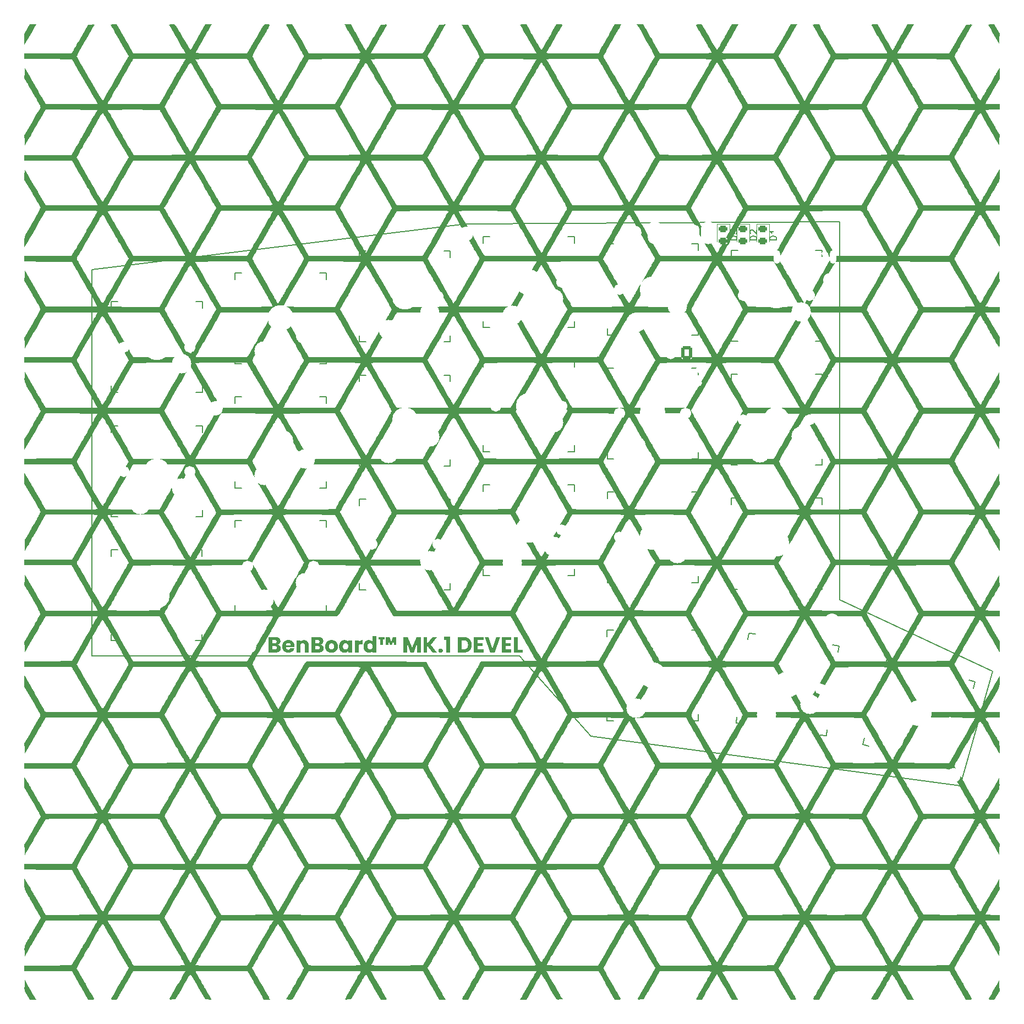
<source format=gto>
%TF.GenerationSoftware,KiCad,Pcbnew,7.99.0-1450-gc37332bdb3*%
%TF.CreationDate,2023-08-19T19:03:46+01:00*%
%TF.ProjectId,benboard,62656e62-6f61-4726-942e-6b696361645f,rev?*%
%TF.SameCoordinates,Original*%
%TF.FileFunction,Legend,Top*%
%TF.FilePolarity,Positive*%
%FSLAX46Y46*%
G04 Gerber Fmt 4.6, Leading zero omitted, Abs format (unit mm)*
G04 Created by KiCad (PCBNEW 7.99.0-1450-gc37332bdb3) date 2023-08-19 19:03:46*
%MOMM*%
%LPD*%
G01*
G04 APERTURE LIST*
G04 Aperture macros list*
%AMRoundRect*
0 Rectangle with rounded corners*
0 $1 Rounding radius*
0 $2 $3 $4 $5 $6 $7 $8 $9 X,Y pos of 4 corners*
0 Add a 4 corners polygon primitive as box body*
4,1,4,$2,$3,$4,$5,$6,$7,$8,$9,$2,$3,0*
0 Add four circle primitives for the rounded corners*
1,1,$1+$1,$2,$3*
1,1,$1+$1,$4,$5*
1,1,$1+$1,$6,$7*
1,1,$1+$1,$8,$9*
0 Add four rect primitives between the rounded corners*
20,1,$1+$1,$2,$3,$4,$5,0*
20,1,$1+$1,$4,$5,$6,$7,0*
20,1,$1+$1,$6,$7,$8,$9,0*
20,1,$1+$1,$8,$9,$2,$3,0*%
G04 Aperture macros list end*
%ADD10C,0.150000*%
%ADD11C,0.000000*%
%ADD12C,0.120000*%
%ADD13C,1.701800*%
%ADD14C,3.000000*%
%ADD15C,3.987800*%
%ADD16C,2.200000*%
%ADD17RoundRect,0.243750X-0.456250X0.243750X-0.456250X-0.243750X0.456250X-0.243750X0.456250X0.243750X0*%
%ADD18RoundRect,0.250000X0.600000X0.750000X-0.600000X0.750000X-0.600000X-0.750000X0.600000X-0.750000X0*%
%ADD19O,1.700000X2.000000*%
%ADD20C,0.990600*%
%ADD21C,0.650000*%
%ADD22O,1.000000X1.800000*%
%ADD23O,1.000000X2.100000*%
%ADD24O,2.200000X3.500000*%
%ADD25R,1.500000X2.500000*%
%ADD26O,1.500000X2.500000*%
G04 APERTURE END LIST*
D10*
X62800000Y-50990000D02*
X62790000Y-110400000D01*
D11*
G36*
X127312088Y-107964925D02*
G01*
X126434942Y-107964925D01*
X126434942Y-108445832D01*
X127210489Y-108445832D01*
X127210489Y-108892872D01*
X126434942Y-108892872D01*
X126434942Y-109414418D01*
X127312088Y-109414418D01*
X127312088Y-109878392D01*
X125855822Y-109878392D01*
X125855822Y-107500952D01*
X127312088Y-107500952D01*
X127312088Y-107964925D01*
G37*
D10*
X62790000Y-110400000D02*
X128580000Y-110400000D01*
X120290000Y-43950000D02*
X62800000Y-50990000D01*
D11*
G36*
X117917688Y-109878392D02*
G01*
X117314859Y-109878392D01*
X117314859Y-107944605D01*
X116979580Y-107944605D01*
X116979580Y-107406125D01*
X117917688Y-107406125D01*
X117917688Y-109878392D01*
G37*
G36*
X107821399Y-107822685D02*
G01*
X107540307Y-107822685D01*
X107543693Y-108676125D01*
X107123747Y-108676125D01*
X107127133Y-107822685D01*
X106846040Y-107822685D01*
X106846040Y-107487405D01*
X107821399Y-107487405D01*
X107821399Y-107822685D01*
G37*
G36*
X128267181Y-109431352D02*
G01*
X129025796Y-109431352D01*
X129025796Y-109878392D01*
X127688064Y-109878392D01*
X127688064Y-107500952D01*
X128267181Y-107500952D01*
X128267181Y-109431352D01*
G37*
D10*
X120290000Y-43950000D02*
X177800000Y-43600000D01*
X177800000Y-101800000D02*
X177800000Y-43600000D01*
D11*
G36*
X108796759Y-108168125D02*
G01*
X109074467Y-107487405D01*
X109592627Y-107487405D01*
X109592627Y-108676125D01*
X109209933Y-108676125D01*
X109199772Y-107995405D01*
X108922067Y-108676125D01*
X108640973Y-108676125D01*
X108363267Y-107961539D01*
X108363267Y-108676125D01*
X107994119Y-108676125D01*
X107994119Y-107487405D01*
X108556306Y-107487405D01*
X108796759Y-108168125D01*
G37*
D10*
X196400000Y-130400000D02*
X201400000Y-112800000D01*
X139590000Y-122790000D02*
X196400000Y-130400000D01*
D11*
G36*
X95440485Y-107969159D02*
G01*
X95480381Y-107971698D01*
X95519220Y-107975932D01*
X95557001Y-107981858D01*
X95593723Y-107989478D01*
X95629388Y-107998791D01*
X95663995Y-108009798D01*
X95697544Y-108022498D01*
X95730035Y-108036891D01*
X95761468Y-108052978D01*
X95791843Y-108070758D01*
X95821161Y-108090231D01*
X95849420Y-108111398D01*
X95876621Y-108134258D01*
X95902765Y-108158812D01*
X95927850Y-108185059D01*
X95952044Y-108212364D01*
X95974677Y-108240939D01*
X95995749Y-108270784D01*
X96015261Y-108301899D01*
X96033213Y-108334284D01*
X96049604Y-108367939D01*
X96064434Y-108402864D01*
X96077704Y-108439059D01*
X96089413Y-108476524D01*
X96099560Y-108515259D01*
X96108147Y-108555264D01*
X96115173Y-108596539D01*
X96120638Y-108639084D01*
X96124541Y-108682899D01*
X96126883Y-108727984D01*
X96127664Y-108774339D01*
X96127664Y-109878392D01*
X95551931Y-109878392D01*
X95551931Y-108852232D01*
X95551547Y-108828856D01*
X95550395Y-108806142D01*
X95548476Y-108784089D01*
X95545790Y-108762698D01*
X95542336Y-108741968D01*
X95538115Y-108721899D01*
X95533126Y-108702492D01*
X95527371Y-108683747D01*
X95520848Y-108665662D01*
X95513558Y-108648239D01*
X95505502Y-108631478D01*
X95496678Y-108615378D01*
X95487088Y-108599939D01*
X95476731Y-108585162D01*
X95465607Y-108571046D01*
X95453717Y-108557592D01*
X95441179Y-108544878D01*
X95428111Y-108532985D01*
X95414514Y-108521912D01*
X95400387Y-108511660D01*
X95385731Y-108502227D01*
X95370545Y-108493615D01*
X95354829Y-108485823D01*
X95338584Y-108478851D01*
X95321809Y-108472700D01*
X95304505Y-108467369D01*
X95286671Y-108462857D01*
X95268307Y-108459167D01*
X95249414Y-108456296D01*
X95229991Y-108454246D01*
X95210039Y-108453015D01*
X95189557Y-108452605D01*
X95169076Y-108453015D01*
X95149124Y-108454246D01*
X95129702Y-108456296D01*
X95110810Y-108459167D01*
X95092447Y-108462857D01*
X95074614Y-108467369D01*
X95057311Y-108472700D01*
X95040537Y-108478851D01*
X95024292Y-108485823D01*
X95008577Y-108493615D01*
X94993391Y-108502227D01*
X94978734Y-108511660D01*
X94964606Y-108521912D01*
X94951008Y-108532985D01*
X94937938Y-108544878D01*
X94925397Y-108557592D01*
X94913505Y-108571046D01*
X94902379Y-108585162D01*
X94892021Y-108599939D01*
X94882430Y-108615378D01*
X94873606Y-108631478D01*
X94865549Y-108648239D01*
X94858260Y-108665662D01*
X94851738Y-108683747D01*
X94845983Y-108702492D01*
X94840996Y-108721899D01*
X94836776Y-108741968D01*
X94833323Y-108762698D01*
X94830637Y-108784089D01*
X94828719Y-108806142D01*
X94827568Y-108828856D01*
X94827184Y-108852232D01*
X94827184Y-109878392D01*
X94248064Y-109878392D01*
X94248064Y-107988632D01*
X94827184Y-107988632D01*
X94827184Y-108239245D01*
X94838429Y-108223793D01*
X94850149Y-108208765D01*
X94862347Y-108194160D01*
X94875020Y-108179978D01*
X94888170Y-108166219D01*
X94901796Y-108152884D01*
X94915899Y-108139973D01*
X94930477Y-108127485D01*
X94945532Y-108115420D01*
X94961063Y-108103778D01*
X94977071Y-108092560D01*
X94993555Y-108081765D01*
X95010514Y-108071393D01*
X95027950Y-108061445D01*
X95045862Y-108051920D01*
X95064251Y-108042819D01*
X95083020Y-108033796D01*
X95102080Y-108025356D01*
X95121432Y-108017497D01*
X95141076Y-108010221D01*
X95161011Y-108003527D01*
X95181237Y-107997415D01*
X95201755Y-107991886D01*
X95222564Y-107986938D01*
X95243665Y-107982572D01*
X95265057Y-107978789D01*
X95286740Y-107975588D01*
X95308716Y-107972968D01*
X95330982Y-107970931D01*
X95353540Y-107969476D01*
X95376390Y-107968603D01*
X95399530Y-107968312D01*
X95440485Y-107969159D01*
G37*
G36*
X97644954Y-107501600D02*
G01*
X97688383Y-107503545D01*
X97730569Y-107506786D01*
X97771513Y-107511323D01*
X97811213Y-107517157D01*
X97849670Y-107524288D01*
X97886885Y-107532715D01*
X97922855Y-107542438D01*
X97957583Y-107553458D01*
X97991067Y-107565774D01*
X98023308Y-107579387D01*
X98054305Y-107594296D01*
X98084058Y-107610502D01*
X98112567Y-107628004D01*
X98139833Y-107646803D01*
X98165855Y-107666899D01*
X98190874Y-107688105D01*
X98214279Y-107710238D01*
X98236069Y-107733296D01*
X98256244Y-107757281D01*
X98274805Y-107782192D01*
X98291751Y-107808028D01*
X98307084Y-107834791D01*
X98320802Y-107862479D01*
X98332905Y-107891094D01*
X98343395Y-107920634D01*
X98352271Y-107951101D01*
X98359532Y-107982494D01*
X98365180Y-108014813D01*
X98369214Y-108048057D01*
X98371635Y-108082228D01*
X98372442Y-108117325D01*
X98372005Y-108143294D01*
X98370695Y-108168707D01*
X98368513Y-108193564D01*
X98365457Y-108217866D01*
X98361528Y-108241613D01*
X98356725Y-108264804D01*
X98351050Y-108287439D01*
X98344502Y-108309519D01*
X98337080Y-108331043D01*
X98328786Y-108352011D01*
X98319618Y-108372424D01*
X98309577Y-108392281D01*
X98298663Y-108411582D01*
X98286875Y-108430328D01*
X98274215Y-108448518D01*
X98260682Y-108466152D01*
X98246847Y-108483178D01*
X98232429Y-108499542D01*
X98217429Y-108515245D01*
X98201846Y-108530286D01*
X98185680Y-108544666D01*
X98168932Y-108558384D01*
X98151602Y-108571442D01*
X98133689Y-108583837D01*
X98115193Y-108595572D01*
X98096116Y-108606644D01*
X98076456Y-108617056D01*
X98056215Y-108626806D01*
X98035391Y-108635895D01*
X98013985Y-108644322D01*
X97991998Y-108652088D01*
X97969429Y-108659192D01*
X97994937Y-108665159D01*
X98019810Y-108672051D01*
X98044046Y-108679870D01*
X98067647Y-108688614D01*
X98090612Y-108698285D01*
X98112942Y-108708881D01*
X98134636Y-108720404D01*
X98155695Y-108732853D01*
X98176119Y-108746227D01*
X98195909Y-108760528D01*
X98215063Y-108775754D01*
X98233583Y-108791907D01*
X98251469Y-108808986D01*
X98268721Y-108826991D01*
X98285338Y-108845922D01*
X98301322Y-108865779D01*
X98316499Y-108885860D01*
X98330696Y-108906312D01*
X98343913Y-108927135D01*
X98356151Y-108948328D01*
X98367409Y-108969891D01*
X98377688Y-108991825D01*
X98386988Y-109014129D01*
X98395308Y-109036804D01*
X98402650Y-109059849D01*
X98409012Y-109083265D01*
X98414395Y-109107051D01*
X98418799Y-109131208D01*
X98422225Y-109155735D01*
X98424671Y-109180632D01*
X98426139Y-109205900D01*
X98426629Y-109231539D01*
X98425808Y-109268316D01*
X98423347Y-109304141D01*
X98419245Y-109339013D01*
X98413503Y-109372932D01*
X98406120Y-109405899D01*
X98397096Y-109437914D01*
X98386433Y-109468976D01*
X98374129Y-109499085D01*
X98360184Y-109528242D01*
X98344600Y-109556447D01*
X98327375Y-109583699D01*
X98308511Y-109609998D01*
X98288006Y-109635345D01*
X98265862Y-109659740D01*
X98242078Y-109683182D01*
X98216655Y-109705672D01*
X98190180Y-109726587D01*
X98162409Y-109746153D01*
X98133343Y-109764370D01*
X98102980Y-109781237D01*
X98071321Y-109796755D01*
X98038366Y-109810923D01*
X98004115Y-109823742D01*
X97968568Y-109835212D01*
X97931725Y-109845332D01*
X97893586Y-109854103D01*
X97854151Y-109861525D01*
X97813420Y-109867597D01*
X97771393Y-109872320D01*
X97728070Y-109875693D01*
X97683450Y-109877717D01*
X97637535Y-109878392D01*
X96530095Y-109878392D01*
X96530095Y-108886099D01*
X97109215Y-108886099D01*
X97109215Y-109411032D01*
X97535935Y-109411032D01*
X97553877Y-109410780D01*
X97571289Y-109410026D01*
X97588172Y-109408770D01*
X97604525Y-109407010D01*
X97620348Y-109404748D01*
X97635642Y-109401983D01*
X97650407Y-109398716D01*
X97664642Y-109394946D01*
X97678347Y-109390673D01*
X97691522Y-109385897D01*
X97704168Y-109380619D01*
X97716285Y-109374838D01*
X97727872Y-109368554D01*
X97738929Y-109361767D01*
X97749457Y-109354477D01*
X97759455Y-109346685D01*
X97769297Y-109337994D01*
X97778505Y-109328853D01*
X97787077Y-109319262D01*
X97795015Y-109309221D01*
X97802317Y-109298731D01*
X97808985Y-109287790D01*
X97815017Y-109276400D01*
X97820415Y-109264560D01*
X97825177Y-109252270D01*
X97829305Y-109239530D01*
X97832797Y-109226341D01*
X97835655Y-109212701D01*
X97837877Y-109198612D01*
X97839465Y-109184073D01*
X97840417Y-109169084D01*
X97840735Y-109153645D01*
X97840404Y-109138193D01*
X97839412Y-109123165D01*
X97837760Y-109108560D01*
X97835446Y-109094378D01*
X97832470Y-109080619D01*
X97828833Y-109067284D01*
X97824535Y-109054373D01*
X97819575Y-109041885D01*
X97813953Y-109029820D01*
X97807670Y-109018178D01*
X97800725Y-109006960D01*
X97793118Y-108996165D01*
X97784849Y-108985793D01*
X97775918Y-108975845D01*
X97766324Y-108966320D01*
X97756069Y-108957219D01*
X97745658Y-108948606D01*
X97734744Y-108940550D01*
X97723328Y-108933049D01*
X97711410Y-108926104D01*
X97698988Y-108919714D01*
X97686065Y-108913880D01*
X97672638Y-108908601D01*
X97658709Y-108903879D01*
X97644276Y-108899711D01*
X97629341Y-108896100D01*
X97613903Y-108893044D01*
X97597961Y-108890544D01*
X97581516Y-108888599D01*
X97564568Y-108887210D01*
X97547117Y-108886376D01*
X97529162Y-108886099D01*
X97109215Y-108886099D01*
X96530095Y-108886099D01*
X96530095Y-107964925D01*
X97109215Y-107964925D01*
X97109215Y-108462765D01*
X97488522Y-108462765D01*
X97506037Y-108462527D01*
X97523023Y-108461813D01*
X97539479Y-108460622D01*
X97555406Y-108458955D01*
X97570803Y-108456812D01*
X97585672Y-108454193D01*
X97600011Y-108451097D01*
X97613822Y-108447525D01*
X97627103Y-108443477D01*
X97639855Y-108438953D01*
X97652079Y-108433952D01*
X97663774Y-108428475D01*
X97674940Y-108422522D01*
X97685578Y-108416093D01*
X97695687Y-108409187D01*
X97705268Y-108401805D01*
X97714697Y-108393537D01*
X97723519Y-108384819D01*
X97731733Y-108375651D01*
X97739339Y-108366033D01*
X97746337Y-108355965D01*
X97752727Y-108345448D01*
X97758508Y-108334481D01*
X97763682Y-108323065D01*
X97768247Y-108311198D01*
X97772203Y-108298882D01*
X97775551Y-108286116D01*
X97778291Y-108272900D01*
X97780422Y-108259234D01*
X97781944Y-108245119D01*
X97782857Y-108230554D01*
X97783162Y-108215539D01*
X97782857Y-108200524D01*
X97781944Y-108185958D01*
X97780422Y-108171843D01*
X97778291Y-108158177D01*
X97775551Y-108144961D01*
X97772203Y-108132195D01*
X97768247Y-108119879D01*
X97763682Y-108108013D01*
X97758508Y-108096596D01*
X97752727Y-108085629D01*
X97746337Y-108075112D01*
X97739339Y-108065044D01*
X97731733Y-108055427D01*
X97723519Y-108046259D01*
X97714697Y-108037540D01*
X97705268Y-108029272D01*
X97695687Y-108021480D01*
X97685578Y-108014190D01*
X97674940Y-108007403D01*
X97663774Y-108001120D01*
X97652079Y-107995338D01*
X97639855Y-107990060D01*
X97627103Y-107985284D01*
X97613822Y-107981011D01*
X97600011Y-107977241D01*
X97585672Y-107973974D01*
X97570803Y-107971209D01*
X97555406Y-107968947D01*
X97539479Y-107967187D01*
X97523023Y-107965931D01*
X97506037Y-107965177D01*
X97488522Y-107964925D01*
X97109215Y-107964925D01*
X96530095Y-107964925D01*
X96530095Y-107500952D01*
X97600282Y-107500952D01*
X97644954Y-107501600D01*
G37*
G36*
X104389225Y-108581298D02*
G01*
X104230052Y-108581298D01*
X104203379Y-108581669D01*
X104177553Y-108582780D01*
X104152574Y-108584632D01*
X104128442Y-108587225D01*
X104105157Y-108590559D01*
X104082719Y-108594633D01*
X104061129Y-108599448D01*
X104040385Y-108605005D01*
X104020489Y-108611302D01*
X104001439Y-108618339D01*
X103983237Y-108626118D01*
X103965882Y-108634638D01*
X103949374Y-108643898D01*
X103933712Y-108653900D01*
X103918898Y-108664642D01*
X103904931Y-108676125D01*
X103898265Y-108681979D01*
X103891811Y-108688111D01*
X103885568Y-108694520D01*
X103879537Y-108701208D01*
X103873717Y-108708173D01*
X103868108Y-108715416D01*
X103857526Y-108730735D01*
X103847789Y-108747166D01*
X103838899Y-108764708D01*
X103830855Y-108783361D01*
X103823658Y-108803125D01*
X103817307Y-108824001D01*
X103811802Y-108845988D01*
X103807145Y-108869086D01*
X103803333Y-108893295D01*
X103800369Y-108918616D01*
X103798251Y-108945048D01*
X103796981Y-108972591D01*
X103796557Y-109001245D01*
X103796557Y-109878392D01*
X103217439Y-109878392D01*
X103217439Y-107988632D01*
X103796557Y-107988632D01*
X103796557Y-108303592D01*
X103809456Y-108284383D01*
X103822751Y-108265703D01*
X103836443Y-108247552D01*
X103850533Y-108229931D01*
X103865019Y-108212839D01*
X103879901Y-108196276D01*
X103895181Y-108180242D01*
X103910858Y-108164737D01*
X103926931Y-108149762D01*
X103943401Y-108135316D01*
X103960269Y-108121399D01*
X103977533Y-108108011D01*
X103995194Y-108095152D01*
X104013252Y-108082823D01*
X104031707Y-108071023D01*
X104050558Y-108059752D01*
X104069740Y-108048679D01*
X104089186Y-108038321D01*
X104108897Y-108028677D01*
X104128872Y-108019747D01*
X104149112Y-108011532D01*
X104169616Y-108004031D01*
X104190385Y-107997244D01*
X104211419Y-107991172D01*
X104232717Y-107985814D01*
X104254280Y-107981171D01*
X104276108Y-107977242D01*
X104298202Y-107974027D01*
X104320560Y-107971527D01*
X104343183Y-107969741D01*
X104366072Y-107968669D01*
X104389225Y-107968312D01*
X104389225Y-108581298D01*
G37*
G36*
X120026417Y-107501534D02*
G01*
X120072296Y-107503280D01*
X120117435Y-107506191D01*
X120161833Y-107510265D01*
X120205490Y-107515504D01*
X120248407Y-107521907D01*
X120290582Y-107529475D01*
X120332017Y-107538206D01*
X120372710Y-107548101D01*
X120412663Y-107559161D01*
X120451874Y-107571385D01*
X120490344Y-107584773D01*
X120528073Y-107599325D01*
X120565060Y-107615041D01*
X120601306Y-107631921D01*
X120636810Y-107649965D01*
X120671450Y-107669068D01*
X120705083Y-107689123D01*
X120737710Y-107710131D01*
X120769329Y-107732091D01*
X120799942Y-107755004D01*
X120829549Y-107778870D01*
X120858150Y-107803688D01*
X120885744Y-107829459D01*
X120912333Y-107856182D01*
X120937916Y-107883857D01*
X120962493Y-107912485D01*
X120986065Y-107942066D01*
X121008632Y-107972599D01*
X121030194Y-108004084D01*
X121050751Y-108036522D01*
X121070303Y-108069912D01*
X121089171Y-108103686D01*
X121106821Y-108138122D01*
X121123253Y-108173219D01*
X121138467Y-108208978D01*
X121152464Y-108245398D01*
X121165243Y-108282479D01*
X121176805Y-108320222D01*
X121187150Y-108358627D01*
X121196277Y-108397692D01*
X121204187Y-108437419D01*
X121210879Y-108477808D01*
X121216355Y-108518858D01*
X121220614Y-108560569D01*
X121223656Y-108602942D01*
X121225481Y-108645976D01*
X121226089Y-108689672D01*
X121225481Y-108732971D01*
X121223656Y-108775662D01*
X121220614Y-108817744D01*
X121216355Y-108859218D01*
X121210879Y-108900083D01*
X121204187Y-108940339D01*
X121196277Y-108979987D01*
X121187150Y-109019027D01*
X121176805Y-109057457D01*
X121165243Y-109095279D01*
X121152464Y-109132493D01*
X121138467Y-109169098D01*
X121123253Y-109205094D01*
X121106821Y-109240482D01*
X121089171Y-109275261D01*
X121070303Y-109309432D01*
X121050737Y-109342822D01*
X121030140Y-109375260D01*
X121008510Y-109406745D01*
X120985849Y-109437278D01*
X120962155Y-109466859D01*
X120937430Y-109495487D01*
X120911673Y-109523162D01*
X120884884Y-109549885D01*
X120857063Y-109575656D01*
X120828210Y-109600474D01*
X120798325Y-109624339D01*
X120767408Y-109647252D01*
X120735460Y-109669213D01*
X120702479Y-109690221D01*
X120668467Y-109710276D01*
X120633423Y-109729378D01*
X120597932Y-109747423D01*
X120561727Y-109764303D01*
X120524808Y-109780019D01*
X120487174Y-109794571D01*
X120448825Y-109807959D01*
X120409761Y-109820183D01*
X120369983Y-109831242D01*
X120329490Y-109841138D01*
X120288282Y-109849869D01*
X120246358Y-109857436D01*
X120203720Y-109863839D01*
X120160366Y-109869078D01*
X120116297Y-109873153D01*
X120071513Y-109876063D01*
X120026013Y-109877810D01*
X119979797Y-109878392D01*
X119089105Y-109878392D01*
X119089105Y-107995405D01*
X119668225Y-107995405D01*
X119668225Y-109377165D01*
X119942544Y-109377165D01*
X119983042Y-109376464D01*
X120022400Y-109374361D01*
X120060621Y-109370855D01*
X120097703Y-109365947D01*
X120133647Y-109359636D01*
X120168453Y-109351924D01*
X120202120Y-109342808D01*
X120234650Y-109332291D01*
X120266042Y-109320372D01*
X120296296Y-109307050D01*
X120325412Y-109292326D01*
X120353391Y-109276199D01*
X120380232Y-109258671D01*
X120405935Y-109239740D01*
X120430502Y-109219407D01*
X120453930Y-109197672D01*
X120476076Y-109174653D01*
X120496792Y-109150471D01*
X120516080Y-109125124D01*
X120533939Y-109098613D01*
X120550370Y-109070938D01*
X120565372Y-109042098D01*
X120578945Y-109012094D01*
X120591089Y-108980927D01*
X120601805Y-108948594D01*
X120611092Y-108915098D01*
X120618950Y-108880438D01*
X120625380Y-108844613D01*
X120630380Y-108807624D01*
X120633952Y-108769471D01*
X120636096Y-108730153D01*
X120636810Y-108689672D01*
X120636096Y-108649177D01*
X120633952Y-108609820D01*
X120630380Y-108571601D01*
X120625380Y-108534520D01*
X120618950Y-108498576D01*
X120611092Y-108463770D01*
X120601805Y-108430102D01*
X120591089Y-108397571D01*
X120578945Y-108366179D01*
X120565372Y-108335924D01*
X120550370Y-108306806D01*
X120533939Y-108278827D01*
X120516080Y-108251985D01*
X120496792Y-108226281D01*
X120476076Y-108201714D01*
X120453930Y-108178285D01*
X120430502Y-108156140D01*
X120405935Y-108135423D01*
X120380232Y-108116135D01*
X120353391Y-108098275D01*
X120325412Y-108081845D01*
X120296296Y-108066843D01*
X120266042Y-108053270D01*
X120234650Y-108041125D01*
X120202120Y-108030410D01*
X120168453Y-108021123D01*
X120133647Y-108013265D01*
X120097703Y-108006835D01*
X120060621Y-108001835D01*
X120022400Y-107998263D01*
X119983042Y-107996120D01*
X119942544Y-107995405D01*
X119668225Y-107995405D01*
X119089105Y-107995405D01*
X119089105Y-107500952D01*
X119979797Y-107500952D01*
X120026417Y-107501534D01*
G37*
D10*
X128580000Y-110400000D02*
X139590000Y-122790000D01*
X201400000Y-112800000D02*
X177800000Y-101800000D01*
D11*
G36*
X93035108Y-107961988D02*
G01*
X93068684Y-107963338D01*
X93101783Y-107965587D01*
X93134406Y-107968735D01*
X93166553Y-107972783D01*
X93198224Y-107977731D01*
X93229418Y-107983578D01*
X93260136Y-107990325D01*
X93290378Y-107997971D01*
X93320144Y-108006517D01*
X93349433Y-108015963D01*
X93378246Y-108026308D01*
X93406583Y-108037553D01*
X93434444Y-108049697D01*
X93461828Y-108062741D01*
X93488736Y-108076685D01*
X93515036Y-108091463D01*
X93540595Y-108107007D01*
X93565413Y-108123319D01*
X93589490Y-108140398D01*
X93612826Y-108158244D01*
X93635422Y-108176857D01*
X93657277Y-108196238D01*
X93678390Y-108216386D01*
X93698763Y-108237301D01*
X93718396Y-108258984D01*
X93737287Y-108281433D01*
X93755437Y-108304651D01*
X93772847Y-108328635D01*
X93789515Y-108353387D01*
X93805443Y-108378906D01*
X93820630Y-108405192D01*
X93835394Y-108432140D01*
X93849205Y-108459643D01*
X93862064Y-108487702D01*
X93873970Y-108516317D01*
X93884924Y-108545487D01*
X93894925Y-108575213D01*
X93903974Y-108605495D01*
X93912070Y-108636332D01*
X93919214Y-108667725D01*
X93925405Y-108699673D01*
X93930644Y-108732177D01*
X93934930Y-108765237D01*
X93938264Y-108798852D01*
X93940645Y-108833023D01*
X93942074Y-108867750D01*
X93942550Y-108903032D01*
X93942391Y-108923458D01*
X93941915Y-108944095D01*
X93941121Y-108964945D01*
X93940010Y-108986006D01*
X93938581Y-109007278D01*
X93936835Y-109028763D01*
X93934771Y-109050458D01*
X93932390Y-109072365D01*
X92621750Y-109072365D01*
X92623774Y-109094061D01*
X92626460Y-109115122D01*
X92629807Y-109135548D01*
X92633816Y-109155339D01*
X92638486Y-109174495D01*
X92643817Y-109193015D01*
X92649810Y-109210901D01*
X92656464Y-109228152D01*
X92663780Y-109244767D01*
X92671757Y-109260748D01*
X92680396Y-109276094D01*
X92689696Y-109290805D01*
X92699657Y-109304880D01*
X92710280Y-109318321D01*
X92721564Y-109331127D01*
X92733510Y-109343299D01*
X92746382Y-109354371D01*
X92759598Y-109364730D01*
X92773157Y-109374374D01*
X92787061Y-109383304D01*
X92801309Y-109391519D01*
X92815901Y-109399020D01*
X92830836Y-109405806D01*
X92846116Y-109411879D01*
X92861739Y-109417236D01*
X92877707Y-109421880D01*
X92894018Y-109425809D01*
X92910674Y-109429024D01*
X92927674Y-109431524D01*
X92945017Y-109433310D01*
X92962705Y-109434381D01*
X92980737Y-109434739D01*
X93007314Y-109434024D01*
X93032860Y-109431881D01*
X93057374Y-109428309D01*
X93080855Y-109423309D01*
X93103305Y-109416879D01*
X93124723Y-109409021D01*
X93145109Y-109399734D01*
X93164463Y-109389019D01*
X93182785Y-109376874D01*
X93200075Y-109363301D01*
X93216334Y-109348299D01*
X93231561Y-109331869D01*
X93245756Y-109314009D01*
X93258919Y-109294721D01*
X93271050Y-109274004D01*
X93282150Y-109251859D01*
X93898523Y-109251859D01*
X93892292Y-109274997D01*
X93885453Y-109297844D01*
X93878005Y-109320400D01*
X93869949Y-109342664D01*
X93861284Y-109364638D01*
X93852010Y-109386321D01*
X93842128Y-109407713D01*
X93831638Y-109428813D01*
X93820538Y-109449623D01*
X93808830Y-109470141D01*
X93796514Y-109490368D01*
X93783589Y-109510304D01*
X93770055Y-109529950D01*
X93755913Y-109549304D01*
X93741162Y-109568367D01*
X93725803Y-109587138D01*
X93710312Y-109605513D01*
X93694318Y-109623386D01*
X93677821Y-109640755D01*
X93660822Y-109657622D01*
X93643319Y-109673987D01*
X93625315Y-109689848D01*
X93606807Y-109705207D01*
X93587797Y-109720064D01*
X93568284Y-109734417D01*
X93548268Y-109748268D01*
X93527750Y-109761617D01*
X93506729Y-109774462D01*
X93485205Y-109786805D01*
X93463178Y-109798646D01*
X93440649Y-109809984D01*
X93417616Y-109820819D01*
X93394161Y-109831071D01*
X93370361Y-109840663D01*
X93346218Y-109849593D01*
X93321730Y-109857861D01*
X93296899Y-109865468D01*
X93271724Y-109872413D01*
X93246205Y-109878697D01*
X93220342Y-109884319D01*
X93194135Y-109889280D01*
X93167584Y-109893579D01*
X93140689Y-109897217D01*
X93113450Y-109900194D01*
X93085868Y-109902509D01*
X93057941Y-109904162D01*
X93029671Y-109905154D01*
X93001056Y-109905485D01*
X92966581Y-109905022D01*
X92932582Y-109903633D01*
X92899059Y-109901318D01*
X92866013Y-109898077D01*
X92833442Y-109893909D01*
X92801349Y-109888816D01*
X92769731Y-109882797D01*
X92738590Y-109875851D01*
X92707925Y-109867980D01*
X92677736Y-109859182D01*
X92648023Y-109849459D01*
X92618787Y-109838809D01*
X92590027Y-109827234D01*
X92561743Y-109814733D01*
X92533935Y-109801305D01*
X92506603Y-109786952D01*
X92479880Y-109771739D01*
X92453897Y-109755731D01*
X92428656Y-109738931D01*
X92404156Y-109721336D01*
X92380396Y-109702947D01*
X92357377Y-109683765D01*
X92335099Y-109663789D01*
X92313562Y-109643019D01*
X92292766Y-109621455D01*
X92272711Y-109599097D01*
X92253396Y-109575946D01*
X92234823Y-109552001D01*
X92216990Y-109527263D01*
X92199898Y-109501731D01*
X92183547Y-109475405D01*
X92167936Y-109448285D01*
X92153173Y-109420478D01*
X92139361Y-109392088D01*
X92126503Y-109363117D01*
X92114596Y-109333563D01*
X92103643Y-109303427D01*
X92093641Y-109272708D01*
X92084593Y-109241408D01*
X92076496Y-109209526D01*
X92069353Y-109177061D01*
X92063161Y-109144015D01*
X92057923Y-109110386D01*
X92053636Y-109076175D01*
X92050303Y-109041383D01*
X92047921Y-109006008D01*
X92046493Y-108970051D01*
X92046016Y-108933512D01*
X92046479Y-108896973D01*
X92047869Y-108861016D01*
X92050184Y-108825641D01*
X92053425Y-108790848D01*
X92057592Y-108756638D01*
X92058502Y-108750632D01*
X92625136Y-108750632D01*
X93349883Y-108750632D01*
X93349486Y-108732244D01*
X93348295Y-108714332D01*
X93346311Y-108696896D01*
X93343533Y-108679936D01*
X93339961Y-108663452D01*
X93335595Y-108647445D01*
X93330436Y-108631914D01*
X93324483Y-108616859D01*
X93317736Y-108602280D01*
X93310196Y-108588177D01*
X93301861Y-108574551D01*
X93292733Y-108561401D01*
X93282811Y-108548728D01*
X93272096Y-108536531D01*
X93260586Y-108524810D01*
X93248283Y-108513565D01*
X93235385Y-108502903D01*
X93222089Y-108492928D01*
X93208397Y-108483642D01*
X93194308Y-108475043D01*
X93179822Y-108467132D01*
X93164939Y-108459909D01*
X93149660Y-108453373D01*
X93133983Y-108447526D01*
X93117910Y-108442366D01*
X93101439Y-108437895D01*
X93084572Y-108434111D01*
X93067308Y-108431016D01*
X93049647Y-108428608D01*
X93031589Y-108426888D01*
X93013135Y-108425856D01*
X92994283Y-108425512D01*
X92976251Y-108425843D01*
X92958564Y-108426835D01*
X92941220Y-108428488D01*
X92924221Y-108430803D01*
X92907565Y-108433780D01*
X92891253Y-108437418D01*
X92875286Y-108441717D01*
X92859662Y-108446678D01*
X92844383Y-108452300D01*
X92829447Y-108458584D01*
X92814855Y-108465529D01*
X92800608Y-108473136D01*
X92786704Y-108481404D01*
X92773144Y-108490334D01*
X92759928Y-108499926D01*
X92747056Y-108510179D01*
X92735071Y-108521040D01*
X92723668Y-108532457D01*
X92712847Y-108544429D01*
X92702607Y-108556957D01*
X92692950Y-108570041D01*
X92683875Y-108583680D01*
X92675382Y-108597875D01*
X92667471Y-108612625D01*
X92660142Y-108627931D01*
X92653395Y-108643793D01*
X92647230Y-108660210D01*
X92641647Y-108677183D01*
X92636647Y-108694712D01*
X92632228Y-108712796D01*
X92628391Y-108731436D01*
X92625136Y-108750632D01*
X92058502Y-108750632D01*
X92062686Y-108723009D01*
X92068705Y-108689962D01*
X92075650Y-108657498D01*
X92083522Y-108625616D01*
X92092319Y-108594315D01*
X92102043Y-108563597D01*
X92112692Y-108533461D01*
X92124268Y-108503907D01*
X92136769Y-108474936D01*
X92150197Y-108446546D01*
X92164550Y-108418739D01*
X92180160Y-108391619D01*
X92196511Y-108365293D01*
X92213603Y-108339761D01*
X92231436Y-108315022D01*
X92250010Y-108291078D01*
X92269324Y-108267926D01*
X92289380Y-108245569D01*
X92310176Y-108224005D01*
X92331713Y-108203235D01*
X92353991Y-108183259D01*
X92377009Y-108164077D01*
X92400769Y-108145688D01*
X92425270Y-108128093D01*
X92450511Y-108111292D01*
X92476493Y-108095285D01*
X92503216Y-108080072D01*
X92530561Y-108065719D01*
X92558409Y-108052291D01*
X92586759Y-108039790D01*
X92615612Y-108028214D01*
X92644968Y-108017565D01*
X92674826Y-108007841D01*
X92705187Y-107999044D01*
X92736051Y-107991173D01*
X92767417Y-107984227D01*
X92799286Y-107978208D01*
X92831658Y-107973114D01*
X92864532Y-107968947D01*
X92897909Y-107965706D01*
X92931789Y-107963391D01*
X92966171Y-107962002D01*
X93001056Y-107961539D01*
X93035108Y-107961988D01*
G37*
G36*
X106545633Y-109878392D02*
G01*
X105966513Y-109878392D01*
X105966513Y-109607458D01*
X105956075Y-109624180D01*
X105945081Y-109640479D01*
X105933532Y-109656354D01*
X105921427Y-109671806D01*
X105908767Y-109686834D01*
X105895551Y-109701439D01*
X105881779Y-109715621D01*
X105867452Y-109729379D01*
X105852569Y-109742714D01*
X105837131Y-109755626D01*
X105821137Y-109768114D01*
X105804587Y-109780179D01*
X105787482Y-109791820D01*
X105769821Y-109803039D01*
X105751604Y-109813834D01*
X105732832Y-109824205D01*
X105714010Y-109834048D01*
X105694790Y-109843255D01*
X105675171Y-109851828D01*
X105655156Y-109859765D01*
X105634743Y-109867068D01*
X105613932Y-109873735D01*
X105592724Y-109879768D01*
X105571119Y-109885165D01*
X105549118Y-109889928D01*
X105526719Y-109894055D01*
X105503924Y-109897548D01*
X105480733Y-109900405D01*
X105457145Y-109902628D01*
X105433161Y-109904215D01*
X105408781Y-109905168D01*
X105384005Y-109905485D01*
X105354967Y-109905022D01*
X105326273Y-109903633D01*
X105297922Y-109901318D01*
X105269915Y-109898077D01*
X105242251Y-109893909D01*
X105214932Y-109888816D01*
X105187957Y-109882797D01*
X105161326Y-109875851D01*
X105135038Y-109867980D01*
X105109096Y-109859182D01*
X105083497Y-109849459D01*
X105058243Y-109838809D01*
X105033334Y-109827234D01*
X105008769Y-109814733D01*
X104984549Y-109801305D01*
X104960673Y-109786952D01*
X104937274Y-109771328D01*
X104914482Y-109754937D01*
X104892298Y-109737779D01*
X104870722Y-109719853D01*
X104849753Y-109701160D01*
X104829394Y-109681700D01*
X104809642Y-109661473D01*
X104790498Y-109640478D01*
X104771963Y-109618716D01*
X104754037Y-109596186D01*
X104736719Y-109572890D01*
X104720009Y-109548826D01*
X104703908Y-109523995D01*
X104688416Y-109498397D01*
X104673533Y-109472031D01*
X104659259Y-109444898D01*
X104646138Y-109416694D01*
X104633864Y-109387960D01*
X104622435Y-109358697D01*
X104611853Y-109328905D01*
X104602117Y-109298584D01*
X104593227Y-109267733D01*
X104585183Y-109236353D01*
X104577985Y-109204445D01*
X104571634Y-109172007D01*
X104566130Y-109139039D01*
X104561472Y-109105543D01*
X104557661Y-109071518D01*
X104554696Y-109036963D01*
X104552579Y-109001880D01*
X104551308Y-108966267D01*
X104550885Y-108930125D01*
X105140165Y-108930125D01*
X105140629Y-108956875D01*
X105142018Y-108982937D01*
X105144334Y-109008310D01*
X105147576Y-109032996D01*
X105151744Y-109056994D01*
X105156839Y-109080304D01*
X105162859Y-109102926D01*
X105169805Y-109124860D01*
X105177677Y-109146106D01*
X105186475Y-109166664D01*
X105196198Y-109186534D01*
X105206847Y-109205716D01*
X105218422Y-109224210D01*
X105230922Y-109242017D01*
X105244348Y-109259135D01*
X105258699Y-109275565D01*
X105274137Y-109290739D01*
X105289973Y-109304935D01*
X105306205Y-109318151D01*
X105322834Y-109330388D01*
X105339860Y-109341646D01*
X105357283Y-109351925D01*
X105375102Y-109361225D01*
X105393319Y-109369546D01*
X105411932Y-109376888D01*
X105430943Y-109383251D01*
X105450350Y-109388635D01*
X105470154Y-109393041D01*
X105490355Y-109396467D01*
X105510952Y-109398914D01*
X105531947Y-109400383D01*
X105553338Y-109400872D01*
X105574717Y-109400383D01*
X105595672Y-109398914D01*
X105616205Y-109396467D01*
X105636314Y-109393041D01*
X105656000Y-109388635D01*
X105675263Y-109383251D01*
X105694102Y-109376888D01*
X105712518Y-109369546D01*
X105730511Y-109361225D01*
X105748080Y-109351925D01*
X105765225Y-109341646D01*
X105781946Y-109330388D01*
X105798244Y-109318151D01*
X105814117Y-109304935D01*
X105829567Y-109290739D01*
X105844592Y-109275565D01*
X105859356Y-109259545D01*
X105873167Y-109242809D01*
X105886026Y-109225360D01*
X105897932Y-109207196D01*
X105908886Y-109188319D01*
X105918887Y-109168726D01*
X105927936Y-109148420D01*
X105936033Y-109127399D01*
X105943176Y-109105663D01*
X105949368Y-109083213D01*
X105954606Y-109060049D01*
X105958893Y-109036171D01*
X105962226Y-109011578D01*
X105964608Y-108986270D01*
X105966037Y-108960248D01*
X105966513Y-108933512D01*
X105966037Y-108906776D01*
X105964608Y-108880754D01*
X105962226Y-108855446D01*
X105958893Y-108830853D01*
X105954606Y-108806974D01*
X105949368Y-108783810D01*
X105943176Y-108761361D01*
X105936033Y-108739625D01*
X105927936Y-108718604D01*
X105918887Y-108698298D01*
X105908886Y-108678705D01*
X105897932Y-108659827D01*
X105886026Y-108641664D01*
X105873167Y-108624214D01*
X105859356Y-108607479D01*
X105844592Y-108591459D01*
X105829567Y-108576284D01*
X105814117Y-108562089D01*
X105798244Y-108548873D01*
X105781946Y-108536636D01*
X105765225Y-108525378D01*
X105748080Y-108515099D01*
X105730511Y-108505799D01*
X105712518Y-108497478D01*
X105694102Y-108490136D01*
X105675263Y-108483773D01*
X105656000Y-108478389D01*
X105636314Y-108473983D01*
X105616205Y-108470557D01*
X105595672Y-108468110D01*
X105574717Y-108466641D01*
X105553338Y-108466152D01*
X105531947Y-108466641D01*
X105510952Y-108468110D01*
X105490355Y-108470557D01*
X105470154Y-108473983D01*
X105450350Y-108478389D01*
X105430943Y-108483773D01*
X105411932Y-108490136D01*
X105393319Y-108497478D01*
X105375102Y-108505799D01*
X105357283Y-108515099D01*
X105339860Y-108525378D01*
X105322834Y-108536636D01*
X105306205Y-108548873D01*
X105289973Y-108562089D01*
X105274137Y-108576284D01*
X105258699Y-108591459D01*
X105244348Y-108607069D01*
X105230922Y-108623420D01*
X105218422Y-108640512D01*
X105206847Y-108658345D01*
X105196198Y-108676919D01*
X105186475Y-108696233D01*
X105177677Y-108716288D01*
X105169805Y-108737085D01*
X105162859Y-108758622D01*
X105156839Y-108780899D01*
X105151744Y-108803918D01*
X105147576Y-108827678D01*
X105144334Y-108852178D01*
X105142018Y-108877420D01*
X105140629Y-108903402D01*
X105140165Y-108930125D01*
X104550885Y-108930125D01*
X104551308Y-108893997D01*
X104552579Y-108858424D01*
X104554696Y-108823406D01*
X104557661Y-108788944D01*
X104561472Y-108755038D01*
X104566130Y-108721687D01*
X104571634Y-108688892D01*
X104577985Y-108656652D01*
X104585183Y-108624968D01*
X104593227Y-108593840D01*
X104602117Y-108563267D01*
X104611853Y-108533250D01*
X104622435Y-108503788D01*
X104633864Y-108474883D01*
X104646138Y-108446533D01*
X104659259Y-108418739D01*
X104673533Y-108391619D01*
X104688416Y-108365293D01*
X104703908Y-108339761D01*
X104720009Y-108315022D01*
X104736719Y-108291078D01*
X104754037Y-108267926D01*
X104771963Y-108245569D01*
X104790498Y-108224005D01*
X104809642Y-108203235D01*
X104829394Y-108183259D01*
X104849753Y-108164077D01*
X104870722Y-108145688D01*
X104892298Y-108128093D01*
X104914482Y-108111292D01*
X104937274Y-108095285D01*
X104960673Y-108080072D01*
X104984549Y-108065719D01*
X105008769Y-108052291D01*
X105033334Y-108039790D01*
X105058243Y-108028214D01*
X105083497Y-108017565D01*
X105109096Y-108007841D01*
X105135038Y-107999044D01*
X105161326Y-107991173D01*
X105187957Y-107984227D01*
X105214932Y-107978208D01*
X105242251Y-107973114D01*
X105269915Y-107968947D01*
X105297922Y-107965706D01*
X105326273Y-107963391D01*
X105354967Y-107962002D01*
X105384005Y-107961539D01*
X105407159Y-107961843D01*
X105430048Y-107962756D01*
X105452672Y-107964277D01*
X105475030Y-107966407D01*
X105497123Y-107969146D01*
X105518951Y-107972493D01*
X105540514Y-107976448D01*
X105561812Y-107981013D01*
X105582846Y-107986185D01*
X105603615Y-107991966D01*
X105624119Y-107998356D01*
X105644358Y-108005354D01*
X105664333Y-108012961D01*
X105684044Y-108021176D01*
X105703491Y-108030000D01*
X105722673Y-108039432D01*
X105741884Y-108049380D01*
X105760566Y-108059751D01*
X105778719Y-108070546D01*
X105796342Y-108081765D01*
X105813435Y-108093406D01*
X105829999Y-108105471D01*
X105846034Y-108117960D01*
X105861539Y-108130871D01*
X105876514Y-108144206D01*
X105890960Y-108157965D01*
X105904876Y-108172147D01*
X105918262Y-108186752D01*
X105931119Y-108201780D01*
X105943447Y-108217232D01*
X105955244Y-108233107D01*
X105966513Y-108249405D01*
X105966513Y-107372259D01*
X106545633Y-107372259D01*
X106545633Y-109878392D01*
G37*
G36*
X114360048Y-108544045D02*
G01*
X115152528Y-107500952D01*
X115833249Y-107500952D01*
X114912074Y-108665965D01*
X115867114Y-109878392D01*
X115159300Y-109878392D01*
X114360048Y-108828525D01*
X114360048Y-109878392D01*
X113780926Y-109878392D01*
X113780926Y-107500952D01*
X114360048Y-107500952D01*
X114360048Y-108544045D01*
G37*
G36*
X99663982Y-107962002D02*
G01*
X99698062Y-107963391D01*
X99731719Y-107965706D01*
X99764951Y-107968947D01*
X99797760Y-107973114D01*
X99830145Y-107978208D01*
X99862106Y-107984227D01*
X99893644Y-107991173D01*
X99924758Y-107999044D01*
X99955448Y-108007841D01*
X99985716Y-108017565D01*
X100015559Y-108028214D01*
X100044980Y-108039790D01*
X100073978Y-108052291D01*
X100102552Y-108065719D01*
X100130703Y-108080072D01*
X100158273Y-108095298D01*
X100185103Y-108111345D01*
X100211191Y-108128212D01*
X100236539Y-108145900D01*
X100261147Y-108164407D01*
X100285013Y-108183735D01*
X100308139Y-108203883D01*
X100330524Y-108224851D01*
X100352167Y-108246640D01*
X100373070Y-108269249D01*
X100393231Y-108292678D01*
X100412651Y-108316927D01*
X100431330Y-108341996D01*
X100449267Y-108367886D01*
X100466463Y-108394595D01*
X100482917Y-108422125D01*
X100498507Y-108449919D01*
X100513090Y-108478269D01*
X100526666Y-108507175D01*
X100539236Y-108536636D01*
X100550799Y-108566653D01*
X100561355Y-108597226D01*
X100570906Y-108628355D01*
X100579450Y-108660039D01*
X100586989Y-108692278D01*
X100593522Y-108725073D01*
X100599050Y-108758424D01*
X100603572Y-108792331D01*
X100607089Y-108826793D01*
X100609601Y-108861810D01*
X100611108Y-108897383D01*
X100611610Y-108933512D01*
X100611094Y-108969654D01*
X100609546Y-109005266D01*
X100606967Y-109040350D01*
X100603355Y-109074905D01*
X100598712Y-109108930D01*
X100593036Y-109142426D01*
X100586329Y-109175393D01*
X100578590Y-109207831D01*
X100569819Y-109239740D01*
X100560017Y-109271120D01*
X100549182Y-109301970D01*
X100537315Y-109332292D01*
X100524417Y-109362084D01*
X100510486Y-109391347D01*
X100495524Y-109420081D01*
X100479530Y-109448285D01*
X100463063Y-109475405D01*
X100445828Y-109501731D01*
X100427825Y-109527263D01*
X100409055Y-109552001D01*
X100389517Y-109575946D01*
X100369211Y-109599097D01*
X100348138Y-109621455D01*
X100326297Y-109643019D01*
X100303688Y-109663789D01*
X100280311Y-109683765D01*
X100256167Y-109702947D01*
X100231255Y-109721336D01*
X100205576Y-109738931D01*
X100179128Y-109755731D01*
X100151913Y-109771739D01*
X100123930Y-109786952D01*
X100095779Y-109801305D01*
X100067204Y-109814733D01*
X100038207Y-109827234D01*
X100008786Y-109838809D01*
X99978942Y-109849459D01*
X99948675Y-109859182D01*
X99917985Y-109867980D01*
X99886870Y-109875851D01*
X99855333Y-109882797D01*
X99823372Y-109888816D01*
X99790987Y-109893909D01*
X99758178Y-109898077D01*
X99724945Y-109901318D01*
X99691289Y-109903633D01*
X99657208Y-109905022D01*
X99622703Y-109905485D01*
X99588207Y-109905022D01*
X99554134Y-109903633D01*
X99520482Y-109901318D01*
X99487252Y-109898077D01*
X99454444Y-109893909D01*
X99422059Y-109888816D01*
X99390097Y-109882797D01*
X99358557Y-109875851D01*
X99327440Y-109867980D01*
X99296746Y-109859182D01*
X99266476Y-109849459D01*
X99236629Y-109838809D01*
X99207205Y-109827234D01*
X99178205Y-109814733D01*
X99149629Y-109801305D01*
X99121477Y-109786952D01*
X99094321Y-109771739D01*
X99067879Y-109755731D01*
X99042152Y-109738931D01*
X99017138Y-109721336D01*
X98992839Y-109702947D01*
X98969253Y-109683765D01*
X98946382Y-109663789D01*
X98924224Y-109643019D01*
X98902780Y-109621455D01*
X98882049Y-109599097D01*
X98862033Y-109575946D01*
X98842730Y-109552001D01*
X98824140Y-109527263D01*
X98806263Y-109501731D01*
X98789100Y-109475405D01*
X98772651Y-109448285D01*
X98757482Y-109420478D01*
X98743292Y-109392088D01*
X98730079Y-109363117D01*
X98717844Y-109333563D01*
X98706586Y-109303427D01*
X98696307Y-109272708D01*
X98687006Y-109241408D01*
X98678684Y-109209526D01*
X98671340Y-109177061D01*
X98664974Y-109144015D01*
X98659588Y-109110386D01*
X98655180Y-109076175D01*
X98651752Y-109041383D01*
X98649303Y-109006008D01*
X98647834Y-108970051D01*
X98647344Y-108933512D01*
X99236624Y-108933512D01*
X99237047Y-108961465D01*
X99238318Y-108988599D01*
X99240435Y-109014912D01*
X99243400Y-109040404D01*
X99247211Y-109065077D01*
X99251868Y-109088929D01*
X99257373Y-109111961D01*
X99263724Y-109134173D01*
X99270921Y-109155564D01*
X99278965Y-109176135D01*
X99287855Y-109195886D01*
X99297591Y-109214817D01*
X99308174Y-109232928D01*
X99319602Y-109250218D01*
X99331877Y-109266688D01*
X99344997Y-109282339D01*
X99359179Y-109297102D01*
X99373785Y-109310914D01*
X99388815Y-109323772D01*
X99404269Y-109335679D01*
X99420146Y-109346632D01*
X99436446Y-109356634D01*
X99453170Y-109365682D01*
X99470317Y-109373779D01*
X99487886Y-109380922D01*
X99505879Y-109387114D01*
X99524294Y-109392352D01*
X99543132Y-109396639D01*
X99562391Y-109399972D01*
X99582073Y-109402354D01*
X99602177Y-109403782D01*
X99622703Y-109404259D01*
X99643251Y-109403782D01*
X99663403Y-109402354D01*
X99683157Y-109399972D01*
X99702514Y-109396639D01*
X99721474Y-109392352D01*
X99740037Y-109387114D01*
X99758202Y-109380922D01*
X99775970Y-109373779D01*
X99793340Y-109365682D01*
X99810313Y-109356634D01*
X99826889Y-109346632D01*
X99843066Y-109335679D01*
X99858846Y-109323772D01*
X99874228Y-109310914D01*
X99889212Y-109297102D01*
X99903798Y-109282339D01*
X99918157Y-109266688D01*
X99931589Y-109250218D01*
X99944093Y-109232928D01*
X99955670Y-109214817D01*
X99966320Y-109195886D01*
X99976044Y-109176135D01*
X99984840Y-109155564D01*
X99992710Y-109134173D01*
X99999654Y-109111961D01*
X100005671Y-109088929D01*
X100010762Y-109065077D01*
X100014927Y-109040404D01*
X100018166Y-109014912D01*
X100020480Y-108988599D01*
X100021868Y-108961465D01*
X100022330Y-108933512D01*
X100021881Y-108905558D01*
X100020532Y-108878425D01*
X100018284Y-108852112D01*
X100015136Y-108826620D01*
X100011089Y-108801947D01*
X100006143Y-108778095D01*
X100000296Y-108755063D01*
X99993550Y-108732851D01*
X99985905Y-108711460D01*
X99977359Y-108690889D01*
X99967914Y-108671138D01*
X99957568Y-108652207D01*
X99946322Y-108634096D01*
X99934176Y-108616806D01*
X99921130Y-108600335D01*
X99907184Y-108584685D01*
X99893002Y-108569921D01*
X99878398Y-108556110D01*
X99863370Y-108543251D01*
X99847919Y-108531345D01*
X99832046Y-108520391D01*
X99815748Y-108510390D01*
X99799028Y-108501341D01*
X99781884Y-108493245D01*
X99764316Y-108486101D01*
X99746325Y-108479910D01*
X99727910Y-108474671D01*
X99709071Y-108470385D01*
X99689809Y-108467051D01*
X99670122Y-108464670D01*
X99650012Y-108463241D01*
X99629477Y-108462765D01*
X99608538Y-108463241D01*
X99588049Y-108464670D01*
X99568008Y-108467051D01*
X99548416Y-108470385D01*
X99529274Y-108474671D01*
X99510581Y-108479910D01*
X99492338Y-108486101D01*
X99474544Y-108493245D01*
X99457199Y-108501341D01*
X99440305Y-108510390D01*
X99423860Y-108520391D01*
X99407864Y-108531345D01*
X99392319Y-108543251D01*
X99377224Y-108556110D01*
X99362579Y-108569921D01*
X99348384Y-108584685D01*
X99334850Y-108599938D01*
X99322190Y-108616064D01*
X99310403Y-108633064D01*
X99299489Y-108650936D01*
X99289448Y-108669682D01*
X99280280Y-108689301D01*
X99271985Y-108709793D01*
X99264564Y-108731158D01*
X99258015Y-108753397D01*
X99252340Y-108776508D01*
X99247538Y-108800493D01*
X99243609Y-108825351D01*
X99240553Y-108851081D01*
X99238370Y-108877685D01*
X99237060Y-108905162D01*
X99236624Y-108933512D01*
X98647344Y-108933512D01*
X98647847Y-108897383D01*
X98649355Y-108861810D01*
X98651870Y-108826793D01*
X98655390Y-108792331D01*
X98659915Y-108758424D01*
X98665446Y-108725073D01*
X98671982Y-108692278D01*
X98679523Y-108660039D01*
X98688070Y-108628355D01*
X98697622Y-108597226D01*
X98708179Y-108566653D01*
X98719741Y-108536636D01*
X98732307Y-108507175D01*
X98745879Y-108478269D01*
X98760455Y-108449919D01*
X98776037Y-108422125D01*
X98792500Y-108394595D01*
X98809702Y-108367886D01*
X98827644Y-108341996D01*
X98846325Y-108316927D01*
X98865746Y-108292678D01*
X98885908Y-108269249D01*
X98906809Y-108246640D01*
X98928451Y-108224851D01*
X98950833Y-108203883D01*
X98973955Y-108183735D01*
X98997818Y-108164407D01*
X99022422Y-108145900D01*
X99047768Y-108128212D01*
X99073854Y-108111345D01*
X99100681Y-108095298D01*
X99128251Y-108080072D01*
X99156403Y-108065719D01*
X99184979Y-108052291D01*
X99213978Y-108039790D01*
X99243402Y-108028214D01*
X99273249Y-108017565D01*
X99303520Y-108007841D01*
X99334213Y-107999044D01*
X99365330Y-107991173D01*
X99396870Y-107984227D01*
X99428833Y-107978208D01*
X99461218Y-107973114D01*
X99494025Y-107968947D01*
X99527255Y-107965706D01*
X99560907Y-107963391D01*
X99594981Y-107962002D01*
X99629477Y-107961539D01*
X99663982Y-107962002D01*
G37*
G36*
X116431680Y-109275923D02*
G01*
X116449669Y-109276994D01*
X116467235Y-109278780D01*
X116484378Y-109281280D01*
X116501098Y-109284495D01*
X116517395Y-109288424D01*
X116533269Y-109293067D01*
X116548721Y-109298425D01*
X116563749Y-109304497D01*
X116578355Y-109311284D01*
X116592537Y-109318785D01*
X116606297Y-109327000D01*
X116619634Y-109335930D01*
X116632548Y-109345574D01*
X116645039Y-109355932D01*
X116657107Y-109367005D01*
X116668997Y-109378607D01*
X116680121Y-109390553D01*
X116690478Y-109402843D01*
X116700068Y-109415477D01*
X116708892Y-109428454D01*
X116716948Y-109441776D01*
X116724238Y-109455442D01*
X116730761Y-109469451D01*
X116736517Y-109483805D01*
X116741505Y-109498502D01*
X116745727Y-109513544D01*
X116749181Y-109528929D01*
X116751867Y-109544659D01*
X116753787Y-109560733D01*
X116754938Y-109577150D01*
X116755322Y-109593912D01*
X116754938Y-109610263D01*
X116753787Y-109626297D01*
X116751867Y-109642013D01*
X116749181Y-109657412D01*
X116745727Y-109672493D01*
X116741505Y-109687257D01*
X116736517Y-109701703D01*
X116730761Y-109715832D01*
X116724238Y-109729643D01*
X116716948Y-109743137D01*
X116708892Y-109756313D01*
X116700068Y-109769172D01*
X116690478Y-109781713D01*
X116680121Y-109793937D01*
X116668997Y-109805843D01*
X116657107Y-109817432D01*
X116645039Y-109828094D01*
X116632548Y-109838069D01*
X116619634Y-109847356D01*
X116606297Y-109855954D01*
X116592537Y-109863865D01*
X116578355Y-109871089D01*
X116563749Y-109877624D01*
X116548721Y-109883471D01*
X116533269Y-109888631D01*
X116517395Y-109893102D01*
X116501098Y-109896886D01*
X116484378Y-109899982D01*
X116467235Y-109902389D01*
X116449669Y-109904109D01*
X116431680Y-109905141D01*
X116413269Y-109905485D01*
X116394430Y-109905141D01*
X116376014Y-109904109D01*
X116358021Y-109902389D01*
X116340452Y-109899982D01*
X116323306Y-109896886D01*
X116306583Y-109893102D01*
X116290283Y-109888631D01*
X116274407Y-109883471D01*
X116258955Y-109877624D01*
X116243926Y-109871089D01*
X116229321Y-109863865D01*
X116215139Y-109855954D01*
X116201382Y-109847356D01*
X116188048Y-109838069D01*
X116175138Y-109828094D01*
X116162652Y-109817432D01*
X116151167Y-109805843D01*
X116140423Y-109793937D01*
X116130421Y-109781713D01*
X116121160Y-109769172D01*
X116112640Y-109756313D01*
X116104862Y-109743137D01*
X116097824Y-109729643D01*
X116091528Y-109715832D01*
X116085973Y-109701703D01*
X116081158Y-109687257D01*
X116077085Y-109672493D01*
X116073752Y-109657412D01*
X116071160Y-109642013D01*
X116069309Y-109626297D01*
X116068198Y-109610263D01*
X116067828Y-109593912D01*
X116068198Y-109577150D01*
X116069309Y-109560733D01*
X116071160Y-109544659D01*
X116073752Y-109528929D01*
X116077085Y-109513544D01*
X116081158Y-109498502D01*
X116085973Y-109483805D01*
X116091528Y-109469451D01*
X116097824Y-109455442D01*
X116104862Y-109441776D01*
X116112640Y-109428454D01*
X116121160Y-109415477D01*
X116130421Y-109402843D01*
X116140423Y-109390553D01*
X116151167Y-109378607D01*
X116162652Y-109367005D01*
X116175138Y-109355932D01*
X116188048Y-109345574D01*
X116201382Y-109335930D01*
X116215139Y-109327000D01*
X116229321Y-109318785D01*
X116243926Y-109311284D01*
X116258955Y-109304497D01*
X116274407Y-109298425D01*
X116290283Y-109293067D01*
X116306583Y-109288424D01*
X116323306Y-109284495D01*
X116340452Y-109281280D01*
X116358021Y-109278780D01*
X116376014Y-109276994D01*
X116394430Y-109275923D01*
X116413269Y-109275565D01*
X116431680Y-109275923D01*
G37*
G36*
X124408130Y-109295885D02*
G01*
X125000796Y-107500952D01*
X125613781Y-107500952D01*
X124770501Y-109878392D01*
X124045755Y-109878392D01*
X123202475Y-107500952D01*
X123818847Y-107500952D01*
X124408130Y-109295885D01*
G37*
G36*
X123005993Y-107964925D02*
G01*
X122128848Y-107964925D01*
X122128848Y-108445832D01*
X122904394Y-108445832D01*
X122904394Y-108892872D01*
X122128848Y-108892872D01*
X122128848Y-109414418D01*
X123005993Y-109414418D01*
X123005993Y-109878392D01*
X121549731Y-109878392D01*
X121549731Y-107500952D01*
X123005993Y-107500952D01*
X123005993Y-107964925D01*
G37*
G36*
X112023353Y-109146872D02*
G01*
X112683754Y-107500952D01*
X113364473Y-107500952D01*
X113364473Y-109878392D01*
X112785353Y-109878392D01*
X112785353Y-108452605D01*
X112253647Y-109878392D01*
X111786287Y-109878392D01*
X111251193Y-108449219D01*
X111251193Y-109878392D01*
X110672073Y-109878392D01*
X110672073Y-107500952D01*
X111356179Y-107500952D01*
X112023353Y-109146872D01*
G37*
G36*
X101661603Y-107961856D02*
G01*
X101685989Y-107962809D01*
X101709977Y-107964396D01*
X101733567Y-107966619D01*
X101756760Y-107969476D01*
X101779554Y-107972969D01*
X101801952Y-107977096D01*
X101823951Y-107981859D01*
X101845553Y-107987256D01*
X101866758Y-107993289D01*
X101887565Y-107999956D01*
X101907975Y-108007259D01*
X101927988Y-108015196D01*
X101947604Y-108023769D01*
X101966822Y-108032976D01*
X101985644Y-108042819D01*
X102004416Y-108053177D01*
X102022633Y-108063932D01*
X102040294Y-108075085D01*
X102057399Y-108086634D01*
X102073949Y-108098580D01*
X102089943Y-108110922D01*
X102105382Y-108123662D01*
X102120264Y-108136799D01*
X102134592Y-108150332D01*
X102148363Y-108164262D01*
X102161579Y-108178590D01*
X102174240Y-108193314D01*
X102186344Y-108208435D01*
X102197894Y-108223952D01*
X102208887Y-108239867D01*
X102219325Y-108256179D01*
X102219325Y-107988632D01*
X102798445Y-107988632D01*
X102798445Y-109878392D01*
X102219325Y-109878392D01*
X102219325Y-109610845D01*
X102208483Y-109627157D01*
X102197110Y-109643071D01*
X102185206Y-109658589D01*
X102172773Y-109673710D01*
X102159809Y-109688434D01*
X102146315Y-109702761D01*
X102132291Y-109716692D01*
X102117738Y-109730225D01*
X102102655Y-109743362D01*
X102087042Y-109756101D01*
X102070901Y-109768444D01*
X102054230Y-109780390D01*
X102037030Y-109791939D01*
X102019301Y-109803091D01*
X102001044Y-109813847D01*
X101982258Y-109824205D01*
X101963436Y-109834048D01*
X101944217Y-109843255D01*
X101924602Y-109851828D01*
X101904589Y-109859765D01*
X101884178Y-109867068D01*
X101863371Y-109873735D01*
X101842166Y-109879768D01*
X101820564Y-109885165D01*
X101798565Y-109889928D01*
X101776167Y-109894055D01*
X101753373Y-109897548D01*
X101730180Y-109900405D01*
X101706590Y-109902628D01*
X101682601Y-109904215D01*
X101658215Y-109905168D01*
X101633431Y-109905485D01*
X101604806Y-109905022D01*
X101576499Y-109903633D01*
X101548509Y-109901318D01*
X101520837Y-109898077D01*
X101493481Y-109893909D01*
X101466443Y-109888816D01*
X101439722Y-109882797D01*
X101413318Y-109875851D01*
X101387230Y-109867980D01*
X101361460Y-109859182D01*
X101336006Y-109849459D01*
X101310869Y-109838809D01*
X101286048Y-109827234D01*
X101261544Y-109814733D01*
X101237356Y-109801305D01*
X101213485Y-109786952D01*
X101190085Y-109771328D01*
X101167293Y-109754937D01*
X101145109Y-109737779D01*
X101123534Y-109719853D01*
X101102566Y-109701160D01*
X101082206Y-109681700D01*
X101062454Y-109661473D01*
X101043311Y-109640478D01*
X101024776Y-109618716D01*
X101006850Y-109596186D01*
X100989531Y-109572890D01*
X100972822Y-109548826D01*
X100956721Y-109523995D01*
X100941229Y-109498397D01*
X100926345Y-109472031D01*
X100912071Y-109444898D01*
X100898951Y-109416694D01*
X100886676Y-109387960D01*
X100875248Y-109358697D01*
X100864665Y-109328905D01*
X100854929Y-109298584D01*
X100846039Y-109267733D01*
X100837996Y-109236353D01*
X100830798Y-109204445D01*
X100824447Y-109172007D01*
X100818943Y-109139039D01*
X100814285Y-109105543D01*
X100810474Y-109071518D01*
X100807510Y-109036963D01*
X100805392Y-109001880D01*
X100804122Y-108966267D01*
X100803698Y-108930125D01*
X101392978Y-108930125D01*
X101393442Y-108956875D01*
X101394831Y-108982937D01*
X101397147Y-109008310D01*
X101400389Y-109032996D01*
X101404557Y-109056994D01*
X101409651Y-109080304D01*
X101415672Y-109102926D01*
X101422618Y-109124860D01*
X101430490Y-109146106D01*
X101439288Y-109166664D01*
X101449011Y-109186534D01*
X101459660Y-109205716D01*
X101471235Y-109224210D01*
X101483735Y-109242017D01*
X101497160Y-109259135D01*
X101511511Y-109275565D01*
X101526949Y-109290739D01*
X101542785Y-109304935D01*
X101559017Y-109318151D01*
X101575646Y-109330388D01*
X101592672Y-109341646D01*
X101610095Y-109351925D01*
X101627914Y-109361225D01*
X101646131Y-109369546D01*
X101664744Y-109376888D01*
X101683755Y-109383251D01*
X101703162Y-109388635D01*
X101722966Y-109393041D01*
X101743167Y-109396467D01*
X101763765Y-109398914D01*
X101784760Y-109400383D01*
X101806151Y-109400872D01*
X101827530Y-109400383D01*
X101848485Y-109398914D01*
X101869018Y-109396467D01*
X101889127Y-109393041D01*
X101908813Y-109388635D01*
X101928076Y-109383251D01*
X101946915Y-109376888D01*
X101965331Y-109369546D01*
X101983324Y-109361225D01*
X102000892Y-109351925D01*
X102018037Y-109341646D01*
X102034759Y-109330388D01*
X102051056Y-109318151D01*
X102066929Y-109304935D01*
X102082379Y-109290739D01*
X102097404Y-109275565D01*
X102112168Y-109259545D01*
X102125979Y-109242809D01*
X102138838Y-109225360D01*
X102150744Y-109207196D01*
X102161698Y-109188319D01*
X102171699Y-109168726D01*
X102180748Y-109148420D01*
X102188844Y-109127399D01*
X102195988Y-109105663D01*
X102202180Y-109083213D01*
X102207418Y-109060049D01*
X102211705Y-109036171D01*
X102215039Y-109011578D01*
X102217420Y-108986270D01*
X102218849Y-108960248D01*
X102219325Y-108933512D01*
X102218849Y-108906776D01*
X102217420Y-108880754D01*
X102215039Y-108855446D01*
X102211705Y-108830853D01*
X102207418Y-108806974D01*
X102202180Y-108783810D01*
X102195988Y-108761361D01*
X102188844Y-108739625D01*
X102180748Y-108718604D01*
X102171699Y-108698298D01*
X102161698Y-108678705D01*
X102150744Y-108659827D01*
X102138838Y-108641664D01*
X102125979Y-108624214D01*
X102112168Y-108607479D01*
X102097404Y-108591459D01*
X102082379Y-108576284D01*
X102066929Y-108562089D01*
X102051056Y-108548873D01*
X102034759Y-108536636D01*
X102018037Y-108525378D01*
X102000892Y-108515099D01*
X101983324Y-108505799D01*
X101965331Y-108497478D01*
X101946915Y-108490136D01*
X101928076Y-108483773D01*
X101908813Y-108478389D01*
X101889127Y-108473983D01*
X101869018Y-108470557D01*
X101848485Y-108468110D01*
X101827530Y-108466641D01*
X101806151Y-108466152D01*
X101784760Y-108466641D01*
X101763765Y-108468110D01*
X101743167Y-108470557D01*
X101722966Y-108473983D01*
X101703162Y-108478389D01*
X101683755Y-108483773D01*
X101664744Y-108490136D01*
X101646131Y-108497478D01*
X101627914Y-108505799D01*
X101610095Y-108515099D01*
X101592672Y-108525378D01*
X101575646Y-108536636D01*
X101559017Y-108548873D01*
X101542785Y-108562089D01*
X101526949Y-108576284D01*
X101511511Y-108591459D01*
X101497160Y-108607069D01*
X101483735Y-108623420D01*
X101471235Y-108640512D01*
X101459660Y-108658345D01*
X101449011Y-108676919D01*
X101439288Y-108696233D01*
X101430490Y-108716288D01*
X101422618Y-108737085D01*
X101415672Y-108758622D01*
X101409651Y-108780899D01*
X101404557Y-108803918D01*
X101400389Y-108827678D01*
X101397147Y-108852178D01*
X101394831Y-108877420D01*
X101393442Y-108903402D01*
X101392978Y-108930125D01*
X100803698Y-108930125D01*
X100804122Y-108893997D01*
X100805392Y-108858424D01*
X100807510Y-108823406D01*
X100810474Y-108788944D01*
X100814285Y-108755038D01*
X100818943Y-108721687D01*
X100824447Y-108688892D01*
X100830798Y-108656652D01*
X100837996Y-108624968D01*
X100846039Y-108593840D01*
X100854929Y-108563267D01*
X100864665Y-108533250D01*
X100875248Y-108503788D01*
X100886676Y-108474883D01*
X100898951Y-108446533D01*
X100912071Y-108418739D01*
X100926345Y-108391619D01*
X100941229Y-108365293D01*
X100956721Y-108339761D01*
X100972822Y-108315022D01*
X100989531Y-108291078D01*
X101006850Y-108267926D01*
X101024776Y-108245569D01*
X101043311Y-108224005D01*
X101062454Y-108203235D01*
X101082206Y-108183259D01*
X101102566Y-108164077D01*
X101123534Y-108145688D01*
X101145109Y-108128093D01*
X101167293Y-108111292D01*
X101190085Y-108095285D01*
X101213485Y-108080072D01*
X101237369Y-108065719D01*
X101261596Y-108052291D01*
X101286166Y-108039790D01*
X101311078Y-108028214D01*
X101336333Y-108017565D01*
X101361932Y-108007841D01*
X101387873Y-107999044D01*
X101414158Y-107991173D01*
X101440787Y-107984227D01*
X101467759Y-107978208D01*
X101495075Y-107973114D01*
X101522735Y-107968947D01*
X101550739Y-107965706D01*
X101579088Y-107963391D01*
X101607781Y-107962002D01*
X101636818Y-107961539D01*
X101661603Y-107961856D01*
G37*
G36*
X91043603Y-107501600D02*
G01*
X91087034Y-107503545D01*
X91129221Y-107506786D01*
X91170166Y-107511323D01*
X91209866Y-107517157D01*
X91248323Y-107524288D01*
X91285537Y-107532715D01*
X91321507Y-107542438D01*
X91356234Y-107553458D01*
X91389717Y-107565774D01*
X91421957Y-107579387D01*
X91452953Y-107594296D01*
X91482705Y-107610502D01*
X91511214Y-107628004D01*
X91538479Y-107646803D01*
X91564501Y-107666899D01*
X91589518Y-107688105D01*
X91612921Y-107710238D01*
X91634709Y-107733296D01*
X91654884Y-107757281D01*
X91673444Y-107782192D01*
X91690391Y-107808028D01*
X91705723Y-107834791D01*
X91719442Y-107862479D01*
X91731547Y-107891094D01*
X91742037Y-107920634D01*
X91750914Y-107951101D01*
X91758176Y-107982494D01*
X91763825Y-108014813D01*
X91767860Y-108048057D01*
X91770281Y-108082228D01*
X91771088Y-108117325D01*
X91770651Y-108143294D01*
X91769342Y-108168707D01*
X91767159Y-108193564D01*
X91764103Y-108217866D01*
X91760174Y-108241613D01*
X91755372Y-108264804D01*
X91749696Y-108287439D01*
X91743148Y-108309519D01*
X91735726Y-108331043D01*
X91727432Y-108352011D01*
X91718264Y-108372424D01*
X91708223Y-108392281D01*
X91697309Y-108411582D01*
X91685522Y-108430328D01*
X91672861Y-108448518D01*
X91659328Y-108466152D01*
X91645491Y-108483178D01*
X91631071Y-108499542D01*
X91616069Y-108515245D01*
X91600485Y-108530286D01*
X91584319Y-108544666D01*
X91567571Y-108558384D01*
X91550241Y-108571442D01*
X91532329Y-108583837D01*
X91513834Y-108595572D01*
X91494758Y-108606644D01*
X91475099Y-108617056D01*
X91454858Y-108626806D01*
X91434035Y-108635895D01*
X91412630Y-108644322D01*
X91390643Y-108652088D01*
X91368074Y-108659192D01*
X91393581Y-108665159D01*
X91418452Y-108672051D01*
X91442687Y-108679870D01*
X91466288Y-108688614D01*
X91489254Y-108698285D01*
X91511585Y-108708881D01*
X91533281Y-108720404D01*
X91554341Y-108732853D01*
X91574767Y-108746227D01*
X91594558Y-108760528D01*
X91613713Y-108775754D01*
X91632234Y-108791907D01*
X91650120Y-108808986D01*
X91667371Y-108826991D01*
X91683987Y-108845922D01*
X91699968Y-108865779D01*
X91715142Y-108885860D01*
X91729337Y-108906312D01*
X91742553Y-108927135D01*
X91754790Y-108948328D01*
X91766048Y-108969891D01*
X91776327Y-108991825D01*
X91785627Y-109014129D01*
X91793949Y-109036804D01*
X91801291Y-109059849D01*
X91807654Y-109083265D01*
X91813038Y-109107051D01*
X91817443Y-109131208D01*
X91820869Y-109155735D01*
X91823317Y-109180632D01*
X91824785Y-109205900D01*
X91825275Y-109231539D01*
X91824454Y-109268316D01*
X91821994Y-109304141D01*
X91817893Y-109339013D01*
X91812151Y-109372932D01*
X91804769Y-109405899D01*
X91795747Y-109437914D01*
X91785084Y-109468976D01*
X91772780Y-109499085D01*
X91758837Y-109528242D01*
X91743253Y-109556447D01*
X91726028Y-109583699D01*
X91707164Y-109609998D01*
X91686659Y-109635345D01*
X91664513Y-109659740D01*
X91640727Y-109683182D01*
X91615301Y-109705672D01*
X91588829Y-109726587D01*
X91561061Y-109746153D01*
X91531996Y-109764370D01*
X91501635Y-109781237D01*
X91469978Y-109796755D01*
X91437024Y-109810923D01*
X91402773Y-109823742D01*
X91367227Y-109835212D01*
X91330383Y-109845332D01*
X91292244Y-109854103D01*
X91252808Y-109861525D01*
X91212075Y-109867597D01*
X91170046Y-109872320D01*
X91126721Y-109875693D01*
X91082099Y-109877717D01*
X91036181Y-109878392D01*
X89928741Y-109878392D01*
X89928741Y-108886099D01*
X90507861Y-108886099D01*
X90507861Y-109411032D01*
X90934581Y-109411032D01*
X90952520Y-109410780D01*
X90969930Y-109410026D01*
X90986811Y-109408770D01*
X91003162Y-109407010D01*
X91018984Y-109404748D01*
X91034277Y-109401983D01*
X91049041Y-109398716D01*
X91063276Y-109394946D01*
X91076981Y-109390673D01*
X91090158Y-109385897D01*
X91102805Y-109380619D01*
X91114922Y-109374838D01*
X91126511Y-109368554D01*
X91137570Y-109361767D01*
X91148100Y-109354477D01*
X91158101Y-109346685D01*
X91167944Y-109337994D01*
X91177151Y-109328853D01*
X91185724Y-109319262D01*
X91193661Y-109309221D01*
X91200964Y-109298731D01*
X91207631Y-109287790D01*
X91213664Y-109276400D01*
X91219061Y-109264560D01*
X91223824Y-109252270D01*
X91227951Y-109239530D01*
X91231444Y-109226341D01*
X91234301Y-109212701D01*
X91236524Y-109198612D01*
X91238111Y-109184073D01*
X91239064Y-109169084D01*
X91239381Y-109153645D01*
X91239051Y-109138193D01*
X91238058Y-109123165D01*
X91236405Y-109108560D01*
X91234090Y-109094378D01*
X91231113Y-109080619D01*
X91227475Y-109067284D01*
X91223176Y-109054373D01*
X91218215Y-109041885D01*
X91212593Y-109029820D01*
X91206309Y-109018178D01*
X91199364Y-109006960D01*
X91191757Y-108996165D01*
X91183489Y-108985793D01*
X91174559Y-108975845D01*
X91164967Y-108966320D01*
X91154715Y-108957219D01*
X91144303Y-108948606D01*
X91133389Y-108940550D01*
X91121973Y-108933049D01*
X91110053Y-108926104D01*
X91097631Y-108919714D01*
X91084706Y-108913880D01*
X91071279Y-108908601D01*
X91057349Y-108903879D01*
X91042916Y-108899711D01*
X91027980Y-108896100D01*
X91012542Y-108893044D01*
X90996600Y-108890544D01*
X90980156Y-108888599D01*
X90963210Y-108887210D01*
X90945760Y-108886376D01*
X90927808Y-108886099D01*
X90507861Y-108886099D01*
X89928741Y-108886099D01*
X89928741Y-107964925D01*
X90507861Y-107964925D01*
X90507861Y-108462765D01*
X90887168Y-108462765D01*
X90904683Y-108462527D01*
X90921670Y-108461813D01*
X90938127Y-108460622D01*
X90954054Y-108458955D01*
X90969453Y-108456812D01*
X90984322Y-108454193D01*
X90998663Y-108451097D01*
X91012474Y-108447525D01*
X91025756Y-108443477D01*
X91038509Y-108438953D01*
X91050733Y-108433952D01*
X91062427Y-108428475D01*
X91073593Y-108422522D01*
X91084229Y-108416093D01*
X91094336Y-108409187D01*
X91103915Y-108401805D01*
X91113347Y-108393537D01*
X91122170Y-108384819D01*
X91130386Y-108375651D01*
X91137992Y-108366033D01*
X91144990Y-108355965D01*
X91151380Y-108345448D01*
X91157161Y-108334481D01*
X91162334Y-108323065D01*
X91166898Y-108311198D01*
X91170854Y-108298882D01*
X91174201Y-108286116D01*
X91176939Y-108272900D01*
X91179069Y-108259234D01*
X91180591Y-108245119D01*
X91181504Y-108230554D01*
X91181808Y-108215539D01*
X91181504Y-108200524D01*
X91180591Y-108185958D01*
X91179069Y-108171843D01*
X91176939Y-108158177D01*
X91174201Y-108144961D01*
X91170854Y-108132195D01*
X91166898Y-108119879D01*
X91162334Y-108108013D01*
X91157161Y-108096596D01*
X91151380Y-108085629D01*
X91144990Y-108075112D01*
X91137992Y-108065044D01*
X91130386Y-108055427D01*
X91122170Y-108046259D01*
X91113347Y-108037540D01*
X91103915Y-108029272D01*
X91094336Y-108021480D01*
X91084229Y-108014190D01*
X91073593Y-108007403D01*
X91062427Y-108001120D01*
X91050733Y-107995338D01*
X91038509Y-107990060D01*
X91025756Y-107985284D01*
X91012474Y-107981011D01*
X90998663Y-107977241D01*
X90984322Y-107973974D01*
X90969453Y-107971209D01*
X90954054Y-107968947D01*
X90938127Y-107967187D01*
X90921670Y-107965931D01*
X90904683Y-107965177D01*
X90887168Y-107964925D01*
X90507861Y-107964925D01*
X89928741Y-107964925D01*
X89928741Y-107500952D01*
X90998928Y-107500952D01*
X91043603Y-107501600D01*
G37*
D10*
X165054819Y-46368094D02*
X164054819Y-46368094D01*
X164054819Y-46368094D02*
X164054819Y-46129999D01*
X164054819Y-46129999D02*
X164102438Y-45987142D01*
X164102438Y-45987142D02*
X164197676Y-45891904D01*
X164197676Y-45891904D02*
X164292914Y-45844285D01*
X164292914Y-45844285D02*
X164483390Y-45796666D01*
X164483390Y-45796666D02*
X164626247Y-45796666D01*
X164626247Y-45796666D02*
X164816723Y-45844285D01*
X164816723Y-45844285D02*
X164911961Y-45891904D01*
X164911961Y-45891904D02*
X165007200Y-45987142D01*
X165007200Y-45987142D02*
X165054819Y-46129999D01*
X165054819Y-46129999D02*
X165054819Y-46368094D01*
X164150057Y-45415713D02*
X164102438Y-45368094D01*
X164102438Y-45368094D02*
X164054819Y-45272856D01*
X164054819Y-45272856D02*
X164054819Y-45034761D01*
X164054819Y-45034761D02*
X164102438Y-44939523D01*
X164102438Y-44939523D02*
X164150057Y-44891904D01*
X164150057Y-44891904D02*
X164245295Y-44844285D01*
X164245295Y-44844285D02*
X164340533Y-44844285D01*
X164340533Y-44844285D02*
X164483390Y-44891904D01*
X164483390Y-44891904D02*
X165054819Y-45463332D01*
X165054819Y-45463332D02*
X165054819Y-44844285D01*
X162014819Y-46368094D02*
X161014819Y-46368094D01*
X161014819Y-46368094D02*
X161014819Y-46129999D01*
X161014819Y-46129999D02*
X161062438Y-45987142D01*
X161062438Y-45987142D02*
X161157676Y-45891904D01*
X161157676Y-45891904D02*
X161252914Y-45844285D01*
X161252914Y-45844285D02*
X161443390Y-45796666D01*
X161443390Y-45796666D02*
X161586247Y-45796666D01*
X161586247Y-45796666D02*
X161776723Y-45844285D01*
X161776723Y-45844285D02*
X161871961Y-45891904D01*
X161871961Y-45891904D02*
X161967200Y-45987142D01*
X161967200Y-45987142D02*
X162014819Y-46129999D01*
X162014819Y-46129999D02*
X162014819Y-46368094D01*
X161014819Y-45463332D02*
X161014819Y-44844285D01*
X161014819Y-44844285D02*
X161395771Y-45177618D01*
X161395771Y-45177618D02*
X161395771Y-45034761D01*
X161395771Y-45034761D02*
X161443390Y-44939523D01*
X161443390Y-44939523D02*
X161491009Y-44891904D01*
X161491009Y-44891904D02*
X161586247Y-44844285D01*
X161586247Y-44844285D02*
X161824342Y-44844285D01*
X161824342Y-44844285D02*
X161919580Y-44891904D01*
X161919580Y-44891904D02*
X161967200Y-44939523D01*
X161967200Y-44939523D02*
X162014819Y-45034761D01*
X162014819Y-45034761D02*
X162014819Y-45320475D01*
X162014819Y-45320475D02*
X161967200Y-45415713D01*
X161967200Y-45415713D02*
X161919580Y-45463332D01*
X168094819Y-46368094D02*
X167094819Y-46368094D01*
X167094819Y-46368094D02*
X167094819Y-46129999D01*
X167094819Y-46129999D02*
X167142438Y-45987142D01*
X167142438Y-45987142D02*
X167237676Y-45891904D01*
X167237676Y-45891904D02*
X167332914Y-45844285D01*
X167332914Y-45844285D02*
X167523390Y-45796666D01*
X167523390Y-45796666D02*
X167666247Y-45796666D01*
X167666247Y-45796666D02*
X167856723Y-45844285D01*
X167856723Y-45844285D02*
X167951961Y-45891904D01*
X167951961Y-45891904D02*
X168047200Y-45987142D01*
X168047200Y-45987142D02*
X168094819Y-46129999D01*
X168094819Y-46129999D02*
X168094819Y-46368094D01*
X168094819Y-44844285D02*
X168094819Y-45415713D01*
X168094819Y-45129999D02*
X167094819Y-45129999D01*
X167094819Y-45129999D02*
X167237676Y-45225237D01*
X167237676Y-45225237D02*
X167332914Y-45320475D01*
X167332914Y-45320475D02*
X167380533Y-45415713D01*
%TO.C,SW16*%
X161121483Y-48964220D02*
X161121483Y-47964220D01*
X161121483Y-61964220D02*
X161121483Y-60964220D01*
X161121483Y-61964220D02*
X162121483Y-61964220D01*
X162121483Y-47964220D02*
X161121483Y-47964220D01*
X174121483Y-61964220D02*
X175121483Y-61964220D01*
X175121483Y-47964220D02*
X174121483Y-47964220D01*
X175121483Y-47964220D02*
X175121483Y-48964220D01*
X175121483Y-60964220D02*
X175121483Y-61964220D01*
%TO.C,SW6*%
X84800000Y-90600000D02*
X84800000Y-89600000D01*
X84800000Y-103600000D02*
X84800000Y-102600000D01*
X84800000Y-103600000D02*
X85800000Y-103600000D01*
X85800000Y-89600000D02*
X84800000Y-89600000D01*
X97800000Y-103600000D02*
X98800000Y-103600000D01*
X98800000Y-89600000D02*
X97800000Y-89600000D01*
X98800000Y-89600000D02*
X98800000Y-90600000D01*
X98800000Y-102600000D02*
X98800000Y-103600000D01*
%TO.C,SW8*%
X103918494Y-68184805D02*
X103918494Y-67184805D01*
X103918494Y-81184805D02*
X103918494Y-80184805D01*
X103918494Y-81184805D02*
X104918494Y-81184805D01*
X104918494Y-67184805D02*
X103918494Y-67184805D01*
X116918494Y-81184805D02*
X117918494Y-81184805D01*
X117918494Y-67184805D02*
X116918494Y-67184805D01*
X117918494Y-67184805D02*
X117918494Y-68184805D01*
X117918494Y-80184805D02*
X117918494Y-81184805D01*
%TO.C,SW5*%
X84799895Y-71541207D02*
X84799895Y-70541207D01*
X84799895Y-84541207D02*
X84799895Y-83541207D01*
X84799895Y-84541207D02*
X85799895Y-84541207D01*
X85799895Y-70541207D02*
X84799895Y-70541207D01*
X97799895Y-84541207D02*
X98799895Y-84541207D01*
X98799895Y-70541207D02*
X97799895Y-70541207D01*
X98799895Y-70541207D02*
X98799895Y-71541207D01*
X98799895Y-83541207D02*
X98799895Y-84541207D01*
%TO.C,SW18*%
X161116830Y-87114347D02*
X161116830Y-86114347D01*
X161116830Y-100114347D02*
X161116830Y-99114347D01*
X161116830Y-100114347D02*
X162116830Y-100114347D01*
X162116830Y-86114347D02*
X161116830Y-86114347D01*
X174116830Y-100114347D02*
X175116830Y-100114347D01*
X175116830Y-86114347D02*
X174116830Y-86114347D01*
X175116830Y-86114347D02*
X175116830Y-87114347D01*
X175116830Y-99114347D02*
X175116830Y-100114347D01*
%TO.C,SW10*%
X122989237Y-46890911D02*
X122989237Y-45890911D01*
X122989237Y-59890911D02*
X122989237Y-58890911D01*
X122989237Y-59890911D02*
X123989237Y-59890911D01*
X123989237Y-45890911D02*
X122989237Y-45890911D01*
X135989237Y-59890911D02*
X136989237Y-59890911D01*
X136989237Y-45890911D02*
X135989237Y-45890911D01*
X136989237Y-45890911D02*
X136989237Y-46890911D01*
X136989237Y-58890911D02*
X136989237Y-59890911D01*
D12*
%TO.C,D2*%
X161990000Y-43945000D02*
X161990000Y-46630000D01*
X163910000Y-43945000D02*
X161990000Y-43945000D01*
X163910000Y-46630000D02*
X163910000Y-43945000D01*
D10*
%TO.C,SW4*%
X84804653Y-52449873D02*
X84804653Y-51449873D01*
X84804653Y-65449873D02*
X84804653Y-64449873D01*
X84804653Y-65449873D02*
X85804653Y-65449873D01*
X85804653Y-51449873D02*
X84804653Y-51449873D01*
X97804653Y-65449873D02*
X98804653Y-65449873D01*
X98804653Y-51449873D02*
X97804653Y-51449873D01*
X98804653Y-51449873D02*
X98804653Y-52449873D01*
X98804653Y-64449873D02*
X98804653Y-65449873D01*
%TO.C,SW14*%
X142057663Y-67100569D02*
X142057663Y-66100569D01*
X142057663Y-80100569D02*
X142057663Y-79100569D01*
X142057663Y-80100569D02*
X143057663Y-80100569D01*
X143057663Y-66100569D02*
X142057663Y-66100569D01*
X155057663Y-80100569D02*
X156057663Y-80100569D01*
X156057663Y-66100569D02*
X155057663Y-66100569D01*
X156057663Y-66100569D02*
X156057663Y-67100569D01*
X156057663Y-79100569D02*
X156057663Y-80100569D01*
%TO.C,SW9*%
X103918599Y-87243598D02*
X103918599Y-86243598D01*
X103918599Y-100243598D02*
X103918599Y-99243598D01*
X103918599Y-100243598D02*
X104918599Y-100243598D01*
X104918599Y-86243598D02*
X103918599Y-86243598D01*
X116918599Y-100243598D02*
X117918599Y-100243598D01*
X117918599Y-86243598D02*
X116918599Y-86243598D01*
X117918599Y-86243598D02*
X117918599Y-87243598D01*
X117918599Y-99243598D02*
X117918599Y-100243598D01*
%TO.C,SW7*%
X103923252Y-49093471D02*
X103923252Y-48093471D01*
X103923252Y-62093471D02*
X103923252Y-61093471D01*
X103923252Y-62093471D02*
X104923252Y-62093471D01*
X104923252Y-48093471D02*
X103923252Y-48093471D01*
X116923252Y-62093471D02*
X117923252Y-62093471D01*
X117923252Y-48093471D02*
X116923252Y-48093471D01*
X117923252Y-48093471D02*
X117923252Y-49093471D01*
X117923252Y-61093471D02*
X117923252Y-62093471D01*
%TO.C,SW11*%
X122990000Y-65982245D02*
X122990000Y-64982245D01*
X122990000Y-78982245D02*
X122990000Y-77982245D01*
X122990000Y-78982245D02*
X123990000Y-78982245D01*
X123990000Y-64982245D02*
X122990000Y-64982245D01*
X135990000Y-78982245D02*
X136990000Y-78982245D01*
X136990000Y-64982245D02*
X135990000Y-64982245D01*
X136990000Y-64982245D02*
X136990000Y-65982245D01*
X136990000Y-77982245D02*
X136990000Y-78982245D01*
%TO.C,SW19*%
X142035000Y-107400000D02*
X142035000Y-106400000D01*
X142035000Y-120400000D02*
X142035000Y-119400000D01*
X142035000Y-120400000D02*
X143035000Y-120400000D01*
X143035000Y-106400000D02*
X142035000Y-106400000D01*
X155035000Y-120400000D02*
X156035000Y-120400000D01*
X156035000Y-106400000D02*
X155035000Y-106400000D01*
X156035000Y-106400000D02*
X156035000Y-107400000D01*
X156035000Y-119400000D02*
X156035000Y-120400000D01*
%TO.C,SW2*%
X65765000Y-76000000D02*
X65765000Y-75000000D01*
X65765000Y-89000000D02*
X65765000Y-88000000D01*
X65765000Y-89000000D02*
X66765000Y-89000000D01*
X66765000Y-75000000D02*
X65765000Y-75000000D01*
X78765000Y-89000000D02*
X79765000Y-89000000D01*
X79765000Y-75000000D02*
X78765000Y-75000000D01*
X79765000Y-75000000D02*
X79765000Y-76000000D01*
X79765000Y-88000000D02*
X79765000Y-89000000D01*
D12*
%TO.C,D3*%
X158950000Y-43945000D02*
X158950000Y-46630000D01*
X160870000Y-43945000D02*
X158950000Y-43945000D01*
X160870000Y-46630000D02*
X160870000Y-43945000D01*
D10*
%TO.C,SW15*%
X142057731Y-86151836D02*
X142057731Y-85151836D01*
X142057731Y-99151836D02*
X142057731Y-98151836D01*
X142057731Y-99151836D02*
X143057731Y-99151836D01*
X143057731Y-85151836D02*
X142057731Y-85151836D01*
X155057731Y-99151836D02*
X156057731Y-99151836D01*
X156057731Y-85151836D02*
X155057731Y-85151836D01*
X156057731Y-85151836D02*
X156057731Y-86151836D01*
X156057731Y-98151836D02*
X156057731Y-99151836D01*
%TO.C,SW21*%
X181341706Y-123999369D02*
X181617343Y-123038108D01*
X181341706Y-123999369D02*
X182302967Y-124275007D01*
X184924991Y-111502967D02*
X185200629Y-110541706D01*
X186161890Y-110817343D02*
X185200629Y-110541706D01*
X193838108Y-127582655D02*
X194799369Y-127858292D01*
X195075007Y-126897031D02*
X194799369Y-127858292D01*
X198658292Y-114400629D02*
X197697031Y-114124991D01*
X198658292Y-114400629D02*
X198382655Y-115361890D01*
%TO.C,SW1*%
X65755000Y-56860000D02*
X65755000Y-55860000D01*
X65755000Y-69860000D02*
X65755000Y-68860000D01*
X65755000Y-69860000D02*
X66755000Y-69860000D01*
X66755000Y-55860000D02*
X65755000Y-55860000D01*
X78755000Y-69860000D02*
X79755000Y-69860000D01*
X79755000Y-55860000D02*
X78755000Y-55860000D01*
X79755000Y-55860000D02*
X79755000Y-56860000D01*
X79755000Y-68860000D02*
X79755000Y-69860000D01*
%TO.C,SW20*%
X161893912Y-120757665D02*
X162033085Y-119767397D01*
X161893912Y-120757665D02*
X162884180Y-120896838D01*
X163703162Y-107884180D02*
X163842335Y-106893912D01*
X164832603Y-107033085D02*
X163842335Y-106893912D01*
X174767397Y-122566915D02*
X175757665Y-122706088D01*
X175896838Y-121715820D02*
X175757665Y-122706088D01*
X177706088Y-108842335D02*
X176715820Y-108703162D01*
X177706088Y-108842335D02*
X177566915Y-109832603D01*
%TO.C,SW3*%
X65720000Y-95060000D02*
X65720000Y-94060000D01*
X65720000Y-108060000D02*
X65720000Y-107060000D01*
X65720000Y-108060000D02*
X66720000Y-108060000D01*
X66720000Y-94060000D02*
X65720000Y-94060000D01*
X78720000Y-108060000D02*
X79720000Y-108060000D01*
X79720000Y-94060000D02*
X78720000Y-94060000D01*
X79720000Y-94060000D02*
X79720000Y-95060000D01*
X79720000Y-107060000D02*
X79720000Y-108060000D01*
%TO.C,SW12*%
X122984584Y-85041038D02*
X122984584Y-84041038D01*
X122984584Y-98041038D02*
X122984584Y-97041038D01*
X122984584Y-98041038D02*
X123984584Y-98041038D01*
X123984584Y-84041038D02*
X122984584Y-84041038D01*
X135984584Y-98041038D02*
X136984584Y-98041038D01*
X136984584Y-84041038D02*
X135984584Y-84041038D01*
X136984584Y-84041038D02*
X136984584Y-85041038D01*
X136984584Y-97041038D02*
X136984584Y-98041038D01*
D11*
%TO.C,G\u002A\u002A\u002A*%
G36*
X53872092Y-13809654D02*
G01*
X53711203Y-14096969D01*
X53496923Y-14473809D01*
X53255109Y-14894973D01*
X53011621Y-15315258D01*
X52967849Y-15390347D01*
X52382308Y-16393693D01*
X52382308Y-15548192D01*
X52382308Y-14702692D01*
X52792615Y-13969207D01*
X53202923Y-13235721D01*
X53696859Y-13234014D01*
X54190795Y-13232308D01*
X53872092Y-13809654D01*
G37*
G36*
X202039901Y-13930891D02*
G01*
X202443078Y-14629474D01*
X202420846Y-15452010D01*
X202398615Y-16274545D01*
X201558461Y-14808586D01*
X201311626Y-14375446D01*
X201093467Y-13987949D01*
X200915281Y-13666548D01*
X200788363Y-13431694D01*
X200724009Y-13303837D01*
X200718308Y-13287467D01*
X200789243Y-13258107D01*
X200973288Y-13238099D01*
X201177516Y-13232308D01*
X201636725Y-13232308D01*
X202039901Y-13930891D01*
G37*
G36*
X202420680Y-161107285D02*
G01*
X202442744Y-161935800D01*
X202044905Y-162611746D01*
X201647065Y-163287692D01*
X201182686Y-163287692D01*
X200936683Y-163282717D01*
X200768327Y-163269797D01*
X200718308Y-163255148D01*
X200754876Y-163178479D01*
X200854160Y-162994949D01*
X201000528Y-162732956D01*
X201159294Y-162454071D01*
X201394027Y-162044196D01*
X201654008Y-161588989D01*
X201897840Y-161160977D01*
X201999448Y-160982154D01*
X202398615Y-160278769D01*
X202420680Y-161107285D01*
G37*
G36*
X52702274Y-160718570D02*
G01*
X52883114Y-161037151D01*
X53102436Y-161420403D01*
X53339898Y-161833114D01*
X53575161Y-162240072D01*
X53787883Y-162606066D01*
X53957724Y-162895886D01*
X54039671Y-163033692D01*
X54192594Y-163287692D01*
X53692611Y-163287692D01*
X53192629Y-163287692D01*
X53011540Y-162955538D01*
X52856426Y-162681833D01*
X52675679Y-162377576D01*
X52603649Y-162260596D01*
X52503084Y-162091617D01*
X52438779Y-161944828D01*
X52403863Y-161779879D01*
X52391468Y-161556418D01*
X52394724Y-161234092D01*
X52399116Y-161059166D01*
X52421384Y-160220525D01*
X52702274Y-160718570D01*
G37*
G36*
X116347004Y-14761882D02*
G01*
X116090831Y-15203220D01*
X115863287Y-15597759D01*
X115675465Y-15926057D01*
X115538461Y-16168668D01*
X115463367Y-16306149D01*
X115452461Y-16329764D01*
X115415001Y-16406442D01*
X115315150Y-16583644D01*
X115171705Y-16828321D01*
X115113103Y-16926407D01*
X114928757Y-17236707D01*
X114752155Y-17539406D01*
X114617198Y-17776308D01*
X114601285Y-17805034D01*
X114428825Y-18118375D01*
X115105236Y-19289957D01*
X115341984Y-19700368D01*
X115564627Y-20086971D01*
X115755785Y-20419536D01*
X115898077Y-20667838D01*
X115958637Y-20774154D01*
X116075579Y-20978498D01*
X116244262Y-21270507D01*
X116437385Y-21602998D01*
X116546538Y-21790154D01*
X116737770Y-22118581D01*
X116916342Y-22427163D01*
X117056584Y-22671453D01*
X117110755Y-22767077D01*
X117356560Y-23200946D01*
X117604222Y-23629743D01*
X117840957Y-24032209D01*
X118053981Y-24387087D01*
X118230508Y-24673118D01*
X118357756Y-24869044D01*
X118422939Y-24953609D01*
X118426794Y-24955384D01*
X118475375Y-24889947D01*
X118593186Y-24703130D01*
X118771752Y-24409178D01*
X119002595Y-24022333D01*
X119277237Y-23556840D01*
X119587201Y-23026941D01*
X119924012Y-22446881D01*
X120066397Y-22200461D01*
X120428880Y-21572717D01*
X120781914Y-20962217D01*
X121114466Y-20387979D01*
X121415500Y-19869023D01*
X121673984Y-19424364D01*
X121878883Y-19073023D01*
X122019162Y-18834015D01*
X122039815Y-18799141D01*
X122210334Y-18492001D01*
X122328173Y-18239026D01*
X122379573Y-18071434D01*
X122377585Y-18032759D01*
X122324427Y-17928987D01*
X122199153Y-17702717D01*
X122008815Y-17366228D01*
X121760469Y-16931796D01*
X121461167Y-16411699D01*
X121117965Y-15818214D01*
X120737916Y-15163617D01*
X120328074Y-14460186D01*
X120132715Y-14125695D01*
X119951793Y-13811539D01*
X119804354Y-13546730D01*
X119706140Y-13360153D01*
X119672769Y-13281812D01*
X119743703Y-13255555D01*
X119928494Y-13243894D01*
X120153422Y-13248117D01*
X120634076Y-13271384D01*
X121718811Y-15147077D01*
X122012407Y-15656151D01*
X122288445Y-16137408D01*
X122534732Y-16569382D01*
X122739070Y-16930605D01*
X122889265Y-17199612D01*
X122973116Y-17354923D01*
X123142685Y-17687077D01*
X127157509Y-17687077D01*
X131172333Y-17687077D01*
X130839989Y-17081384D01*
X130657907Y-16754895D01*
X130429232Y-16352589D01*
X130187368Y-15932936D01*
X130025111Y-15655077D01*
X129717172Y-15129454D01*
X129430560Y-14636573D01*
X129175083Y-14193608D01*
X128960547Y-13817735D01*
X128796759Y-13526127D01*
X128693526Y-13335961D01*
X128660461Y-13265196D01*
X128731660Y-13248214D01*
X128917472Y-13236336D01*
X129152888Y-13232308D01*
X129645315Y-13232308D01*
X129815976Y-13564461D01*
X129952732Y-13820626D01*
X130124499Y-14129171D01*
X130241857Y-14333456D01*
X130366832Y-14548205D01*
X130550828Y-14865453D01*
X130774784Y-15252287D01*
X131019643Y-15675795D01*
X131199553Y-15987324D01*
X131426720Y-16374593D01*
X131628956Y-16707488D01*
X131793041Y-16965198D01*
X131905754Y-17126914D01*
X131952843Y-17172946D01*
X132009508Y-17096460D01*
X132125772Y-16911814D01*
X132284488Y-16647014D01*
X132461751Y-16341862D01*
X132649623Y-16014119D01*
X132814557Y-15726793D01*
X132937782Y-15512558D01*
X132998000Y-15408407D01*
X133062990Y-15295312D01*
X133189293Y-15074025D01*
X133361095Y-14772305D01*
X133562581Y-14417913D01*
X133655982Y-14253469D01*
X134235810Y-13232308D01*
X134733347Y-13232308D01*
X134941438Y-13230211D01*
X135081327Y-13237724D01*
X135151847Y-13275560D01*
X135151830Y-13364427D01*
X135080107Y-13525037D01*
X134935511Y-13778098D01*
X134716875Y-14144321D01*
X134678253Y-14209231D01*
X134428348Y-14632501D01*
X134160523Y-15090649D01*
X133886111Y-15563808D01*
X133616446Y-16032113D01*
X133362859Y-16475697D01*
X133136683Y-16874696D01*
X132949252Y-17209243D01*
X132811896Y-17459472D01*
X132735950Y-17605517D01*
X132724461Y-17634182D01*
X132800173Y-17644321D01*
X133017546Y-17653070D01*
X133361941Y-17660303D01*
X133818716Y-17665896D01*
X134373233Y-17669723D01*
X135010849Y-17671660D01*
X135716924Y-17671582D01*
X136476819Y-17669364D01*
X136715929Y-17668248D01*
X140707396Y-17648000D01*
X141205297Y-16788308D01*
X141411358Y-16431244D01*
X141670433Y-15980396D01*
X141958365Y-15477909D01*
X142250997Y-14965926D01*
X142469676Y-14582356D01*
X143236154Y-13236097D01*
X143731342Y-13234202D01*
X144226529Y-13232308D01*
X143933763Y-13759846D01*
X143814976Y-13970686D01*
X143631519Y-14292235D01*
X143397399Y-14700135D01*
X143126624Y-15170030D01*
X142833199Y-15677565D01*
X142559345Y-16149813D01*
X142275864Y-16641586D01*
X142020143Y-17092234D01*
X141802333Y-17483298D01*
X141632587Y-17796319D01*
X141521056Y-18012835D01*
X141477891Y-18114387D01*
X141477692Y-18116740D01*
X141515590Y-18227105D01*
X141616992Y-18434127D01*
X141763457Y-18701358D01*
X141840248Y-18833388D01*
X142014335Y-19129464D01*
X142254544Y-19541148D01*
X142549294Y-20048420D01*
X142887008Y-20631259D01*
X143256107Y-21269646D01*
X143645011Y-21943560D01*
X144042143Y-22632981D01*
X144435924Y-23317890D01*
X144702300Y-23782042D01*
X144926789Y-24172537D01*
X145123862Y-24513452D01*
X145280650Y-24782678D01*
X145384284Y-24958106D01*
X145421436Y-25017488D01*
X145466528Y-24961894D01*
X145575401Y-24792101D01*
X145734754Y-24529886D01*
X145931283Y-24197026D01*
X146089186Y-23924368D01*
X146292255Y-23571579D01*
X146557741Y-23111193D01*
X146869677Y-22570850D01*
X147212100Y-21978187D01*
X147569045Y-21360844D01*
X147924545Y-20746459D01*
X148051535Y-20527118D01*
X148365585Y-19981088D01*
X148652905Y-19474443D01*
X148904335Y-19023891D01*
X149110713Y-18646139D01*
X149262881Y-18357894D01*
X149351678Y-18175862D01*
X149371231Y-18120159D01*
X149333924Y-18030318D01*
X149229035Y-17823935D01*
X149067107Y-17519849D01*
X148858684Y-17136899D01*
X148614312Y-16693923D01*
X148344535Y-16209762D01*
X148059896Y-15703254D01*
X147770941Y-15193239D01*
X147488214Y-14698556D01*
X147222259Y-14238043D01*
X146983621Y-13830540D01*
X146782844Y-13494887D01*
X146777628Y-13486307D01*
X146623098Y-13232308D01*
X147121004Y-13232308D01*
X147618909Y-13232308D01*
X147879713Y-13681692D01*
X147990637Y-13873848D01*
X148165180Y-14177479D01*
X148389434Y-14568337D01*
X148649495Y-15022169D01*
X148931454Y-15514724D01*
X149156997Y-15909077D01*
X150173477Y-17687077D01*
X154148969Y-17687077D01*
X155024804Y-17685684D01*
X155812216Y-17681628D01*
X156501237Y-17675089D01*
X157081901Y-17666249D01*
X157544239Y-17655289D01*
X157878285Y-17642391D01*
X158074071Y-17627737D01*
X158124461Y-17614704D01*
X158086894Y-17528077D01*
X157981999Y-17327857D01*
X157821483Y-17035302D01*
X157617053Y-16671672D01*
X157380419Y-16258226D01*
X157317454Y-16149319D01*
X156907371Y-15440902D01*
X156569739Y-14856247D01*
X156298213Y-14384118D01*
X156086449Y-14013282D01*
X155928103Y-13732506D01*
X155816831Y-13530555D01*
X155746289Y-13396196D01*
X155710133Y-13318194D01*
X155701692Y-13288216D01*
X155772612Y-13258404D01*
X155956551Y-13238121D01*
X156159015Y-13232308D01*
X156616337Y-13232308D01*
X157126263Y-14111538D01*
X157356140Y-14508508D01*
X157633202Y-14987896D01*
X157926779Y-15496583D01*
X158206198Y-15981451D01*
X158280553Y-16110633D01*
X158497576Y-16478462D01*
X158690371Y-16787667D01*
X158845066Y-17017384D01*
X158947790Y-17146751D01*
X158982102Y-17165710D01*
X159034479Y-17083565D01*
X159154157Y-16883558D01*
X159330738Y-16583455D01*
X159553828Y-16201024D01*
X159813030Y-15754032D01*
X160097948Y-15260246D01*
X160151824Y-15166615D01*
X161264363Y-13232308D01*
X161759239Y-13232308D01*
X162254116Y-13232308D01*
X161361596Y-14765356D01*
X161105726Y-15206177D01*
X160878498Y-15600182D01*
X160691018Y-15927905D01*
X160554393Y-16169878D01*
X160479729Y-16306634D01*
X160469077Y-16329764D01*
X160431518Y-16406139D01*
X160330954Y-16584276D01*
X160185553Y-16832358D01*
X160106044Y-16965484D01*
X159941391Y-17240090D01*
X159807856Y-17463729D01*
X159725608Y-17602578D01*
X159710662Y-17628461D01*
X159780000Y-17639771D01*
X159991194Y-17650339D01*
X160329793Y-17659954D01*
X160781348Y-17668406D01*
X161331407Y-17675484D01*
X161965520Y-17680978D01*
X162669237Y-17684677D01*
X163428107Y-17686369D01*
X163688310Y-17686452D01*
X167698308Y-17685827D01*
X168982800Y-15459067D01*
X170267293Y-13232308D01*
X170767174Y-13232308D01*
X171267056Y-13232308D01*
X171112471Y-13486308D01*
X171035962Y-13615308D01*
X170892044Y-13861099D01*
X170691507Y-14205134D01*
X170445141Y-14628864D01*
X170163736Y-15113739D01*
X169858083Y-15641213D01*
X169697754Y-15918207D01*
X168437621Y-18096106D01*
X168781482Y-18692668D01*
X168963714Y-19009937D01*
X169139265Y-19317457D01*
X169276215Y-19559269D01*
X169300093Y-19601846D01*
X169364969Y-19715673D01*
X169497321Y-19946150D01*
X169686375Y-20274618D01*
X169921358Y-20682416D01*
X170191498Y-21150883D01*
X170486021Y-21661358D01*
X170794155Y-22195181D01*
X171105126Y-22733691D01*
X171408161Y-23258227D01*
X171692488Y-23750128D01*
X171947333Y-24190734D01*
X172161924Y-24561384D01*
X172325488Y-24843417D01*
X172404813Y-24979769D01*
X172452008Y-24932220D01*
X172566145Y-24765811D01*
X172736700Y-24497441D01*
X172953150Y-24144013D01*
X173204971Y-23722426D01*
X173475380Y-23260384D01*
X173822935Y-22660814D01*
X174209106Y-21994545D01*
X174606941Y-21308088D01*
X174989485Y-20647949D01*
X175329786Y-20060639D01*
X175431520Y-19885041D01*
X175694790Y-19427284D01*
X175932092Y-19008357D01*
X176131862Y-18649189D01*
X176188047Y-18545347D01*
X186724020Y-18545347D01*
X186855271Y-18800058D01*
X186933143Y-18942806D01*
X187077995Y-19200353D01*
X187278166Y-19552415D01*
X187521997Y-19978707D01*
X187797827Y-20458944D01*
X188093995Y-20972843D01*
X188398841Y-21500117D01*
X188700704Y-22020483D01*
X188987924Y-22513655D01*
X189113207Y-22728000D01*
X189309724Y-23064210D01*
X189555861Y-23485961D01*
X189822688Y-23943653D01*
X190081280Y-24387688D01*
X190127388Y-24466923D01*
X190729898Y-25502461D01*
X194705584Y-25502461D01*
X195595818Y-25502244D01*
X196342155Y-25501296D01*
X196957007Y-25499176D01*
X197452783Y-25495441D01*
X197841895Y-25489648D01*
X198136753Y-25481357D01*
X198349769Y-25470123D01*
X198493353Y-25455505D01*
X198579915Y-25437060D01*
X198621867Y-25414346D01*
X198631620Y-25386921D01*
X198625174Y-25362756D01*
X198593773Y-25296302D01*
X198530570Y-25176561D01*
X198430654Y-24994933D01*
X198289115Y-24742818D01*
X198101042Y-24411616D01*
X197861525Y-23992727D01*
X197565652Y-23477551D01*
X197208514Y-22857489D01*
X196785200Y-22123940D01*
X196290799Y-21268304D01*
X196005076Y-20774154D01*
X194739538Y-18585846D01*
X190731779Y-18565596D01*
X186724020Y-18545347D01*
X176188047Y-18545347D01*
X176282537Y-18370707D01*
X176372553Y-18193843D01*
X176392509Y-18145701D01*
X176387828Y-17974870D01*
X176352206Y-17901584D01*
X176289878Y-17805573D01*
X176163679Y-17596799D01*
X175987203Y-17298264D01*
X175774043Y-16932965D01*
X175537792Y-16523902D01*
X175532544Y-16514769D01*
X175248181Y-16020182D01*
X174941829Y-15487870D01*
X174641000Y-14965604D01*
X174373205Y-14501153D01*
X174234331Y-14260588D01*
X174035216Y-13913796D01*
X173867549Y-13617751D01*
X173745308Y-13397450D01*
X173682472Y-13277886D01*
X173677077Y-13264127D01*
X173748276Y-13247697D01*
X173934089Y-13236205D01*
X174169503Y-13232308D01*
X174661930Y-13232308D01*
X174832094Y-13564461D01*
X174981225Y-13844574D01*
X175152004Y-14150374D01*
X175208712Y-14248308D01*
X175308457Y-14418999D01*
X175471996Y-14699761D01*
X175684706Y-15065448D01*
X175931965Y-15490916D01*
X176199150Y-15951021D01*
X176310886Y-16143538D01*
X177206607Y-17687077D01*
X181186150Y-17687077D01*
X181958307Y-17686064D01*
X182681066Y-17683156D01*
X183339764Y-17678550D01*
X183919738Y-17672442D01*
X184406325Y-17665027D01*
X184784862Y-17656502D01*
X185040685Y-17647063D01*
X185159132Y-17636906D01*
X185165692Y-17633843D01*
X185128453Y-17549141D01*
X185027213Y-17358720D01*
X184877687Y-17091308D01*
X184706140Y-16793689D01*
X184412314Y-16289730D01*
X184110576Y-15770730D01*
X183812450Y-15256650D01*
X183529461Y-14767455D01*
X183273133Y-14323107D01*
X183054991Y-13943572D01*
X182886559Y-13648812D01*
X182779363Y-13458791D01*
X182751727Y-13408154D01*
X182708466Y-13312610D01*
X182725690Y-13260230D01*
X182832504Y-13238353D01*
X183058012Y-13234318D01*
X183150481Y-13234680D01*
X183641692Y-13237052D01*
X184767985Y-15191702D01*
X185057722Y-15692703D01*
X185323222Y-16148303D01*
X185554260Y-16541235D01*
X185740615Y-16854234D01*
X185872064Y-17070036D01*
X185938383Y-17171376D01*
X185943308Y-17176653D01*
X186001129Y-17127804D01*
X186112341Y-16971285D01*
X186256304Y-16737091D01*
X186308570Y-16645939D01*
X186446988Y-16401367D01*
X186645004Y-16052833D01*
X186884571Y-15632032D01*
X187147642Y-15170663D01*
X187416172Y-14700420D01*
X187438786Y-14660854D01*
X188252769Y-13236785D01*
X188747957Y-13234546D01*
X189243145Y-13232308D01*
X188950538Y-13759846D01*
X188826803Y-13979618D01*
X188639736Y-14307601D01*
X188404749Y-14716981D01*
X188137254Y-15180944D01*
X187852663Y-15672676D01*
X187693351Y-15947115D01*
X187426948Y-16407073D01*
X187188741Y-16821351D01*
X186989403Y-17171140D01*
X186839606Y-17437634D01*
X186750022Y-17602024D01*
X186728769Y-17646961D01*
X186804478Y-17654748D01*
X187021825Y-17662036D01*
X187366141Y-17668678D01*
X187822757Y-17674526D01*
X188377005Y-17679431D01*
X189014214Y-17683246D01*
X189719716Y-17685822D01*
X190478842Y-17687012D01*
X190705076Y-17687077D01*
X194681382Y-17687077D01*
X194927516Y-17276769D01*
X195033981Y-17096994D01*
X195205109Y-16805255D01*
X195427289Y-16424886D01*
X195686909Y-15979218D01*
X195970355Y-15491586D01*
X196215566Y-15068923D01*
X197257482Y-13271384D01*
X197737433Y-13248117D01*
X197987806Y-13242498D01*
X198161453Y-13251061D01*
X198217384Y-13268946D01*
X198180174Y-13348604D01*
X198077769Y-13538210D01*
X197924010Y-13812859D01*
X197732735Y-14147646D01*
X197639891Y-14308214D01*
X197420584Y-14686544D01*
X197216461Y-15039418D01*
X197046601Y-15333804D01*
X196930081Y-15536668D01*
X196907141Y-15576923D01*
X196815004Y-15738511D01*
X196662489Y-16005164D01*
X196467054Y-16346395D01*
X196246155Y-16731720D01*
X196116942Y-16956953D01*
X195903851Y-17331026D01*
X195721198Y-17656866D01*
X195582010Y-17910813D01*
X195499316Y-18069203D01*
X195482000Y-18110215D01*
X195517699Y-18192734D01*
X195625716Y-18395980D01*
X195807427Y-18722389D01*
X196064212Y-19174392D01*
X196397447Y-19754426D01*
X196808512Y-20464921D01*
X197078898Y-20930461D01*
X197343255Y-21386520D01*
X197657552Y-21930997D01*
X197994471Y-22516431D01*
X198326693Y-23095360D01*
X198594666Y-23563845D01*
X198889344Y-24073853D01*
X199118680Y-24455823D01*
X199289726Y-24720250D01*
X199409533Y-24877626D01*
X199485152Y-24938449D01*
X199513625Y-24931537D01*
X199575554Y-24838676D01*
X199701866Y-24630472D01*
X199880300Y-24327810D01*
X200098596Y-23951577D01*
X200344494Y-23522657D01*
X200463079Y-23314154D01*
X200757387Y-22797274D01*
X201066776Y-22257181D01*
X201368889Y-21732676D01*
X201641370Y-21262563D01*
X201861862Y-20885645D01*
X201881528Y-20852308D01*
X202435380Y-19914461D01*
X202436536Y-20750419D01*
X202437692Y-21586377D01*
X201375303Y-23439851D01*
X201094070Y-23931723D01*
X200837850Y-24382184D01*
X200617153Y-24772571D01*
X200442487Y-25084221D01*
X200324361Y-25298469D01*
X200273284Y-25396653D01*
X200272788Y-25397893D01*
X200284447Y-25440283D01*
X200370566Y-25469976D01*
X200550997Y-25488929D01*
X200845594Y-25499095D01*
X201274209Y-25502428D01*
X201335177Y-25502461D01*
X202437692Y-25502461D01*
X202437692Y-25932308D01*
X202437692Y-26362154D01*
X201343538Y-26362154D01*
X200950298Y-26363908D01*
X200619757Y-26368726D01*
X200379877Y-26375939D01*
X200258623Y-26384881D01*
X200249384Y-26388270D01*
X200266548Y-26426338D01*
X200321735Y-26528987D01*
X200420486Y-26705950D01*
X200568343Y-26966958D01*
X200770849Y-27321741D01*
X201033545Y-27780032D01*
X201361973Y-28351561D01*
X201761675Y-29046060D01*
X201880638Y-29252628D01*
X202442609Y-30228334D01*
X202420612Y-31036988D01*
X202398615Y-31845643D01*
X201972877Y-31116360D01*
X201722030Y-30685615D01*
X201442652Y-30204109D01*
X201147095Y-29693304D01*
X200847713Y-29174664D01*
X200556856Y-28669654D01*
X200286878Y-28199737D01*
X200050130Y-27786376D01*
X199858966Y-27451036D01*
X199725737Y-27215180D01*
X199675388Y-27124154D01*
X199565807Y-26943953D01*
X199479360Y-26840647D01*
X199459680Y-26831077D01*
X199405374Y-26896110D01*
X199286130Y-27078467D01*
X199113278Y-27359035D01*
X198898151Y-27718702D01*
X198652079Y-28138354D01*
X198386394Y-28598879D01*
X198112428Y-29081164D01*
X197889465Y-29479610D01*
X197781908Y-29669326D01*
X197620860Y-29948716D01*
X197432295Y-30272853D01*
X197319627Y-30465231D01*
X196996904Y-31016711D01*
X196681645Y-31559045D01*
X196383520Y-32075267D01*
X196112202Y-32548411D01*
X195877363Y-32961511D01*
X195688676Y-33297601D01*
X195555812Y-33539715D01*
X195488444Y-33670888D01*
X195482000Y-33688613D01*
X195518172Y-33767933D01*
X195615369Y-33952220D01*
X195756606Y-34210991D01*
X195924904Y-34513762D01*
X196103279Y-34830049D01*
X196274750Y-35129368D01*
X196422335Y-35381234D01*
X196458254Y-35441067D01*
X196536517Y-35574926D01*
X196662504Y-35794890D01*
X196793278Y-36025626D01*
X197036817Y-36454855D01*
X197310656Y-36933114D01*
X197604557Y-37442943D01*
X197908283Y-37966885D01*
X198211595Y-38487483D01*
X198504255Y-38987279D01*
X198776025Y-39448814D01*
X199016668Y-39854631D01*
X199215944Y-40187272D01*
X199363617Y-40429278D01*
X199449448Y-40563194D01*
X199466777Y-40584468D01*
X199520839Y-40520456D01*
X199629762Y-40351477D01*
X199773237Y-40109606D01*
X199825499Y-40017852D01*
X199958769Y-39783276D01*
X200154052Y-39441882D01*
X200395016Y-39022107D01*
X200665327Y-38552386D01*
X200948652Y-38061157D01*
X201070200Y-37850769D01*
X201346246Y-37372735D01*
X201609034Y-36916761D01*
X201844104Y-36508004D01*
X202036995Y-36171626D01*
X202173248Y-35932786D01*
X202215593Y-35857846D01*
X202434861Y-35467077D01*
X202436276Y-36350062D01*
X202435317Y-36734408D01*
X202425431Y-37002507D01*
X202398302Y-37194421D01*
X202345611Y-37350208D01*
X202259040Y-37509930D01*
X202164154Y-37660656D01*
X202024041Y-37884303D01*
X201925398Y-38050569D01*
X201890615Y-38120744D01*
X201853005Y-38194883D01*
X201747922Y-38383466D01*
X201586991Y-38666119D01*
X201381835Y-39022468D01*
X201144076Y-39432138D01*
X201070000Y-39559185D01*
X200824726Y-39981477D01*
X200608705Y-40357353D01*
X200433584Y-40666218D01*
X200311013Y-40887474D01*
X200252641Y-41000525D01*
X200249384Y-41010112D01*
X200322875Y-41026272D01*
X200524703Y-41039856D01*
X200826908Y-41049714D01*
X201201526Y-41054697D01*
X201343538Y-41055077D01*
X202437692Y-41055077D01*
X202437692Y-41484923D01*
X202437692Y-41914769D01*
X201343538Y-41914769D01*
X200950303Y-41917677D01*
X200619764Y-41925665D01*
X200379884Y-41937625D01*
X200258626Y-41952450D01*
X200249384Y-41958070D01*
X200284449Y-42043161D01*
X200373863Y-42220086D01*
X200493959Y-42445235D01*
X200621069Y-42674996D01*
X200731526Y-42865760D01*
X200798482Y-42969846D01*
X200870682Y-43082272D01*
X200982475Y-43273363D01*
X201031513Y-43360615D01*
X201131872Y-43538465D01*
X201291998Y-43818849D01*
X201493170Y-44169129D01*
X201716667Y-44556665D01*
X201821380Y-44737699D01*
X202437692Y-45802168D01*
X202437692Y-46652083D01*
X202437692Y-47501998D01*
X201958191Y-46681768D01*
X201745968Y-46317101D01*
X201539379Y-45959270D01*
X201364395Y-45653413D01*
X201261438Y-45470769D01*
X201114402Y-45210221D01*
X200923616Y-44877899D01*
X200702844Y-44497164D01*
X200465851Y-44091381D01*
X200226403Y-43683910D01*
X199998265Y-43298114D01*
X199795202Y-42957357D01*
X199630978Y-42685000D01*
X199519359Y-42504406D01*
X199475866Y-42440229D01*
X199411834Y-42470255D01*
X199304606Y-42609317D01*
X199196998Y-42791921D01*
X199051911Y-43055864D01*
X198861085Y-43391925D01*
X198659644Y-43738456D01*
X198605782Y-43829538D01*
X198462862Y-44072393D01*
X198257748Y-44424043D01*
X198005988Y-44857681D01*
X197723124Y-45346495D01*
X197424702Y-45863676D01*
X197201028Y-46252308D01*
X196902386Y-46771668D01*
X196609110Y-47281435D01*
X196336449Y-47755127D01*
X196099649Y-48166259D01*
X195913957Y-48488352D01*
X195816853Y-48656501D01*
X195662387Y-48944627D01*
X195554710Y-49187338D01*
X195509061Y-49348430D01*
X195511543Y-49381798D01*
X195560476Y-49475454D01*
X195679659Y-49689384D01*
X195860591Y-50008840D01*
X196094773Y-50419074D01*
X196373708Y-50905339D01*
X196688895Y-51452886D01*
X197031836Y-52046969D01*
X197394031Y-52672838D01*
X197766981Y-53315747D01*
X198142188Y-53960947D01*
X198511152Y-54593691D01*
X198786248Y-55064154D01*
X199002240Y-55428362D01*
X199192080Y-55739665D01*
X199341473Y-55975316D01*
X199436127Y-56112568D01*
X199461196Y-56138276D01*
X199511439Y-56072534D01*
X199630973Y-55884767D01*
X199811677Y-55588739D01*
X200045434Y-55198218D01*
X200324122Y-54726971D01*
X200639624Y-54188765D01*
X200983819Y-53597365D01*
X201348587Y-52966539D01*
X201725811Y-52310053D01*
X201940003Y-51935409D01*
X202398615Y-51131742D01*
X202420768Y-51952028D01*
X202442921Y-52772315D01*
X201490019Y-54436003D01*
X201217691Y-54909712D01*
X200963698Y-55348243D01*
X200740672Y-55730043D01*
X200561246Y-56033560D01*
X200438053Y-56237240D01*
X200393250Y-56307141D01*
X200292562Y-56476943D01*
X200249411Y-56598536D01*
X200249384Y-56600218D01*
X200320969Y-56639195D01*
X200538129Y-56666253D01*
X200904475Y-56681675D01*
X201343538Y-56685846D01*
X202437692Y-56685846D01*
X202437692Y-57115692D01*
X202437692Y-57545538D01*
X201343538Y-57545538D01*
X200950300Y-57547746D01*
X200619759Y-57553810D01*
X200379879Y-57562890D01*
X200258624Y-57574145D01*
X200249384Y-57578411D01*
X200286941Y-57651936D01*
X200392986Y-57843171D01*
X200557580Y-58134615D01*
X200770784Y-58508770D01*
X201022660Y-58948135D01*
X201303269Y-59435213D01*
X201343538Y-59504928D01*
X202437692Y-61398571D01*
X202433096Y-62226978D01*
X202425350Y-62618091D01*
X202406932Y-62858171D01*
X202377281Y-62952163D01*
X202352290Y-62938154D01*
X202258534Y-62786534D01*
X202105499Y-62531065D01*
X201911722Y-62203458D01*
X201695741Y-61835428D01*
X201476091Y-61458684D01*
X201271309Y-61104941D01*
X201099932Y-60805911D01*
X200980496Y-60593304D01*
X200964040Y-60563144D01*
X200833657Y-60324817D01*
X200723525Y-60128210D01*
X200679231Y-60052139D01*
X200613105Y-59939541D01*
X200485915Y-59720083D01*
X200314284Y-59422538D01*
X200114831Y-59075684D01*
X200054000Y-58969704D01*
X199854403Y-58626965D01*
X199680939Y-58338759D01*
X199548724Y-58129473D01*
X199472874Y-58023496D01*
X199462479Y-58015325D01*
X199407853Y-58081931D01*
X199281955Y-58277083D01*
X199089567Y-58592769D01*
X198835471Y-59020978D01*
X198524448Y-59553697D01*
X198161279Y-60182915D01*
X197973884Y-60509794D01*
X197838101Y-60746619D01*
X197635613Y-61099125D01*
X197377775Y-61547572D01*
X197075943Y-62072219D01*
X196741473Y-62653328D01*
X196385722Y-63271160D01*
X196038663Y-63873658D01*
X195839783Y-64226801D01*
X195675006Y-64534654D01*
X195557803Y-64770839D01*
X195501641Y-64908979D01*
X195499120Y-64930330D01*
X195542991Y-65018700D01*
X195654852Y-65223818D01*
X195824209Y-65527255D01*
X196040570Y-65910581D01*
X196293444Y-66355367D01*
X196572338Y-66843184D01*
X196866760Y-67355603D01*
X197166218Y-67874193D01*
X197460220Y-68380527D01*
X197590774Y-68604308D01*
X197753149Y-68883116D01*
X197971975Y-69260205D01*
X198225716Y-69698392D01*
X198492836Y-70160495D01*
X198688505Y-70499538D01*
X198920475Y-70897997D01*
X199126801Y-71245203D01*
X199294645Y-71520133D01*
X199411167Y-71701767D01*
X199463528Y-71769083D01*
X199463893Y-71769119D01*
X199515204Y-71704651D01*
X199629001Y-71526876D01*
X199791258Y-71258787D01*
X199987948Y-70923379D01*
X200119439Y-70694504D01*
X200340974Y-70306540D01*
X200545624Y-69949156D01*
X200716159Y-69652368D01*
X200835349Y-69446191D01*
X200870669Y-69385846D01*
X200954688Y-69242008D01*
X201100744Y-68990079D01*
X201292981Y-68657486D01*
X201515543Y-68271654D01*
X201704000Y-67944429D01*
X202398615Y-66737473D01*
X202420899Y-67535165D01*
X202443183Y-68332857D01*
X202001859Y-69132890D01*
X201822525Y-69455377D01*
X201667172Y-69729911D01*
X201553231Y-69925999D01*
X201499831Y-70011077D01*
X201439095Y-70106389D01*
X201321595Y-70304016D01*
X201163366Y-70575811D01*
X200980444Y-70893628D01*
X200788863Y-71229321D01*
X200604658Y-71554745D01*
X200443866Y-71841751D01*
X200322520Y-72062196D01*
X200256656Y-72187931D01*
X200249384Y-72205960D01*
X200322876Y-72217641D01*
X200524708Y-72227460D01*
X200826918Y-72234585D01*
X201201542Y-72238187D01*
X201343538Y-72238461D01*
X202437692Y-72238461D01*
X202437692Y-72668308D01*
X202437692Y-73098154D01*
X201343538Y-73098154D01*
X200950304Y-73101368D01*
X200619766Y-73110196D01*
X200379886Y-73123414D01*
X200258627Y-73139799D01*
X200249384Y-73146011D01*
X200286283Y-73228356D01*
X200386890Y-73417915D01*
X200536072Y-73686936D01*
X200718695Y-74007664D01*
X200728826Y-74025241D01*
X200950365Y-74409783D01*
X201218818Y-74876339D01*
X201503365Y-75371316D01*
X201773185Y-75841121D01*
X201825611Y-75932470D01*
X202442955Y-77008324D01*
X202420785Y-77822570D01*
X202398615Y-78636816D01*
X201155668Y-76473177D01*
X200840288Y-75925144D01*
X200539339Y-75403990D01*
X200264458Y-74929729D01*
X200027281Y-74522372D01*
X199839442Y-74201934D01*
X199712577Y-73988427D01*
X199679386Y-73934021D01*
X199446051Y-73558504D01*
X199027102Y-74274977D01*
X198855547Y-74570578D01*
X198717977Y-74811831D01*
X198630740Y-74969799D01*
X198608154Y-75016532D01*
X198571185Y-75091446D01*
X198475727Y-75258694D01*
X198380930Y-75418038D01*
X198242300Y-75650700D01*
X198050729Y-75976517D01*
X197816960Y-76376846D01*
X197551737Y-76833042D01*
X197265805Y-77326461D01*
X196969909Y-77838460D01*
X196674792Y-78350395D01*
X196391199Y-78843623D01*
X196129874Y-79299498D01*
X195901562Y-79699379D01*
X195717008Y-80024620D01*
X195586954Y-80256578D01*
X195522146Y-80376609D01*
X195517463Y-80386775D01*
X195514578Y-80430520D01*
X195533616Y-80505145D01*
X195579850Y-80620249D01*
X195658549Y-80785431D01*
X195774986Y-81010291D01*
X195934430Y-81304429D01*
X196142154Y-81677443D01*
X196403428Y-82138934D01*
X196723523Y-82698501D01*
X197107711Y-83365742D01*
X197561262Y-84150259D01*
X197995344Y-84899384D01*
X198309170Y-85440867D01*
X198600286Y-85943698D01*
X198858773Y-86390704D01*
X199074711Y-86764711D01*
X199238182Y-87048544D01*
X199339266Y-87225029D01*
X199366277Y-87273043D01*
X199393518Y-87303956D01*
X199432068Y-87302457D01*
X199488339Y-87258393D01*
X199568741Y-87161610D01*
X199679685Y-87001956D01*
X199827581Y-86769277D01*
X200018839Y-86453419D01*
X200259871Y-86044229D01*
X200557086Y-85531554D01*
X200916896Y-84905239D01*
X201345711Y-84155133D01*
X201448024Y-83975860D01*
X202398615Y-82309874D01*
X202420783Y-83134290D01*
X202442952Y-83958705D01*
X201822031Y-85034737D01*
X201558858Y-85490430D01*
X201275110Y-85981125D01*
X201001398Y-86453922D01*
X200768335Y-86855917D01*
X200725247Y-86930133D01*
X200508511Y-87306808D01*
X200364577Y-87569021D01*
X200285574Y-87736189D01*
X200263635Y-87827733D01*
X200290890Y-87863073D01*
X200347077Y-87863397D01*
X200458964Y-87859282D01*
X200693894Y-87857207D01*
X201018613Y-87857278D01*
X201399870Y-87859598D01*
X201441231Y-87859971D01*
X202437692Y-87869231D01*
X202437692Y-88260000D01*
X202437692Y-88650769D01*
X201480308Y-88661482D01*
X201097936Y-88665598D01*
X200764231Y-88668890D01*
X200515051Y-88671023D01*
X200386250Y-88671663D01*
X200386154Y-88671663D01*
X200293027Y-88686058D01*
X200262276Y-88745483D01*
X200299626Y-88872872D01*
X200410806Y-89091155D01*
X200553190Y-89340518D01*
X200725457Y-89637125D01*
X200889083Y-89920239D01*
X201009596Y-90130206D01*
X201012720Y-90135692D01*
X201106295Y-90297795D01*
X201261256Y-90563742D01*
X201459598Y-90902736D01*
X201683314Y-91283975D01*
X201803068Y-91487621D01*
X202437692Y-92566012D01*
X202437692Y-93439348D01*
X202437692Y-94312684D01*
X201475737Y-92634496D01*
X201173618Y-92107497D01*
X200864192Y-91567864D01*
X200566632Y-91049031D01*
X200300115Y-90584428D01*
X200083813Y-90207489D01*
X200010352Y-90079524D01*
X199817567Y-89751352D01*
X199649109Y-89478706D01*
X199521396Y-89287156D01*
X199450844Y-89202273D01*
X199445855Y-89200293D01*
X199370699Y-89260786D01*
X199332461Y-89334615D01*
X199269595Y-89460034D01*
X199145873Y-89679397D01*
X198983330Y-89954129D01*
X198905067Y-90082814D01*
X198740900Y-90352732D01*
X198613227Y-90567018D01*
X198540269Y-90694868D01*
X198530000Y-90716860D01*
X198492627Y-90788066D01*
X198388122Y-90974377D01*
X198227909Y-91255767D01*
X198023408Y-91612204D01*
X197786043Y-92023661D01*
X197697579Y-92176507D01*
X197199428Y-93037091D01*
X196775413Y-93771025D01*
X196420814Y-94386620D01*
X196130911Y-94892186D01*
X195900986Y-95296032D01*
X195726319Y-95606469D01*
X195602191Y-95831806D01*
X195523882Y-95980354D01*
X195486673Y-96060422D01*
X195482000Y-96077728D01*
X195492299Y-96109434D01*
X195526775Y-96180828D01*
X195590792Y-96301316D01*
X195689716Y-96480303D01*
X195828912Y-96727193D01*
X196013745Y-97051392D01*
X196249580Y-97462304D01*
X196541783Y-97969335D01*
X196895719Y-98581890D01*
X197316753Y-99309374D01*
X197810250Y-100161191D01*
X197888204Y-100295692D01*
X198156103Y-100759138D01*
X198427930Y-101231537D01*
X198681773Y-101674664D01*
X198895726Y-102050295D01*
X199019271Y-102269077D01*
X199185410Y-102556325D01*
X199326343Y-102783572D01*
X199423538Y-102921841D01*
X199454923Y-102950275D01*
X199514835Y-102885862D01*
X199628955Y-102716666D01*
X199776083Y-102474819D01*
X199828770Y-102383659D01*
X199953801Y-102165538D01*
X200143277Y-101836254D01*
X200383299Y-101419901D01*
X200659967Y-100940572D01*
X200959384Y-100422361D01*
X201267649Y-99889362D01*
X201274616Y-99877321D01*
X202398615Y-97934949D01*
X202420973Y-98732307D01*
X202443331Y-99529666D01*
X202019149Y-100283910D01*
X201827045Y-100623195D01*
X201582295Y-101052063D01*
X201310949Y-101525045D01*
X201039059Y-101996673D01*
X200922175Y-102198583D01*
X200701909Y-102580238D01*
X200511898Y-102912790D01*
X200364896Y-103173647D01*
X200273657Y-103340216D01*
X200249384Y-103390430D01*
X200322876Y-103401721D01*
X200524709Y-103411211D01*
X200826919Y-103418099D01*
X201201543Y-103421581D01*
X201343538Y-103421846D01*
X202437692Y-103421846D01*
X202437692Y-103851692D01*
X202437692Y-104281538D01*
X201335177Y-104281538D01*
X200889262Y-104284187D01*
X200579732Y-104293436D01*
X200386734Y-104311238D01*
X200290415Y-104339549D01*
X200270922Y-104380323D01*
X200272788Y-104386106D01*
X200320986Y-104479297D01*
X200436651Y-104689295D01*
X200609273Y-104997434D01*
X200828343Y-105385051D01*
X201083353Y-105833484D01*
X201363794Y-106324067D01*
X201375303Y-106344148D01*
X202437692Y-108197623D01*
X202437400Y-109033581D01*
X202437108Y-109869538D01*
X202278361Y-109609157D01*
X202201273Y-109478592D01*
X202057365Y-109230862D01*
X201857334Y-108884533D01*
X201611876Y-108458172D01*
X201331686Y-107970348D01*
X201027460Y-107439626D01*
X200860140Y-107147311D01*
X200552103Y-106610556D01*
X200266025Y-106115248D01*
X200011815Y-105678300D01*
X199799385Y-105316625D01*
X199638647Y-105047137D01*
X199539513Y-104886750D01*
X199514095Y-104850322D01*
X199458097Y-104843987D01*
X199368810Y-104928363D01*
X199236139Y-105117120D01*
X199049991Y-105423926D01*
X198908107Y-105670937D01*
X198666512Y-106095456D01*
X198405549Y-106551386D01*
X198158580Y-106980576D01*
X197979024Y-107290461D01*
X197656363Y-107845938D01*
X197325380Y-108418416D01*
X196995321Y-108991656D01*
X196675432Y-109549422D01*
X196374959Y-110075474D01*
X196103149Y-110553575D01*
X195869247Y-110967487D01*
X195682499Y-111300971D01*
X195552152Y-111537791D01*
X195487451Y-111661707D01*
X195482000Y-111675763D01*
X195518818Y-111758510D01*
X195618940Y-111947701D01*
X195766864Y-112214793D01*
X195938311Y-112516011D01*
X196544164Y-113568266D01*
X197076528Y-114493171D01*
X197540267Y-115298625D01*
X197940246Y-115992527D01*
X198281327Y-116582778D01*
X198568376Y-117077277D01*
X198806257Y-117483925D01*
X198999834Y-117810621D01*
X199153971Y-118065265D01*
X199273533Y-118255757D01*
X199363384Y-118389997D01*
X199428387Y-118475885D01*
X199473407Y-118521320D01*
X199503309Y-118534203D01*
X199522957Y-118522433D01*
X199537214Y-118493911D01*
X199550946Y-118456536D01*
X199569015Y-118418208D01*
X199570760Y-118415391D01*
X199639783Y-118300248D01*
X199774933Y-118069289D01*
X199964712Y-117742366D01*
X200197623Y-117339334D01*
X200462168Y-116880047D01*
X200740527Y-116395384D01*
X201039001Y-115875418D01*
X201329847Y-115369558D01*
X201598601Y-114902901D01*
X201830798Y-114500543D01*
X202011974Y-114187578D01*
X202114408Y-114011692D01*
X202434927Y-113464615D01*
X202436309Y-114309267D01*
X202437781Y-114599112D01*
X202434699Y-114822770D01*
X202417450Y-115007519D01*
X202376420Y-115180634D01*
X202301996Y-115369394D01*
X202184564Y-115601075D01*
X202014511Y-115902954D01*
X201782222Y-116302309D01*
X201659750Y-116512615D01*
X201260422Y-117200646D01*
X200935452Y-117762919D01*
X200679806Y-118208322D01*
X200488448Y-118545741D01*
X200356345Y-118784063D01*
X200278462Y-118932175D01*
X200249765Y-118998964D01*
X200249384Y-119002175D01*
X200322874Y-119020303D01*
X200524701Y-119035541D01*
X200826902Y-119046599D01*
X201201517Y-119052189D01*
X201343538Y-119052615D01*
X202437692Y-119052615D01*
X202437692Y-119482461D01*
X202437692Y-119912308D01*
X201343538Y-119912308D01*
X200950301Y-119914773D01*
X200619761Y-119921542D01*
X200379881Y-119931679D01*
X200258625Y-119944244D01*
X200249384Y-119949007D01*
X200253274Y-119969445D01*
X200270703Y-120010294D01*
X200310315Y-120086887D01*
X200380752Y-120214561D01*
X200490659Y-120408650D01*
X200648676Y-120684489D01*
X200863447Y-121057414D01*
X201143616Y-121542759D01*
X201307860Y-121827077D01*
X201558444Y-122260843D01*
X201794251Y-122669101D01*
X201999471Y-123024474D01*
X202158297Y-123299588D01*
X202254919Y-123467066D01*
X202255635Y-123468308D01*
X202337099Y-123627693D01*
X202389793Y-123792387D01*
X202419715Y-124001530D01*
X202432865Y-124294257D01*
X202435335Y-124640615D01*
X202434861Y-125500308D01*
X202215141Y-125109538D01*
X202111677Y-124927360D01*
X201944706Y-124635535D01*
X201728970Y-124259726D01*
X201479209Y-123825598D01*
X201210163Y-123358817D01*
X201092931Y-123155692D01*
X200824678Y-122690749D01*
X200573593Y-122254929D01*
X200353339Y-121871997D01*
X200177579Y-121565717D01*
X200059974Y-121359854D01*
X200028726Y-121304635D01*
X199797764Y-120904261D01*
X199625356Y-120632980D01*
X199502365Y-120478995D01*
X199419654Y-120430510D01*
X199375479Y-120461202D01*
X199314979Y-120565211D01*
X199190987Y-120779357D01*
X199018110Y-121078376D01*
X198810957Y-121437008D01*
X198653462Y-121709846D01*
X198443162Y-122074198D01*
X198171526Y-122544725D01*
X197855401Y-123092252D01*
X197511633Y-123687603D01*
X197157068Y-124301602D01*
X196808551Y-124905074D01*
X196740739Y-125022488D01*
X196435271Y-125553237D01*
X196156546Y-126041091D01*
X195913850Y-126469512D01*
X195716472Y-126821962D01*
X195573698Y-127081905D01*
X195494816Y-127232802D01*
X195482000Y-127263810D01*
X195518797Y-127358203D01*
X195615175Y-127545607D01*
X195747547Y-127780706D01*
X196025018Y-128257043D01*
X196337306Y-128794723D01*
X196674425Y-129376419D01*
X197026392Y-129984803D01*
X197383221Y-130602548D01*
X197734930Y-131212325D01*
X198071533Y-131796807D01*
X198383047Y-132338666D01*
X198659487Y-132820574D01*
X198890869Y-133225204D01*
X199067209Y-133535227D01*
X199178522Y-133733316D01*
X199199925Y-133772356D01*
X199446632Y-134229020D01*
X200385989Y-132600048D01*
X200658687Y-132127039D01*
X200913687Y-131684512D01*
X201137834Y-131295313D01*
X201317974Y-130982288D01*
X201440952Y-130768282D01*
X201481471Y-130697538D01*
X201590134Y-130507401D01*
X201749448Y-130228931D01*
X201932357Y-129909417D01*
X202018105Y-129759692D01*
X202398615Y-129095384D01*
X202420835Y-129939246D01*
X202427633Y-130325004D01*
X202420866Y-130590391D01*
X202395962Y-130771087D01*
X202348348Y-130902769D01*
X202284066Y-131006388D01*
X202177921Y-131165176D01*
X202126087Y-131261796D01*
X202125077Y-131267476D01*
X202087393Y-131342759D01*
X201981574Y-131533862D01*
X201818471Y-131821723D01*
X201608933Y-132187278D01*
X201363809Y-132611465D01*
X201187231Y-132915272D01*
X200923981Y-133370379D01*
X200689278Y-133782247D01*
X200494041Y-134131210D01*
X200349190Y-134397602D01*
X200265643Y-134561759D01*
X200249384Y-134604322D01*
X200325336Y-134637859D01*
X200544753Y-134662824D01*
X200894984Y-134678301D01*
X201343538Y-134683384D01*
X202437692Y-134683384D01*
X202437692Y-135074154D01*
X202437692Y-135464923D01*
X201519384Y-135470903D01*
X201041158Y-135476704D01*
X200698452Y-135487930D01*
X200470528Y-135506113D01*
X200336648Y-135532787D01*
X200282214Y-135562349D01*
X200310986Y-135635859D01*
X200408914Y-135825771D01*
X200565694Y-136113882D01*
X200771020Y-136481992D01*
X201014589Y-136911900D01*
X201286094Y-137385404D01*
X201575231Y-137884302D01*
X201871696Y-138390393D01*
X202134952Y-138834785D01*
X202443189Y-139352032D01*
X202420902Y-140189809D01*
X202398615Y-141027586D01*
X201890751Y-140141485D01*
X201693577Y-139798209D01*
X201519323Y-139496209D01*
X201385441Y-139265637D01*
X201309381Y-139136644D01*
X201304597Y-139128821D01*
X201215201Y-138976850D01*
X201098312Y-138769605D01*
X201080886Y-138738052D01*
X200882569Y-138383069D01*
X200657579Y-137989041D01*
X200419233Y-137578308D01*
X200180848Y-137173209D01*
X199955742Y-136796085D01*
X199757231Y-136469276D01*
X199598632Y-136215120D01*
X199493263Y-136055959D01*
X199455865Y-136012000D01*
X199399569Y-136075945D01*
X199282260Y-136251234D01*
X199119683Y-136513051D01*
X198927583Y-136836575D01*
X198873262Y-136930308D01*
X198604590Y-137396159D01*
X198271846Y-137972903D01*
X197889147Y-138636083D01*
X197470607Y-139361243D01*
X197030342Y-140123929D01*
X196582467Y-140899683D01*
X196141098Y-141664051D01*
X196072560Y-141782734D01*
X195866857Y-142149635D01*
X195696678Y-142473831D01*
X195574718Y-142729442D01*
X195513670Y-142890589D01*
X195510362Y-142928876D01*
X195559406Y-143023691D01*
X195675390Y-143233386D01*
X195846823Y-143537634D01*
X196062212Y-143916112D01*
X196310066Y-144348492D01*
X196467559Y-144621835D01*
X196757139Y-145123605D01*
X197047505Y-145626951D01*
X197320492Y-146100368D01*
X197557933Y-146512350D01*
X197741663Y-146831389D01*
X197789455Y-146914461D01*
X197979929Y-147245693D01*
X198220856Y-147664687D01*
X198484784Y-148123700D01*
X198744259Y-148574987D01*
X198811362Y-148691697D01*
X199023435Y-149056502D01*
X199209080Y-149368199D01*
X199354294Y-149603881D01*
X199445074Y-149740639D01*
X199467846Y-149765703D01*
X199527040Y-149704291D01*
X199590998Y-149590621D01*
X199653639Y-149473642D01*
X199782259Y-149243596D01*
X199964310Y-148922563D01*
X200187242Y-148532626D01*
X200438508Y-148095867D01*
X200556638Y-147891384D01*
X200849002Y-147385670D01*
X201149389Y-146865563D01*
X201437083Y-146366970D01*
X201691368Y-145925794D01*
X201891528Y-145577942D01*
X201918409Y-145531146D01*
X202398615Y-144694907D01*
X202420785Y-145510368D01*
X202442955Y-146325829D01*
X201802693Y-147440761D01*
X201395233Y-148150840D01*
X201060278Y-148735875D01*
X200792052Y-149206112D01*
X200584777Y-149571800D01*
X200432677Y-149843187D01*
X200329977Y-150030519D01*
X200270898Y-150144046D01*
X200249666Y-150194015D01*
X200249384Y-150196430D01*
X200322875Y-150210651D01*
X200524706Y-150222605D01*
X200826913Y-150231280D01*
X201201533Y-150235666D01*
X201343538Y-150236000D01*
X202437692Y-150236000D01*
X202437692Y-150665846D01*
X202437692Y-151095692D01*
X201343538Y-151095692D01*
X200950302Y-151098360D01*
X200619762Y-151105688D01*
X200379882Y-151116661D01*
X200258625Y-151130262D01*
X200249384Y-151135418D01*
X200286754Y-151211794D01*
X200391316Y-151403185D01*
X200551745Y-151689449D01*
X200756718Y-152050442D01*
X200994912Y-152466023D01*
X201095137Y-152639880D01*
X201453247Y-153258498D01*
X201742415Y-153757661D01*
X201969804Y-154154442D01*
X202142580Y-154465915D01*
X202267907Y-154709153D01*
X202352950Y-154901229D01*
X202404872Y-155059216D01*
X202430839Y-155200187D01*
X202438015Y-155341216D01*
X202433564Y-155499375D01*
X202424651Y-155691738D01*
X202420945Y-155799314D01*
X202398615Y-156605538D01*
X201272638Y-154651692D01*
X200966048Y-154119666D01*
X200669197Y-153604510D01*
X200395605Y-153129690D01*
X200158792Y-152718669D01*
X199972277Y-152394912D01*
X199849581Y-152181884D01*
X199845152Y-152174191D01*
X199693309Y-151919462D01*
X199565520Y-151721305D01*
X199485553Y-151616228D01*
X199477722Y-151609796D01*
X199420533Y-151661565D01*
X199300192Y-151829873D01*
X199129568Y-152094679D01*
X198921528Y-152435946D01*
X198688938Y-152833634D01*
X198664723Y-152875913D01*
X198423767Y-153296433D01*
X198123303Y-153819266D01*
X197782278Y-154411533D01*
X197419640Y-155040355D01*
X197054336Y-155672852D01*
X196705312Y-156276145D01*
X196699821Y-156285627D01*
X196399245Y-156806538D01*
X196125635Y-157284365D01*
X195888461Y-157702274D01*
X195697197Y-158043434D01*
X195561314Y-158291013D01*
X195490287Y-158428179D01*
X195482000Y-158449614D01*
X195519398Y-158533712D01*
X195623318Y-158730209D01*
X195781344Y-159016588D01*
X195981064Y-159370336D01*
X196197042Y-159746448D01*
X196437683Y-160162724D01*
X196661688Y-160550979D01*
X196852995Y-160883313D01*
X196995538Y-161131828D01*
X197066007Y-161255692D01*
X197166484Y-161432994D01*
X197322496Y-161706833D01*
X197511777Y-162038177D01*
X197690195Y-162349846D01*
X197874971Y-162672352D01*
X198031359Y-162945443D01*
X198142965Y-163140482D01*
X198193396Y-163228831D01*
X198193534Y-163229077D01*
X198140301Y-163258975D01*
X197968809Y-163279723D01*
X197733535Y-163286635D01*
X197240461Y-163285577D01*
X196537077Y-162064870D01*
X196277581Y-161614478D01*
X196014360Y-161157546D01*
X195769882Y-160733081D01*
X195566613Y-160380088D01*
X195468568Y-160209773D01*
X195282149Y-159882998D01*
X195103126Y-159564283D01*
X194961829Y-159307772D01*
X194927176Y-159243231D01*
X194750909Y-158911077D01*
X190737089Y-158911077D01*
X186723270Y-158911077D01*
X186816986Y-159086923D01*
X186903220Y-159242882D01*
X187054522Y-159510504D01*
X187257379Y-159866331D01*
X187498278Y-160286908D01*
X187763705Y-160748778D01*
X188040147Y-161228484D01*
X188314091Y-161702569D01*
X188572023Y-162147579D01*
X188800431Y-162540055D01*
X188985802Y-162856541D01*
X189090706Y-163033692D01*
X189242440Y-163287692D01*
X188743232Y-163287692D01*
X188244024Y-163287692D01*
X187514832Y-162017692D01*
X187249536Y-161555774D01*
X186978562Y-161084207D01*
X186724358Y-160642039D01*
X186509374Y-160268323D01*
X186391639Y-160063846D01*
X186221845Y-159777144D01*
X186078298Y-159549578D01*
X185979706Y-159409975D01*
X185947899Y-159380000D01*
X185887990Y-159442956D01*
X185776581Y-159608827D01*
X185636668Y-159843113D01*
X185622285Y-159868461D01*
X185508490Y-160068124D01*
X185340155Y-160361143D01*
X185131326Y-160723285D01*
X184896054Y-161130322D01*
X184648384Y-161558022D01*
X184402367Y-161982154D01*
X184172051Y-162378489D01*
X183971482Y-162722795D01*
X183814711Y-162990842D01*
X183715784Y-163158400D01*
X183694171Y-163194096D01*
X183580745Y-163256482D01*
X183335935Y-163277094D01*
X183158273Y-163272250D01*
X182685653Y-163248615D01*
X183116077Y-162506154D01*
X183343907Y-162113098D01*
X183522163Y-161805275D01*
X183671840Y-161546221D01*
X183813934Y-161299474D01*
X183969441Y-161028571D01*
X184159357Y-160697048D01*
X184404678Y-160268443D01*
X184421132Y-160239692D01*
X184633849Y-159871003D01*
X184823088Y-159548630D01*
X184973723Y-159297905D01*
X185070633Y-159144163D01*
X185095315Y-159110369D01*
X185161738Y-158998386D01*
X185165692Y-158973600D01*
X185089984Y-158961464D01*
X184872637Y-158950104D01*
X184528323Y-158939752D01*
X184071708Y-158930638D01*
X183517463Y-158922993D01*
X182880257Y-158917048D01*
X182174758Y-158913032D01*
X181415635Y-158911177D01*
X181189415Y-158911077D01*
X180253328Y-158911903D01*
X179463085Y-158914550D01*
X178808231Y-158919270D01*
X178278311Y-158926314D01*
X177862868Y-158935934D01*
X177551449Y-158948382D01*
X177333596Y-158963910D01*
X177198855Y-158982770D01*
X177136770Y-159005213D01*
X177133187Y-159008769D01*
X177052854Y-159128013D01*
X176929467Y-159333176D01*
X176830541Y-159506972D01*
X176728643Y-159687469D01*
X176562297Y-159978879D01*
X176345459Y-160356897D01*
X176092089Y-160797218D01*
X175816143Y-161275535D01*
X175630923Y-161595929D01*
X174654000Y-163284374D01*
X174162789Y-163286033D01*
X173897117Y-163284454D01*
X173758753Y-163268950D01*
X173718703Y-163226804D01*
X173747970Y-163145300D01*
X173765626Y-163111846D01*
X173832791Y-162991952D01*
X173964974Y-162760665D01*
X174148540Y-162441669D01*
X174369853Y-162058650D01*
X174615281Y-161635292D01*
X174654183Y-161568308D01*
X175090646Y-160816168D01*
X175453600Y-160188780D01*
X175748703Y-159676121D01*
X175981612Y-159268166D01*
X176157986Y-158954890D01*
X176283481Y-158726271D01*
X176363757Y-158572282D01*
X176404469Y-158482901D01*
X176412461Y-158453026D01*
X176375040Y-158368052D01*
X176270425Y-158168859D01*
X176110095Y-157876295D01*
X175905524Y-157511208D01*
X175668189Y-157094447D01*
X175584224Y-156948415D01*
X175018414Y-155966974D01*
X174525316Y-155112506D01*
X174099754Y-154376463D01*
X173736554Y-153750298D01*
X173430542Y-153225464D01*
X173176543Y-152793412D01*
X172969383Y-152445596D01*
X172803887Y-152173466D01*
X172674880Y-151968476D01*
X172577189Y-151822079D01*
X172505638Y-151725725D01*
X172455053Y-151670869D01*
X172420260Y-151648961D01*
X172396084Y-151651455D01*
X172383874Y-151661820D01*
X172324095Y-151751862D01*
X172196801Y-151960215D01*
X172012214Y-152269580D01*
X171780557Y-152662662D01*
X171512053Y-153122164D01*
X171216924Y-153630790D01*
X171078693Y-153870154D01*
X170771034Y-154403619D01*
X170482600Y-154903612D01*
X170224287Y-155351261D01*
X170006987Y-155727690D01*
X169841596Y-156014027D01*
X169739006Y-156191396D01*
X169717944Y-156227691D01*
X169627271Y-156385059D01*
X169477992Y-156645827D01*
X169288686Y-156977475D01*
X169077931Y-157347483D01*
X169012329Y-157462810D01*
X168450658Y-158450544D01*
X168691430Y-158895734D01*
X168825088Y-159138673D01*
X168934237Y-159329556D01*
X168989929Y-159419077D01*
X169048647Y-159513337D01*
X169169713Y-159718332D01*
X169341081Y-160012957D01*
X169550707Y-160376104D01*
X169786546Y-160786668D01*
X170036553Y-161223543D01*
X170288685Y-161665621D01*
X170530897Y-162091796D01*
X170751145Y-162480962D01*
X170937383Y-162812014D01*
X171077567Y-163063843D01*
X171159653Y-163215345D01*
X171176154Y-163250138D01*
X171105189Y-163270090D01*
X170921000Y-163283709D01*
X170714872Y-163287692D01*
X170253591Y-163287692D01*
X169669885Y-162291231D01*
X169417148Y-161858201D01*
X169118257Y-161343630D01*
X168804600Y-160801691D01*
X168507566Y-160286563D01*
X168402028Y-160102923D01*
X167717876Y-158911077D01*
X163741784Y-158911077D01*
X162829479Y-158911360D01*
X162061968Y-158912754D01*
X161427739Y-158916077D01*
X160915278Y-158922149D01*
X160513072Y-158931785D01*
X160209608Y-158945806D01*
X159993373Y-158965028D01*
X159852855Y-158990270D01*
X159776539Y-159022351D01*
X159752913Y-159062087D01*
X159770463Y-159110298D01*
X159817678Y-159167801D01*
X159837388Y-159188523D01*
X159890956Y-159270073D01*
X160009069Y-159465142D01*
X160179906Y-159753276D01*
X160391647Y-160114022D01*
X160632472Y-160526926D01*
X160890560Y-160971537D01*
X161154090Y-161427401D01*
X161411244Y-161874065D01*
X161650200Y-162291076D01*
X161859138Y-162657981D01*
X162026238Y-162954327D01*
X162139680Y-163159661D01*
X162187644Y-163253530D01*
X162188461Y-163256666D01*
X162117297Y-163272279D01*
X161931699Y-163282284D01*
X161700000Y-163284514D01*
X161211538Y-163281335D01*
X160547231Y-162105313D01*
X160282730Y-161638788D01*
X160000954Y-161144692D01*
X159729157Y-160670635D01*
X159494595Y-160264229D01*
X159409909Y-160118599D01*
X158936895Y-159307907D01*
X158321430Y-160379492D01*
X158051179Y-160848578D01*
X157751848Y-161365791D01*
X157457240Y-161872850D01*
X157201159Y-162311477D01*
X157167210Y-162369384D01*
X156628455Y-163287692D01*
X156165073Y-163287692D01*
X155919368Y-163282707D01*
X155751357Y-163269762D01*
X155701692Y-163255148D01*
X155729674Y-163192659D01*
X155815878Y-163031863D01*
X155963695Y-162766784D01*
X156176516Y-162391449D01*
X156457731Y-161899881D01*
X156810729Y-161286107D01*
X157238902Y-160544150D01*
X157296558Y-160444378D01*
X157535032Y-160029974D01*
X157747324Y-159657673D01*
X157920616Y-159350228D01*
X158042089Y-159130398D01*
X158098925Y-159020936D01*
X158100401Y-159017356D01*
X158090003Y-158993004D01*
X158030755Y-158972771D01*
X157911079Y-158956404D01*
X157719398Y-158943645D01*
X157444133Y-158934240D01*
X157073709Y-158927933D01*
X156596546Y-158924468D01*
X156001069Y-158923590D01*
X155275698Y-158925043D01*
X154408858Y-158928572D01*
X154138490Y-158929901D01*
X150135247Y-158950154D01*
X149532268Y-160005231D01*
X149259008Y-160482573D01*
X148943935Y-161031694D01*
X148623526Y-161589088D01*
X148334259Y-162091245D01*
X148297782Y-162154461D01*
X147666275Y-163248615D01*
X147180246Y-163272140D01*
X146907321Y-163277870D01*
X146764972Y-163258689D01*
X146728838Y-163210333D01*
X146733277Y-163193876D01*
X146768477Y-163122562D01*
X146851400Y-162970027D01*
X146986131Y-162729104D01*
X147176755Y-162392623D01*
X147427358Y-161953416D01*
X147742023Y-161404314D01*
X148124836Y-160738147D01*
X148579881Y-159947747D01*
X148850340Y-159478439D01*
X149446853Y-158443648D01*
X148639198Y-157055670D01*
X148370396Y-156593153D01*
X148105942Y-156137081D01*
X147864282Y-155719346D01*
X147663865Y-155371837D01*
X147523139Y-155126445D01*
X147519816Y-155120615D01*
X147058819Y-154312286D01*
X146669295Y-153630955D01*
X146345921Y-153067480D01*
X146083373Y-152612718D01*
X145876329Y-152257526D01*
X145719466Y-151992762D01*
X145607461Y-151809283D01*
X145534990Y-151697946D01*
X145501946Y-151654722D01*
X145452301Y-151636966D01*
X145381305Y-151685517D01*
X145277738Y-151815787D01*
X145130376Y-152043189D01*
X144927998Y-152383136D01*
X144762225Y-152670722D01*
X144535758Y-153066117D01*
X144326503Y-153430618D01*
X144151160Y-153735202D01*
X144026426Y-153950842D01*
X143982234Y-154026461D01*
X143687143Y-154528749D01*
X143376336Y-155062695D01*
X143059571Y-155611065D01*
X142746607Y-156156626D01*
X142447202Y-156682145D01*
X142171112Y-157170388D01*
X141928096Y-157604121D01*
X141727912Y-157966111D01*
X141580317Y-158239125D01*
X141495070Y-158405930D01*
X141477692Y-158449775D01*
X141495861Y-158508718D01*
X141553675Y-158631541D01*
X141656093Y-158827068D01*
X141808077Y-159104121D01*
X142014586Y-159471525D01*
X142280582Y-159938102D01*
X142611024Y-160512677D01*
X143010872Y-161204073D01*
X143485087Y-162021113D01*
X143494454Y-162037231D01*
X143715138Y-162416889D01*
X143908589Y-162749597D01*
X144061058Y-163011712D01*
X144158794Y-163179595D01*
X144187687Y-163229077D01*
X144135142Y-163258970D01*
X143963993Y-163280088D01*
X143723585Y-163287692D01*
X143224868Y-163287692D01*
X142543461Y-162095846D01*
X142264285Y-161608433D01*
X141958020Y-161075198D01*
X141655376Y-160549524D01*
X141387064Y-160084792D01*
X141295743Y-159927077D01*
X140729433Y-158950154D01*
X136726947Y-158929905D01*
X135952511Y-158926656D01*
X135227429Y-158924906D01*
X134566323Y-158924600D01*
X133983813Y-158925685D01*
X133494519Y-158928104D01*
X133113061Y-158931802D01*
X132854061Y-158936725D01*
X132732140Y-158942818D01*
X132724461Y-158944970D01*
X132761978Y-159018088D01*
X132867033Y-159206707D01*
X133028386Y-159491328D01*
X133234795Y-159852450D01*
X133475020Y-160270572D01*
X133737818Y-160726194D01*
X134011949Y-161199815D01*
X134286172Y-161671935D01*
X134549245Y-162123052D01*
X134789926Y-162533666D01*
X134935002Y-162779692D01*
X135212393Y-163248615D01*
X134741923Y-163272092D01*
X134458832Y-163276193D01*
X134287826Y-163247587D01*
X134186569Y-163177788D01*
X134170557Y-163157585D01*
X134105776Y-163054777D01*
X133974809Y-162835603D01*
X133788982Y-162519433D01*
X133559624Y-162125634D01*
X133298064Y-161673574D01*
X133025830Y-161200403D01*
X132748169Y-160719142D01*
X132495131Y-160285618D01*
X132277220Y-159917418D01*
X132104935Y-159632127D01*
X131988780Y-159447331D01*
X131939254Y-159380614D01*
X131939105Y-159380602D01*
X131890556Y-159445415D01*
X131774381Y-159628902D01*
X131600740Y-159914156D01*
X131379788Y-160284270D01*
X131121683Y-160722337D01*
X130836582Y-161211452D01*
X130766798Y-161331915D01*
X129637384Y-163283831D01*
X129141497Y-163285762D01*
X128645609Y-163287692D01*
X128836974Y-162955538D01*
X128932369Y-162790153D01*
X129091504Y-162514479D01*
X129299914Y-162153564D01*
X129543135Y-161732457D01*
X129806701Y-161276205D01*
X129908859Y-161099384D01*
X130176246Y-160636392D01*
X130428603Y-160199051D01*
X130651498Y-159812404D01*
X130830497Y-159501493D01*
X130951166Y-159291362D01*
X130978676Y-159243231D01*
X131167973Y-158911077D01*
X127159294Y-158911940D01*
X123150615Y-158912803D01*
X122603538Y-159862063D01*
X122380375Y-160249217D01*
X122162570Y-160626954D01*
X121973283Y-160955120D01*
X121835670Y-161193560D01*
X121822000Y-161217230D01*
X121687088Y-161452436D01*
X121501780Y-161777695D01*
X121292333Y-162146839D01*
X121118615Y-162454104D01*
X120649692Y-163285070D01*
X120161231Y-163286381D01*
X119908126Y-163282265D01*
X119731595Y-163270232D01*
X119672769Y-163254779D01*
X119709582Y-163177711D01*
X119808918Y-162995886D01*
X119954127Y-162739316D01*
X120073839Y-162531856D01*
X120298771Y-162144698D01*
X120558791Y-161696879D01*
X120810603Y-161262970D01*
X120905491Y-161099384D01*
X121121692Y-160726769D01*
X121381986Y-160278441D01*
X121651878Y-159813802D01*
X121872113Y-159434840D01*
X122067994Y-159093992D01*
X122231787Y-158801550D01*
X122349039Y-158583889D01*
X122405297Y-158467382D01*
X122408154Y-158456677D01*
X122371126Y-158367411D01*
X122272764Y-158180002D01*
X122132150Y-157930340D01*
X122088152Y-157854760D01*
X121904054Y-157538532D01*
X121721640Y-157221584D01*
X121578635Y-156969483D01*
X121571784Y-156957231D01*
X121518299Y-156862103D01*
X121446173Y-156735148D01*
X121349533Y-156566185D01*
X121222505Y-156345033D01*
X121059213Y-156061512D01*
X120853785Y-155705439D01*
X120600344Y-155266635D01*
X120293018Y-154734919D01*
X119925932Y-154100109D01*
X119493212Y-153352026D01*
X118988983Y-152480487D01*
X118901115Y-152328623D01*
X118722459Y-152025503D01*
X118571441Y-151779841D01*
X118465209Y-151618850D01*
X118422308Y-151568824D01*
X118375382Y-151633338D01*
X118263140Y-151813017D01*
X118097651Y-152087218D01*
X117890984Y-152435299D01*
X117655210Y-152836620D01*
X117402396Y-153270536D01*
X117144614Y-153716407D01*
X116893932Y-154153590D01*
X116662420Y-154561443D01*
X116462147Y-154919325D01*
X116442586Y-154954677D01*
X116300484Y-155207183D01*
X116172060Y-155427641D01*
X116111897Y-155525937D01*
X116002884Y-155704842D01*
X115868724Y-155935898D01*
X115835440Y-155994860D01*
X115737702Y-156166823D01*
X115579751Y-156441937D01*
X115379994Y-156788255D01*
X115156839Y-157173833D01*
X115046462Y-157364091D01*
X114424512Y-158435259D01*
X114654252Y-158849014D01*
X114752960Y-159024190D01*
X114917398Y-159313010D01*
X115135128Y-159693760D01*
X115393712Y-160144728D01*
X115680713Y-160644199D01*
X115983694Y-161170458D01*
X116027919Y-161247188D01*
X116318035Y-161751384D01*
X116581076Y-162210293D01*
X116807355Y-162606873D01*
X116987186Y-162924083D01*
X117110882Y-163144880D01*
X117168756Y-163252225D01*
X117171846Y-163259650D01*
X117100679Y-163273776D01*
X116915074Y-163282857D01*
X116683384Y-163284919D01*
X116194923Y-163282145D01*
X115139846Y-161437148D01*
X114850537Y-160930559D01*
X114577532Y-160451246D01*
X114333276Y-160021159D01*
X114130217Y-159662249D01*
X113980800Y-159396469D01*
X113900624Y-159251613D01*
X113716479Y-158911077D01*
X109693481Y-158911077D01*
X105670482Y-158911077D01*
X105822217Y-159165077D01*
X106031097Y-159518476D01*
X106298259Y-159976217D01*
X106605297Y-160506438D01*
X106933805Y-161077281D01*
X107265378Y-161656884D01*
X107498857Y-162067344D01*
X107711956Y-162442887D01*
X107898233Y-162770941D01*
X108043923Y-163027281D01*
X108135262Y-163187683D01*
X108158997Y-163229077D01*
X108106466Y-163259034D01*
X107935533Y-163279954D01*
X107700305Y-163287100D01*
X107207231Y-163286508D01*
X106152154Y-161452370D01*
X105868623Y-160959088D01*
X105607221Y-160503557D01*
X105379159Y-160105374D01*
X105195647Y-159784134D01*
X105067897Y-159559434D01*
X105007474Y-159451530D01*
X104964394Y-159392826D01*
X104913342Y-159391672D01*
X104839867Y-159465418D01*
X104729519Y-159631415D01*
X104567845Y-159907012D01*
X104439464Y-160133491D01*
X104223327Y-160514902D01*
X103957657Y-160980684D01*
X103671494Y-161480087D01*
X103393877Y-161962357D01*
X103305451Y-162115384D01*
X102649846Y-163248615D01*
X102173615Y-163271883D01*
X101924354Y-163276915D01*
X101751968Y-163266737D01*
X101697384Y-163247164D01*
X101734592Y-163167883D01*
X101838455Y-162974290D01*
X101997334Y-162687357D01*
X102199588Y-162328058D01*
X102433577Y-161917365D01*
X102491070Y-161817127D01*
X102892825Y-161117399D01*
X103223416Y-160541190D01*
X103489625Y-160076534D01*
X103698234Y-159711464D01*
X103856027Y-159434013D01*
X103969786Y-159232216D01*
X104046292Y-159094105D01*
X104092330Y-159007714D01*
X104114680Y-158961077D01*
X104120154Y-158942911D01*
X104044441Y-158936855D01*
X103827058Y-158931928D01*
X103482639Y-158928177D01*
X103025818Y-158925650D01*
X102471228Y-158924396D01*
X101833505Y-158924460D01*
X101127282Y-158925892D01*
X100367192Y-158928739D01*
X100125002Y-158929905D01*
X96129850Y-158950154D01*
X95565333Y-159927077D01*
X95346423Y-160305280D01*
X95098723Y-160732178D01*
X94835413Y-161185170D01*
X94569670Y-161641653D01*
X94314673Y-162079028D01*
X94083600Y-162474693D01*
X93889629Y-162806047D01*
X93745939Y-163050488D01*
X93665707Y-163185416D01*
X93660402Y-163194096D01*
X93548253Y-163256254D01*
X93305524Y-163277108D01*
X93122264Y-163272250D01*
X92646865Y-163248615D01*
X93016880Y-162623384D01*
X93209768Y-162295596D01*
X93398456Y-161971820D01*
X93550224Y-161708290D01*
X93585314Y-161646461D01*
X93686362Y-161469067D01*
X93849844Y-161184062D01*
X94059851Y-160819092D01*
X94300475Y-160401803D01*
X94555805Y-159959843D01*
X94574754Y-159927077D01*
X94815483Y-159505769D01*
X95026755Y-159126297D01*
X95196677Y-158810827D01*
X95313357Y-158581526D01*
X95364901Y-158460559D01*
X95366349Y-158451661D01*
X95328600Y-158359192D01*
X95221498Y-158149440D01*
X95054707Y-157839988D01*
X94837891Y-157448417D01*
X94580715Y-156992308D01*
X94292844Y-156489243D01*
X94184946Y-156302430D01*
X93837246Y-155701869D01*
X93469262Y-155066252D01*
X93101139Y-154430375D01*
X92753023Y-153829036D01*
X92445057Y-153297032D01*
X92220003Y-152908235D01*
X91979765Y-152500814D01*
X91763714Y-152148828D01*
X91584346Y-151871473D01*
X91454162Y-151687943D01*
X91385659Y-151617433D01*
X91380355Y-151618697D01*
X91346172Y-151669442D01*
X91269920Y-151793912D01*
X91147768Y-151998669D01*
X90975881Y-152290280D01*
X90750429Y-152675309D01*
X90467578Y-153160321D01*
X90123496Y-153751881D01*
X89714351Y-154456554D01*
X89236309Y-155280905D01*
X88685539Y-156231498D01*
X88446289Y-156644615D01*
X88216439Y-157043297D01*
X87997485Y-157426231D01*
X87809314Y-157758414D01*
X87671816Y-158004843D01*
X87634817Y-158072760D01*
X87434308Y-158445828D01*
X87718230Y-158971529D01*
X87828509Y-159170333D01*
X88003381Y-159479141D01*
X88228459Y-159873070D01*
X88489354Y-160327238D01*
X88771677Y-160816763D01*
X89061042Y-161316765D01*
X89343059Y-161802360D01*
X89603340Y-162248667D01*
X89827497Y-162630804D01*
X90001143Y-162923889D01*
X90067217Y-163033692D01*
X90221517Y-163287692D01*
X89721023Y-163287692D01*
X89220528Y-163287692D01*
X88890219Y-162721077D01*
X88753444Y-162485877D01*
X88554987Y-162143831D01*
X88311358Y-161723437D01*
X88039071Y-161253193D01*
X87754636Y-160761595D01*
X87633613Y-160552308D01*
X86707315Y-158950154D01*
X82713734Y-158929905D01*
X81940187Y-158926858D01*
X81216010Y-158925698D01*
X80555840Y-158926330D01*
X79974315Y-158928659D01*
X79486070Y-158932591D01*
X79105744Y-158938030D01*
X78847971Y-158944881D01*
X78727390Y-158953051D01*
X78720154Y-158955797D01*
X78757351Y-159036242D01*
X78859692Y-159226505D01*
X79013300Y-159501539D01*
X79204299Y-159836299D01*
X79294280Y-159992045D01*
X79517986Y-160378492D01*
X79731336Y-160748219D01*
X79913468Y-161064996D01*
X80043520Y-161292590D01*
X80066883Y-161333846D01*
X80189650Y-161550564D01*
X80363707Y-161856773D01*
X80562768Y-162206266D01*
X80704141Y-162454071D01*
X80878769Y-162762949D01*
X81020437Y-163019264D01*
X81113542Y-163194400D01*
X81142923Y-163258877D01*
X81071982Y-163274403D01*
X80887333Y-163278507D01*
X80666977Y-163271883D01*
X80191032Y-163248615D01*
X79108136Y-161372923D01*
X78822529Y-160878591D01*
X78560615Y-160425974D01*
X78333099Y-160033514D01*
X78150687Y-159719657D01*
X78024085Y-159502849D01*
X77964000Y-159401533D01*
X77962390Y-159398973D01*
X77898977Y-159422033D01*
X77770109Y-159584542D01*
X77577085Y-159884612D01*
X77321206Y-160320356D01*
X77289614Y-160375896D01*
X77023297Y-160843468D01*
X76729408Y-161356357D01*
X76440892Y-161857244D01*
X76190692Y-162288808D01*
X76155103Y-162349846D01*
X75630516Y-163248615D01*
X75143335Y-163271883D01*
X74890828Y-163278044D01*
X74714752Y-163271072D01*
X74656154Y-163254691D01*
X74693597Y-163181830D01*
X74798227Y-162993954D01*
X74958497Y-162711079D01*
X75162857Y-162353219D01*
X75399759Y-161940389D01*
X75657654Y-161492604D01*
X75924995Y-161029878D01*
X76190233Y-160572226D01*
X76441819Y-160139663D01*
X76668204Y-159752204D01*
X76857842Y-159429862D01*
X76999182Y-159192653D01*
X77015852Y-159165077D01*
X77169825Y-158911077D01*
X73152885Y-158911077D01*
X69135944Y-158911077D01*
X68247258Y-160454615D01*
X67963636Y-160946298D01*
X67680196Y-161435993D01*
X67415070Y-161892495D01*
X67186389Y-162284601D01*
X67012286Y-162581107D01*
X66975683Y-162642923D01*
X66592793Y-163287692D01*
X66130627Y-163287692D01*
X65885296Y-163281055D01*
X65717706Y-163263827D01*
X65668461Y-163244472D01*
X65705417Y-163163510D01*
X65805678Y-162976779D01*
X65953331Y-162713254D01*
X66108349Y-162443395D01*
X66279140Y-162148592D01*
X66509372Y-161750382D01*
X66780526Y-161280838D01*
X67074084Y-160772034D01*
X67371528Y-160256041D01*
X67481849Y-160064533D01*
X68415462Y-158443527D01*
X66755533Y-155570687D01*
X66389554Y-154937218D01*
X66037009Y-154326872D01*
X65707994Y-153757140D01*
X65412607Y-153245509D01*
X65160944Y-152809471D01*
X64963102Y-152466513D01*
X64829178Y-152234127D01*
X64794700Y-152174191D01*
X64643313Y-151919567D01*
X64516176Y-151721681D01*
X64436929Y-151616986D01*
X64429232Y-151610634D01*
X64370671Y-151661064D01*
X64250736Y-151826208D01*
X64083875Y-152084092D01*
X63884532Y-152412741D01*
X63751030Y-152642289D01*
X63557880Y-152978733D01*
X63301542Y-153423980D01*
X62997255Y-153951628D01*
X62660259Y-154535273D01*
X62305796Y-155148513D01*
X61949105Y-155764944D01*
X61784772Y-156048698D01*
X61467370Y-156598367D01*
X61176447Y-157105609D01*
X60920989Y-157554487D01*
X60709984Y-157929065D01*
X60552419Y-158213406D01*
X60457282Y-158391575D01*
X60432154Y-158447146D01*
X60469564Y-158532055D01*
X60573516Y-158729291D01*
X60731589Y-159016288D01*
X60931362Y-159370475D01*
X61147196Y-159746448D01*
X61387837Y-160162724D01*
X61611842Y-160550979D01*
X61803148Y-160883313D01*
X61945692Y-161131828D01*
X62016161Y-161255692D01*
X62116638Y-161432994D01*
X62272650Y-161706833D01*
X62461931Y-162038177D01*
X62640348Y-162349846D01*
X62825125Y-162672352D01*
X62981513Y-162945443D01*
X63093119Y-163140482D01*
X63143550Y-163228831D01*
X63143688Y-163229077D01*
X63090453Y-163259041D01*
X62918957Y-163279962D01*
X62683689Y-163287100D01*
X62190615Y-163286508D01*
X61135538Y-161451789D01*
X60845019Y-160945990D01*
X60570307Y-160466586D01*
X60324059Y-160035749D01*
X60118932Y-159675655D01*
X59967581Y-159408479D01*
X59886863Y-159264074D01*
X59693264Y-158911077D01*
X56037786Y-158911077D01*
X52382308Y-158911077D01*
X52382308Y-158482003D01*
X52382308Y-158052930D01*
X56023510Y-158032619D01*
X59664712Y-158012308D01*
X60478279Y-156613953D01*
X60721905Y-156194025D01*
X60936392Y-155822058D01*
X61110122Y-155518388D01*
X61231475Y-155303351D01*
X61288835Y-155197284D01*
X61291846Y-155189896D01*
X61329086Y-155115967D01*
X61428829Y-154939516D01*
X61573107Y-154692024D01*
X61653491Y-154556251D01*
X61804448Y-154300266D01*
X62003819Y-153958980D01*
X62236776Y-153558106D01*
X62488491Y-153123358D01*
X62744134Y-152680448D01*
X62988878Y-152255091D01*
X63207893Y-151872998D01*
X63386352Y-151559883D01*
X63509425Y-151341460D01*
X63549122Y-151269163D01*
X63621422Y-151134069D01*
X65199538Y-151134069D01*
X65223770Y-151186947D01*
X65298621Y-151325883D01*
X65427323Y-151556528D01*
X65613109Y-151884531D01*
X65859212Y-152315544D01*
X66168864Y-152855218D01*
X66545298Y-153509202D01*
X66991746Y-154283148D01*
X67511441Y-155182706D01*
X67904873Y-155863077D01*
X68172959Y-156326124D01*
X68426636Y-156763511D01*
X68651339Y-157150186D01*
X68832504Y-157461096D01*
X68955566Y-157671191D01*
X68983976Y-157719231D01*
X69181536Y-158051384D01*
X73130230Y-158051384D01*
X74108747Y-158050184D01*
X74936886Y-158046499D01*
X75620557Y-158040201D01*
X76165671Y-158031163D01*
X76578140Y-158019257D01*
X76863875Y-158004355D01*
X77028786Y-157986331D01*
X77078923Y-157966206D01*
X77062535Y-157916031D01*
X77048133Y-157885799D01*
X78709872Y-157885799D01*
X78719757Y-157928196D01*
X78777906Y-157962665D01*
X78895880Y-157990025D01*
X79085237Y-158011096D01*
X79357539Y-158026698D01*
X79724344Y-158037650D01*
X80197213Y-158044773D01*
X80787705Y-158048886D01*
X81507381Y-158050810D01*
X82367801Y-158051363D01*
X82700772Y-158051384D01*
X86681391Y-158051384D01*
X86944947Y-157562923D01*
X87044853Y-157382899D01*
X87212632Y-157086565D01*
X87437514Y-156692691D01*
X87708727Y-156220048D01*
X88015502Y-155687408D01*
X88347066Y-155113543D01*
X88682644Y-154534461D01*
X89027278Y-153940434D01*
X89357280Y-153371227D01*
X89661972Y-152845287D01*
X89930678Y-152381063D01*
X90152718Y-151997000D01*
X90317416Y-151711547D01*
X90412995Y-151545077D01*
X90669205Y-151095692D01*
X92149867Y-151095692D01*
X92301770Y-151349692D01*
X92444070Y-151590301D01*
X92653070Y-151947371D01*
X92917691Y-152401781D01*
X93226859Y-152934410D01*
X93569497Y-153526134D01*
X93934528Y-154157832D01*
X94310876Y-154810383D01*
X94687464Y-155464663D01*
X94938803Y-155902154D01*
X95224412Y-156399293D01*
X95487747Y-156856874D01*
X95717852Y-157255921D01*
X95903768Y-157577454D01*
X96034540Y-157802498D01*
X96099208Y-157912075D01*
X96100779Y-157914615D01*
X96128307Y-157945358D01*
X96177844Y-157971137D01*
X96262244Y-157992386D01*
X96394361Y-158009538D01*
X96587049Y-158023027D01*
X96853162Y-158033286D01*
X97205554Y-158040751D01*
X97657079Y-158045854D01*
X98220591Y-158049030D01*
X98908944Y-158050712D01*
X99734991Y-158051335D01*
X100153107Y-158051384D01*
X101043213Y-158049973D01*
X101838846Y-158045852D01*
X102530828Y-158039190D01*
X103109975Y-158030156D01*
X103567109Y-158018920D01*
X103862787Y-158006882D01*
X105742933Y-158006882D01*
X105827777Y-158015445D01*
X106053980Y-158022705D01*
X106406598Y-158028564D01*
X106870687Y-158032928D01*
X107431302Y-158035701D01*
X108073500Y-158036785D01*
X108782338Y-158036086D01*
X109542869Y-158033507D01*
X109739961Y-158032555D01*
X113691068Y-158012308D01*
X114230233Y-157074461D01*
X114399242Y-156780966D01*
X114633012Y-156375714D01*
X114917964Y-155882210D01*
X115240520Y-155323957D01*
X115587100Y-154724457D01*
X115944126Y-154107214D01*
X116205084Y-153656274D01*
X116532057Y-153090309D01*
X116832890Y-152567518D01*
X117098890Y-152103166D01*
X117321368Y-151712515D01*
X117491630Y-151410828D01*
X117600985Y-151213369D01*
X117640742Y-151135401D01*
X117640769Y-151135103D01*
X117637404Y-151134769D01*
X119200058Y-151134769D01*
X119604212Y-151838154D01*
X119792608Y-152166485D01*
X119968562Y-152473919D01*
X120106698Y-152716082D01*
X120159641Y-152809414D01*
X120254771Y-152976100D01*
X120413027Y-153251372D01*
X120622921Y-153615396D01*
X120872964Y-154048339D01*
X121151669Y-154530365D01*
X121447547Y-155041642D01*
X121749111Y-155562336D01*
X122044871Y-156072613D01*
X122323339Y-156552639D01*
X122573028Y-156982580D01*
X122782450Y-157342602D01*
X122940115Y-157612872D01*
X123034536Y-157773555D01*
X123048787Y-157797384D01*
X123202440Y-158051384D01*
X127129810Y-158051384D01*
X127898551Y-158050520D01*
X128619268Y-158048040D01*
X129276976Y-158044114D01*
X129856691Y-158038908D01*
X130343426Y-158032594D01*
X130722198Y-158025338D01*
X130978020Y-158017310D01*
X131095908Y-158008679D01*
X131101902Y-158006662D01*
X131094929Y-157978424D01*
X132724461Y-157978424D01*
X132801062Y-157994728D01*
X133024670Y-158009318D01*
X133385991Y-158022023D01*
X133875733Y-158032672D01*
X134484600Y-158041094D01*
X135203301Y-158047119D01*
X136022542Y-158050578D01*
X136702847Y-158051384D01*
X140681233Y-158051384D01*
X140914517Y-157641077D01*
X141010162Y-157473916D01*
X141172683Y-157191080D01*
X141390753Y-156812232D01*
X141653045Y-156357035D01*
X141948230Y-155845149D01*
X142264981Y-155296238D01*
X142456624Y-154964308D01*
X142785362Y-154394786D01*
X143103226Y-153843631D01*
X143398064Y-153331949D01*
X143657724Y-152880847D01*
X143870053Y-152511429D01*
X144022900Y-152244804D01*
X144076556Y-152150769D01*
X144247455Y-151852284D01*
X144409632Y-151572468D01*
X144530949Y-151366727D01*
X144541208Y-151349692D01*
X144644400Y-151178983D01*
X146225159Y-151178983D01*
X146226015Y-151193384D01*
X146287905Y-151289069D01*
X146414051Y-151497851D01*
X146591103Y-151797147D01*
X146805711Y-152164371D01*
X147044526Y-152576941D01*
X147069149Y-152619692D01*
X147445963Y-153274283D01*
X147832337Y-153945615D01*
X148217489Y-154614943D01*
X148590635Y-155263525D01*
X148940995Y-155872614D01*
X149257787Y-156423467D01*
X149530227Y-156897339D01*
X149747536Y-157275485D01*
X149898929Y-157539162D01*
X149912142Y-157562199D01*
X150191846Y-158049937D01*
X154158154Y-158050661D01*
X155155415Y-158049533D01*
X156000652Y-158045697D01*
X156698126Y-158039066D01*
X157252097Y-158029550D01*
X157666828Y-158017061D01*
X157946579Y-158001511D01*
X158095611Y-157982810D01*
X158124461Y-157968233D01*
X158121187Y-157960938D01*
X159765692Y-157960938D01*
X159840852Y-157983059D01*
X160054408Y-158002340D01*
X160388474Y-158018798D01*
X160825165Y-158032448D01*
X161346596Y-158043307D01*
X161934880Y-158051391D01*
X162572133Y-158056717D01*
X163240468Y-158059301D01*
X163922000Y-158059158D01*
X164598843Y-158056306D01*
X165253113Y-158050761D01*
X165866922Y-158042539D01*
X166422387Y-158031656D01*
X166901621Y-158018128D01*
X167286738Y-158001973D01*
X167559853Y-157983205D01*
X167703081Y-157961842D01*
X167719266Y-157953692D01*
X167784679Y-157853952D01*
X167911586Y-157644996D01*
X168084142Y-157353442D01*
X168286505Y-157005909D01*
X168382122Y-156840000D01*
X168596547Y-156467333D01*
X168868473Y-155995614D01*
X169177013Y-155461026D01*
X169501281Y-154899747D01*
X169820391Y-154347960D01*
X169938621Y-154143692D01*
X170359067Y-153417085D01*
X170707162Y-152814534D01*
X170989172Y-152325001D01*
X171211367Y-151937444D01*
X171380015Y-151640826D01*
X171501384Y-151424106D01*
X171581742Y-151276246D01*
X171627359Y-151186205D01*
X171644502Y-151142945D01*
X171645077Y-151138410D01*
X171569367Y-151130120D01*
X171352016Y-151122361D01*
X171007689Y-151115289D01*
X170551052Y-151109063D01*
X169996769Y-151103840D01*
X169359507Y-151099777D01*
X168653931Y-151097032D01*
X167894707Y-151095762D01*
X167666879Y-151095692D01*
X173201565Y-151095692D01*
X173390787Y-151427846D01*
X173638048Y-151860855D01*
X173921326Y-152355218D01*
X174230287Y-152893057D01*
X174554595Y-153456490D01*
X174883914Y-154027639D01*
X175207910Y-154588624D01*
X175516248Y-155121566D01*
X175798591Y-155608584D01*
X176044605Y-156031799D01*
X176243955Y-156373332D01*
X176386305Y-156615303D01*
X176461320Y-156739832D01*
X176461828Y-156740632D01*
X176574066Y-156924872D01*
X176639799Y-157047354D01*
X176646923Y-157068599D01*
X176683558Y-157149215D01*
X176779888Y-157326655D01*
X176915551Y-157563491D01*
X176924205Y-157578274D01*
X177201488Y-158051384D01*
X181191951Y-158051384D01*
X182091718Y-158050957D01*
X182847188Y-158049438D01*
X183470369Y-158046473D01*
X183973270Y-158041708D01*
X184367900Y-158034789D01*
X184666268Y-158025362D01*
X184880383Y-158013072D01*
X184986652Y-158001457D01*
X186728769Y-158001457D01*
X186804481Y-158011020D01*
X187021857Y-158019229D01*
X187366261Y-158025971D01*
X187823053Y-158031132D01*
X188377597Y-158034597D01*
X189015253Y-158036253D01*
X189721385Y-158035986D01*
X190481354Y-158033682D01*
X190721661Y-158032556D01*
X194714553Y-158012308D01*
X195528123Y-156613953D01*
X195771750Y-156194026D01*
X195986237Y-155822059D01*
X196159967Y-155518388D01*
X196281321Y-155303352D01*
X196338681Y-155197284D01*
X196341692Y-155189896D01*
X196378932Y-155115967D01*
X196478675Y-154939516D01*
X196622953Y-154692024D01*
X196703337Y-154556251D01*
X196854294Y-154300266D01*
X197053665Y-153958980D01*
X197286622Y-153558106D01*
X197538337Y-153123358D01*
X197793980Y-152680448D01*
X198038724Y-152255091D01*
X198257739Y-151872998D01*
X198436198Y-151559883D01*
X198559271Y-151341460D01*
X198598968Y-151269163D01*
X198691807Y-151095692D01*
X194683673Y-151095938D01*
X190675538Y-151096184D01*
X189906424Y-152444092D01*
X189660528Y-152874629D01*
X189432610Y-153272933D01*
X189237246Y-153613591D01*
X189089012Y-153871188D01*
X189002483Y-154020312D01*
X188998860Y-154026461D01*
X188786718Y-154387867D01*
X188542417Y-154807606D01*
X188277062Y-155266234D01*
X188001756Y-155744306D01*
X187727606Y-156222376D01*
X187465716Y-156680998D01*
X187227192Y-157100729D01*
X187023138Y-157462121D01*
X186864660Y-157745731D01*
X186762862Y-157932113D01*
X186728769Y-158001457D01*
X184986652Y-158001457D01*
X185022252Y-157997566D01*
X185103886Y-157978488D01*
X185137292Y-157955485D01*
X185137751Y-157934990D01*
X185087697Y-157837860D01*
X184970065Y-157625065D01*
X184795872Y-157316054D01*
X184576137Y-156930272D01*
X184321875Y-156487166D01*
X184086174Y-156078836D01*
X183739733Y-155479660D01*
X183352194Y-154808420D01*
X182951685Y-154113898D01*
X182566333Y-153444876D01*
X182224266Y-152850138D01*
X182149092Y-152719271D01*
X181218923Y-151099465D01*
X177210244Y-151097579D01*
X173201565Y-151095692D01*
X167666879Y-151095692D01*
X163688681Y-151095692D01*
X162634549Y-152912769D01*
X162341713Y-153418340D01*
X162063526Y-153900089D01*
X161813093Y-154335212D01*
X161603515Y-154700904D01*
X161447896Y-154974362D01*
X161365981Y-155120615D01*
X161237942Y-155348938D01*
X161134577Y-155524411D01*
X161092178Y-155589538D01*
X161020067Y-155701979D01*
X160908379Y-155893094D01*
X160859408Y-155980308D01*
X160748552Y-156176598D01*
X160582997Y-156465421D01*
X160387084Y-156804460D01*
X160225848Y-157081707D01*
X160044409Y-157400095D01*
X159896683Y-157673351D01*
X159798545Y-157871146D01*
X159765692Y-157960938D01*
X158121187Y-157960938D01*
X158086586Y-157883848D01*
X157978733Y-157679855D01*
X157809559Y-157371729D01*
X157587722Y-156974951D01*
X157321879Y-156504997D01*
X157020687Y-155977345D01*
X156692805Y-155407474D01*
X156670936Y-155369618D01*
X156315257Y-154754003D01*
X155961947Y-154142345D01*
X155624077Y-153557280D01*
X155314714Y-153021445D01*
X155046930Y-152557476D01*
X154833793Y-152188009D01*
X154710970Y-151974923D01*
X154204530Y-151095692D01*
X150176157Y-151095692D01*
X149251075Y-151096376D01*
X148471861Y-151098601D01*
X147828080Y-151102624D01*
X147309298Y-151108704D01*
X146905080Y-151117098D01*
X146604992Y-151128065D01*
X146398599Y-151141863D01*
X146275466Y-151158750D01*
X146225159Y-151178983D01*
X144644400Y-151178983D01*
X144694748Y-151095692D01*
X140677892Y-151095692D01*
X136661036Y-151095692D01*
X136231036Y-151857692D01*
X136068846Y-152143313D01*
X135849623Y-152526735D01*
X135584787Y-152988200D01*
X135285762Y-153507950D01*
X134963970Y-154066226D01*
X134630831Y-154643271D01*
X134297769Y-155219327D01*
X133976206Y-155774635D01*
X133677562Y-156289438D01*
X133413261Y-156743978D01*
X133194725Y-157118497D01*
X133033375Y-157393236D01*
X132952460Y-157529039D01*
X132827110Y-157748089D01*
X132744297Y-157915994D01*
X132724461Y-157978424D01*
X131094929Y-157978424D01*
X131089783Y-157957582D01*
X131029432Y-157828517D01*
X130917701Y-157613883D01*
X130751445Y-157308095D01*
X130527517Y-156905569D01*
X130242771Y-156400722D01*
X129894060Y-155787969D01*
X129478239Y-155061726D01*
X128992159Y-154216409D01*
X128432676Y-153246433D01*
X127919013Y-152357735D01*
X127690082Y-151968014D01*
X127483402Y-151627508D01*
X127313144Y-151358670D01*
X127193475Y-151183949D01*
X127141657Y-151126018D01*
X127049301Y-151120166D01*
X126815819Y-151115455D01*
X126456386Y-151111927D01*
X125986179Y-151109626D01*
X125420374Y-151108597D01*
X124774149Y-151108884D01*
X124062680Y-151110529D01*
X123301143Y-151113577D01*
X123129183Y-151114436D01*
X119200058Y-151134769D01*
X117637404Y-151134769D01*
X117565054Y-151127587D01*
X117347653Y-151121291D01*
X117003184Y-151116290D01*
X116546265Y-151112659D01*
X115991514Y-151110473D01*
X115353549Y-151109807D01*
X114646988Y-151110737D01*
X113886448Y-151113338D01*
X113636847Y-151114521D01*
X109632925Y-151134769D01*
X108532964Y-153049538D01*
X108186745Y-153651705D01*
X107810453Y-154305289D01*
X107427466Y-154969744D01*
X107061164Y-155604521D01*
X106734925Y-156169075D01*
X106565008Y-156462635D01*
X106315426Y-156898855D01*
X106098033Y-157289223D01*
X105923416Y-157613851D01*
X105802163Y-157852852D01*
X105744858Y-157986339D01*
X105742933Y-158006882D01*
X103862787Y-158006882D01*
X103893047Y-158005650D01*
X104078608Y-157990515D01*
X104120154Y-157978311D01*
X104081527Y-157889962D01*
X103970379Y-157679620D01*
X103793812Y-157359802D01*
X103558923Y-156943025D01*
X103272814Y-156441805D01*
X102942585Y-155868658D01*
X102575335Y-155236101D01*
X102210975Y-154612615D01*
X102097221Y-154417244D01*
X101921068Y-154113080D01*
X101697964Y-153726876D01*
X101443357Y-153285381D01*
X101172696Y-152815348D01*
X101071386Y-152639231D01*
X100183748Y-151095692D01*
X96166807Y-151095692D01*
X92149867Y-151095692D01*
X90669205Y-151095692D01*
X86664854Y-151095692D01*
X82660503Y-151095692D01*
X80971523Y-154006923D01*
X80606004Y-154637513D01*
X80257686Y-155239489D01*
X79935992Y-155796492D01*
X79650341Y-156292165D01*
X79410155Y-156710150D01*
X79224853Y-157034089D01*
X79103857Y-157247625D01*
X79069850Y-157308923D01*
X78941104Y-157536844D01*
X78834394Y-157710701D01*
X78788655Y-157773938D01*
X78736691Y-157834653D01*
X78709872Y-157885799D01*
X77048133Y-157885799D01*
X77010764Y-157807356D01*
X76919697Y-157633288D01*
X76785420Y-157386933D01*
X76604020Y-157061396D01*
X76371584Y-156649785D01*
X76084200Y-156145203D01*
X75737954Y-155540759D01*
X75328933Y-154829557D01*
X74853225Y-154004703D01*
X74306915Y-153059304D01*
X73686092Y-151986465D01*
X73622843Y-151877231D01*
X73192927Y-151134769D01*
X69196233Y-151114521D01*
X68422374Y-151111354D01*
X67697880Y-151109848D01*
X67037383Y-151109932D01*
X66455513Y-151111533D01*
X65966901Y-151114580D01*
X65586179Y-151119001D01*
X65327977Y-151124726D01*
X65206928Y-151131682D01*
X65199538Y-151134069D01*
X63621422Y-151134069D01*
X63641961Y-151095692D01*
X59633826Y-151095938D01*
X55625692Y-151096184D01*
X54856578Y-152444092D01*
X54610683Y-152874629D01*
X54382769Y-153272933D01*
X54187411Y-153613590D01*
X54039183Y-153871187D01*
X53952663Y-154020311D01*
X53949040Y-154026461D01*
X53865117Y-154170297D01*
X53719146Y-154422221D01*
X53526976Y-154754808D01*
X53304457Y-155140634D01*
X53116000Y-155467878D01*
X52421384Y-156674834D01*
X52399021Y-155869972D01*
X52391222Y-155502151D01*
X52397611Y-155245890D01*
X52426318Y-155056561D01*
X52485474Y-154889535D01*
X52583210Y-154700182D01*
X52626021Y-154623940D01*
X52797072Y-154320710D01*
X52972087Y-154009516D01*
X53069819Y-153835182D01*
X53227631Y-153557601D01*
X53410451Y-153242314D01*
X53498548Y-153092721D01*
X53729207Y-152701069D01*
X53969275Y-152288431D01*
X54205800Y-151877640D01*
X54425832Y-151491527D01*
X54616422Y-151152925D01*
X54764618Y-150884666D01*
X54857471Y-150709581D01*
X54872349Y-150676001D01*
X73927737Y-150676001D01*
X74389637Y-151488176D01*
X74604759Y-151866391D01*
X74823368Y-152250673D01*
X75016037Y-152589292D01*
X75125077Y-152780884D01*
X75277948Y-153048188D01*
X75479697Y-153399089D01*
X75719783Y-153815423D01*
X75987668Y-154279026D01*
X76272810Y-154771735D01*
X76564672Y-155275385D01*
X76852712Y-155771811D01*
X77126391Y-156242851D01*
X77375171Y-156670340D01*
X77588510Y-157036114D01*
X77755870Y-157322008D01*
X77866710Y-157509859D01*
X77910492Y-157581503D01*
X77910743Y-157581711D01*
X77951580Y-157519131D01*
X78051456Y-157350987D01*
X78192412Y-157107742D01*
X78267383Y-156976769D01*
X78397843Y-156749141D01*
X78592809Y-156410452D01*
X78838345Y-155984839D01*
X79120514Y-155496439D01*
X79425379Y-154969391D01*
X79739004Y-154427832D01*
X79767793Y-154378154D01*
X80092571Y-153817585D01*
X80419924Y-153252281D01*
X80733628Y-152710281D01*
X81017458Y-152219625D01*
X81255187Y-151808354D01*
X81429376Y-151506617D01*
X81923985Y-150648813D01*
X100914803Y-150648813D01*
X101096614Y-150969945D01*
X101193071Y-151138679D01*
X101352125Y-151415058D01*
X101557886Y-151771552D01*
X101794465Y-152180632D01*
X102045971Y-152614768D01*
X102048826Y-152619692D01*
X102337786Y-153118631D01*
X102647359Y-153654185D01*
X102950837Y-154180086D01*
X103221515Y-154650066D01*
X103379598Y-154925231D01*
X103582979Y-155279443D01*
X103815168Y-155683257D01*
X104059843Y-156108348D01*
X104300683Y-156526397D01*
X104521368Y-156909079D01*
X104705577Y-157228074D01*
X104836990Y-157455058D01*
X104880046Y-157529046D01*
X104894788Y-157558997D01*
X104909669Y-157572819D01*
X104936738Y-157552388D01*
X104988042Y-157479578D01*
X105075630Y-157336263D01*
X105211549Y-157104318D01*
X105407846Y-156765618D01*
X105545841Y-156527384D01*
X105774022Y-156132529D01*
X105993514Y-155750600D01*
X106183184Y-155418514D01*
X106321897Y-155173184D01*
X106351195Y-155120615D01*
X106474057Y-154902612D01*
X106664715Y-154569231D01*
X106911904Y-154139936D01*
X107204358Y-153634187D01*
X107530812Y-153071447D01*
X107880000Y-152471176D01*
X108240658Y-151852838D01*
X108454826Y-151486461D01*
X108934943Y-150665846D01*
X108922628Y-150644522D01*
X127923958Y-150644522D01*
X128082712Y-150928722D01*
X128175554Y-151092344D01*
X128340431Y-151380005D01*
X128570907Y-151780558D01*
X128860549Y-152282857D01*
X129202922Y-152875757D01*
X129591591Y-153548113D01*
X130020122Y-154288778D01*
X130482080Y-155086607D01*
X130773454Y-155589538D01*
X131020392Y-156016949D01*
X131254791Y-156424961D01*
X131459401Y-156783379D01*
X131616974Y-157062008D01*
X131699784Y-157211231D01*
X131813453Y-157416405D01*
X131892323Y-157551225D01*
X131914496Y-157582461D01*
X131958162Y-157522207D01*
X132053007Y-157370344D01*
X132101616Y-157289384D01*
X132225510Y-157078850D01*
X132415061Y-156754149D01*
X132658661Y-156335356D01*
X132944704Y-155842546D01*
X133261583Y-155295794D01*
X133597693Y-154715175D01*
X133941427Y-154120765D01*
X134281178Y-153532638D01*
X134605339Y-152970869D01*
X134902305Y-152455534D01*
X135160469Y-152006708D01*
X135368224Y-151644465D01*
X135513965Y-151388881D01*
X135553899Y-151318157D01*
X135920136Y-150665846D01*
X154975897Y-150665846D01*
X155014006Y-150752257D01*
X155120442Y-150954628D01*
X155284676Y-151253960D01*
X155496176Y-151631257D01*
X155744412Y-152067520D01*
X155972303Y-152463384D01*
X156523882Y-153416667D01*
X157002450Y-154243444D01*
X157413367Y-154952452D01*
X157761991Y-155552427D01*
X158053681Y-156052107D01*
X158293796Y-156460227D01*
X158487696Y-156785523D01*
X158640740Y-157036732D01*
X158758285Y-157222590D01*
X158845693Y-157351833D01*
X158908321Y-157433198D01*
X158951529Y-157475421D01*
X158980676Y-157487238D01*
X159001120Y-157477386D01*
X159018222Y-157454601D01*
X159026429Y-157442201D01*
X159103547Y-157318393D01*
X159235375Y-157095945D01*
X159399838Y-156812366D01*
X159495816Y-156644615D01*
X159622043Y-156424109D01*
X159815178Y-156088310D01*
X160063718Y-155657141D01*
X160356164Y-155150529D01*
X160681011Y-154588397D01*
X161026760Y-153990671D01*
X161381907Y-153377274D01*
X161387797Y-153367107D01*
X161724499Y-152785197D01*
X162035916Y-152245701D01*
X162313481Y-151763560D01*
X162548626Y-151353713D01*
X162732781Y-151031103D01*
X162857378Y-150810669D01*
X162913849Y-150707352D01*
X162916246Y-150701948D01*
X162882120Y-150624424D01*
X162881621Y-150623475D01*
X181955667Y-150623475D01*
X182085653Y-150879122D01*
X182159836Y-151015706D01*
X182303428Y-151271529D01*
X182507302Y-151630683D01*
X182762329Y-152077263D01*
X183059384Y-152595361D01*
X183389338Y-153169071D01*
X183743065Y-153782485D01*
X184111438Y-154419698D01*
X184485330Y-155064802D01*
X184653903Y-155355077D01*
X184885473Y-155754928D01*
X185148858Y-156211797D01*
X185398623Y-156646816D01*
X185477165Y-156784131D01*
X185652506Y-157077970D01*
X185805341Y-157310011D01*
X185916935Y-157453235D01*
X185963689Y-157485796D01*
X186018269Y-157414713D01*
X186140876Y-157223540D01*
X186322090Y-156927960D01*
X186552496Y-156543655D01*
X186822674Y-156086309D01*
X187123207Y-155571605D01*
X187385028Y-155118895D01*
X187735905Y-154509764D01*
X188091591Y-153892490D01*
X188436985Y-153293265D01*
X188756985Y-152738282D01*
X189036490Y-152253735D01*
X189260399Y-151865817D01*
X189344102Y-151720923D01*
X189953852Y-150665846D01*
X189801677Y-150392308D01*
X189721879Y-150251606D01*
X189575938Y-149996984D01*
X189376123Y-149649738D01*
X189134703Y-149231164D01*
X188863946Y-148762560D01*
X188608559Y-148321231D01*
X188320384Y-147823332D01*
X188049090Y-147354094D01*
X187807295Y-146935384D01*
X187607619Y-146589068D01*
X187462682Y-146337012D01*
X187390743Y-146211077D01*
X187007257Y-145536686D01*
X186691836Y-144990186D01*
X186438340Y-144561894D01*
X186240630Y-144242129D01*
X186092567Y-144021210D01*
X185988011Y-143889455D01*
X185920822Y-143837182D01*
X185890493Y-143845250D01*
X185808279Y-143968981D01*
X185687011Y-144172760D01*
X185617293Y-144296308D01*
X185513395Y-144480636D01*
X185348222Y-144769548D01*
X185139274Y-145132620D01*
X184904046Y-145539428D01*
X184718319Y-145859384D01*
X184470921Y-146285109D01*
X184167272Y-146808079D01*
X183829434Y-147390268D01*
X183479472Y-147993647D01*
X183139449Y-148580191D01*
X182984779Y-148847122D01*
X181955667Y-150623475D01*
X162881621Y-150623475D01*
X162778517Y-150427308D01*
X162614179Y-150126338D01*
X162397847Y-149737250D01*
X162138264Y-149275781D01*
X161844171Y-148757670D01*
X161567696Y-148274226D01*
X161217654Y-147664046D01*
X160864693Y-147048511D01*
X160523376Y-146453038D01*
X160208267Y-145903046D01*
X159933931Y-145423952D01*
X159714932Y-145041173D01*
X159624233Y-144882461D01*
X159416790Y-144521730D01*
X159233967Y-144208502D01*
X159090910Y-143968369D01*
X159002763Y-143826921D01*
X158984845Y-143802061D01*
X158926533Y-143841398D01*
X158808590Y-143994488D01*
X158647008Y-144238288D01*
X158457776Y-144549754D01*
X158415401Y-144622677D01*
X158193820Y-145006914D01*
X157922003Y-145478174D01*
X157627845Y-145988099D01*
X157339241Y-146488331D01*
X157206099Y-146719077D01*
X156921398Y-147212494D01*
X156590296Y-147786378D01*
X156244485Y-148385796D01*
X155915656Y-148955814D01*
X155740724Y-149259077D01*
X155504695Y-149672220D01*
X155298299Y-150041041D01*
X155133488Y-150343560D01*
X155022212Y-150557795D01*
X154976423Y-150661765D01*
X154975897Y-150665846D01*
X135920136Y-150665846D01*
X135933607Y-150641852D01*
X135707854Y-150258974D01*
X135535360Y-149963296D01*
X135357056Y-149652968D01*
X135286536Y-149528510D01*
X135111819Y-149220239D01*
X134886463Y-148826088D01*
X134620862Y-148363942D01*
X134325413Y-147851685D01*
X134010509Y-147307202D01*
X133686548Y-146748377D01*
X133363923Y-146193095D01*
X133053032Y-145659241D01*
X132764269Y-145164699D01*
X132508029Y-144727353D01*
X132294709Y-144365088D01*
X132134703Y-144095789D01*
X132038408Y-143937340D01*
X132020828Y-143910128D01*
X131966733Y-143841850D01*
X131914290Y-143826172D01*
X131846786Y-143881113D01*
X131747508Y-144024691D01*
X131599743Y-144274926D01*
X131468437Y-144505675D01*
X131262879Y-144866751D01*
X130996424Y-145331835D01*
X130666111Y-145906057D01*
X130268982Y-146594549D01*
X129802076Y-147402441D01*
X129262434Y-148334864D01*
X128647097Y-149396948D01*
X128619941Y-149443799D01*
X127923958Y-150644522D01*
X108922628Y-150644522D01*
X108551282Y-150001538D01*
X108080270Y-149185931D01*
X107631657Y-148409004D01*
X107212149Y-147682380D01*
X106828455Y-147017685D01*
X106487284Y-146426542D01*
X106195344Y-145920576D01*
X105959344Y-145511409D01*
X105785993Y-145210668D01*
X105681998Y-145029975D01*
X105664627Y-144999692D01*
X105543253Y-144787953D01*
X105380925Y-144505127D01*
X105227665Y-144238337D01*
X105084598Y-144009130D01*
X104966169Y-143855106D01*
X104895405Y-143805651D01*
X104890852Y-143808491D01*
X104864511Y-143843268D01*
X104815012Y-143920034D01*
X104736335Y-144049109D01*
X104622460Y-144240814D01*
X104467368Y-144505467D01*
X104265039Y-144853389D01*
X104009453Y-145294899D01*
X103694591Y-145840317D01*
X103314432Y-146499963D01*
X102862957Y-147284156D01*
X102828339Y-147344308D01*
X102533864Y-147855498D01*
X102227922Y-148385723D01*
X101932092Y-148897649D01*
X101667950Y-149353938D01*
X101457076Y-149717256D01*
X101433042Y-149758560D01*
X100914803Y-150648813D01*
X81923985Y-150648813D01*
X81935984Y-150628003D01*
X81786633Y-150412463D01*
X81666743Y-150226894D01*
X81586501Y-150080868D01*
X81585984Y-150079692D01*
X81495808Y-149908337D01*
X81456395Y-149845231D01*
X81395393Y-149744546D01*
X81259266Y-149513106D01*
X81050777Y-149155676D01*
X80772686Y-148677022D01*
X80427757Y-148081909D01*
X80018750Y-147375101D01*
X79548429Y-146561365D01*
X79019554Y-145645465D01*
X78434888Y-144632167D01*
X78427118Y-144618695D01*
X77914351Y-143729698D01*
X77684081Y-144110695D01*
X77562482Y-144315294D01*
X77378954Y-144628582D01*
X77143971Y-145032347D01*
X76868010Y-145508376D01*
X76561544Y-146038459D01*
X76235049Y-146604384D01*
X75898998Y-147187938D01*
X75563868Y-147770911D01*
X75240133Y-148335090D01*
X74938267Y-148862263D01*
X74668745Y-149334221D01*
X74442042Y-149732749D01*
X74268634Y-150039637D01*
X74158994Y-150236673D01*
X74135600Y-150280154D01*
X73927737Y-150676001D01*
X54872349Y-150676001D01*
X54883231Y-150651440D01*
X54846012Y-150570456D01*
X54743108Y-150378212D01*
X54587643Y-150098435D01*
X54392743Y-149754848D01*
X54246611Y-149500723D01*
X53987463Y-149052331D01*
X53714525Y-148579959D01*
X53455495Y-148131552D01*
X53238074Y-147755058D01*
X53181421Y-147656923D01*
X52984173Y-147317959D01*
X52794931Y-146997531D01*
X52639730Y-146739487D01*
X52567579Y-146623060D01*
X52485537Y-146479193D01*
X52431897Y-146331663D01*
X52400778Y-146143211D01*
X52386301Y-145876578D01*
X52382585Y-145494504D01*
X52382579Y-145450752D01*
X52382850Y-144569846D01*
X53015898Y-145664000D01*
X53246275Y-146062448D01*
X53463206Y-146438131D01*
X53648273Y-146759112D01*
X53783054Y-146993455D01*
X53827321Y-147070769D01*
X54123084Y-147588536D01*
X54355950Y-147994578D01*
X54540053Y-148313175D01*
X54689528Y-148568612D01*
X54818511Y-148785169D01*
X54941137Y-148987128D01*
X54974948Y-149042238D01*
X55120492Y-149284447D01*
X55226884Y-149471822D01*
X55273421Y-149567735D01*
X55274000Y-149571330D01*
X55312208Y-149656996D01*
X55409096Y-149825747D01*
X55470365Y-149924937D01*
X55666730Y-150236000D01*
X59651596Y-150236000D01*
X60424285Y-150235303D01*
X61147586Y-150233302D01*
X61806845Y-150230132D01*
X62387409Y-150225928D01*
X62874625Y-150220825D01*
X63253840Y-150214958D01*
X63510399Y-150208461D01*
X63629651Y-150201469D01*
X63636461Y-150199321D01*
X63633760Y-150193583D01*
X65199538Y-150193583D01*
X65275251Y-150201690D01*
X65492632Y-150208536D01*
X65837046Y-150214036D01*
X66293859Y-150218103D01*
X66848436Y-150220651D01*
X67486142Y-150221594D01*
X68192342Y-150220844D01*
X68952402Y-150218316D01*
X69194146Y-150217171D01*
X73188753Y-150196923D01*
X73791833Y-149141846D01*
X74174771Y-148473094D01*
X74564901Y-147793981D01*
X74954145Y-147118390D01*
X75334428Y-146460202D01*
X75697672Y-145833303D01*
X76035802Y-145251573D01*
X76340740Y-144728896D01*
X76604409Y-144279156D01*
X76818734Y-143916235D01*
X76975638Y-143654016D01*
X77067044Y-143506381D01*
X77085916Y-143479600D01*
X77152985Y-143367949D01*
X77157077Y-143342831D01*
X77081359Y-143330787D01*
X76863951Y-143319609D01*
X76519468Y-143309513D01*
X76062526Y-143300718D01*
X75507739Y-143293444D01*
X74869724Y-143287907D01*
X74163096Y-143284327D01*
X73402471Y-143282922D01*
X73151692Y-143282966D01*
X69146308Y-143285625D01*
X68213424Y-144904659D01*
X67599427Y-145970793D01*
X67061466Y-146906065D01*
X66597083Y-147714786D01*
X66203824Y-148401264D01*
X65879233Y-148969810D01*
X65620853Y-149424733D01*
X65426230Y-149770342D01*
X65292906Y-150010948D01*
X65218427Y-150150860D01*
X65199538Y-150193583D01*
X63633760Y-150193583D01*
X63599359Y-150120489D01*
X63499624Y-149938551D01*
X63354612Y-149684691D01*
X63255829Y-149515474D01*
X63091116Y-149233960D01*
X62869502Y-148853105D01*
X62611974Y-148409087D01*
X62339519Y-147938084D01*
X62109657Y-147539692D01*
X61851461Y-147091590D01*
X61600228Y-146655578D01*
X61373993Y-146262957D01*
X61190792Y-145945028D01*
X61073884Y-145742154D01*
X60902944Y-145444908D01*
X60733928Y-145150011D01*
X60625823Y-144960615D01*
X60506347Y-144751581D01*
X60337480Y-144457397D01*
X60148044Y-144128241D01*
X60064696Y-143983692D01*
X59681397Y-143319384D01*
X56031852Y-143299073D01*
X52382308Y-143278762D01*
X52382308Y-142936646D01*
X60463498Y-142936646D01*
X60513633Y-143034154D01*
X60630567Y-143245997D01*
X60802545Y-143551374D01*
X61017816Y-143929483D01*
X61264626Y-144359524D01*
X61397926Y-144590528D01*
X61664201Y-145051431D01*
X61912805Y-145482297D01*
X62130078Y-145859409D01*
X62302361Y-146159048D01*
X62415994Y-146357499D01*
X62443787Y-146406461D01*
X62552273Y-146595437D01*
X62713476Y-146872125D01*
X62900179Y-147189913D01*
X62991420Y-147344308D01*
X63178112Y-147660700D01*
X63347908Y-147951616D01*
X63521163Y-148252541D01*
X63718231Y-148598963D01*
X63959469Y-149026368D01*
X64123340Y-149317692D01*
X64257294Y-149545858D01*
X64363036Y-149707398D01*
X64416501Y-149766467D01*
X64476818Y-149704358D01*
X64540884Y-149590621D01*
X64603135Y-149474255D01*
X64731535Y-149244451D01*
X64913737Y-148922939D01*
X65137398Y-148531452D01*
X65390172Y-148091720D01*
X65528386Y-147852308D01*
X65847918Y-147299558D01*
X66217785Y-146659620D01*
X66610154Y-145980658D01*
X66997188Y-145310841D01*
X67351054Y-144698334D01*
X67424933Y-144570442D01*
X67751464Y-143999707D01*
X68001084Y-143550185D01*
X68142824Y-143280308D01*
X78652977Y-143280308D01*
X79096873Y-144054905D01*
X79237083Y-144299056D01*
X79443739Y-144658203D01*
X79705108Y-145111987D01*
X80009456Y-145640053D01*
X80345051Y-146222043D01*
X80700159Y-146837601D01*
X81063048Y-147466368D01*
X81101370Y-147532751D01*
X82661971Y-150236000D01*
X86630755Y-150236000D01*
X87467903Y-150234644D01*
X88231275Y-150230716D01*
X88909037Y-150224428D01*
X89489354Y-150215989D01*
X89960391Y-150205610D01*
X90310315Y-150193503D01*
X90527291Y-150179877D01*
X90599538Y-150165354D01*
X90598637Y-150152142D01*
X92240769Y-150152142D01*
X92300736Y-150173090D01*
X92483887Y-150190839D01*
X92795102Y-150205494D01*
X93239258Y-150217156D01*
X93821233Y-150225929D01*
X94545905Y-150231916D01*
X95418151Y-150235219D01*
X96210670Y-150236000D01*
X100180570Y-150236000D01*
X100684458Y-149356769D01*
X100882060Y-149011439D01*
X101057470Y-148703902D01*
X101192747Y-148465680D01*
X101269953Y-148328295D01*
X101273835Y-148321231D01*
X101343818Y-148197408D01*
X101485514Y-147950290D01*
X101692081Y-147591713D01*
X101956675Y-147133516D01*
X102272455Y-146587536D01*
X102632579Y-145965612D01*
X103030204Y-145279582D01*
X103458489Y-144541283D01*
X103486210Y-144493516D01*
X103700188Y-144121253D01*
X103883321Y-143795850D01*
X104022364Y-143541396D01*
X104104068Y-143381978D01*
X104120154Y-143340747D01*
X104044444Y-143329018D01*
X103827094Y-143318040D01*
X103482766Y-143308035D01*
X103026128Y-143299226D01*
X102471843Y-143291836D01*
X101834577Y-143286087D01*
X101128996Y-143282203D01*
X100369764Y-143280406D01*
X100141768Y-143280308D01*
X105677731Y-143280308D01*
X105769715Y-143456154D01*
X105829462Y-143563623D01*
X105956632Y-143787709D01*
X106140467Y-144109678D01*
X106370207Y-144510796D01*
X106635095Y-144972330D01*
X106924370Y-145475547D01*
X107227276Y-146001712D01*
X107533051Y-146532092D01*
X107830939Y-147047953D01*
X108047575Y-147422461D01*
X108153420Y-147605452D01*
X108312829Y-147881252D01*
X108501207Y-148207305D01*
X108634718Y-148438461D01*
X108852073Y-148814556D01*
X109080051Y-149208582D01*
X109283594Y-149559964D01*
X109369732Y-149708461D01*
X109675971Y-150236000D01*
X113658370Y-150236000D01*
X114430813Y-150235215D01*
X115153863Y-150232962D01*
X115812862Y-150229393D01*
X116393153Y-150224660D01*
X116880078Y-150218915D01*
X117258978Y-150212309D01*
X117515197Y-150204994D01*
X117543051Y-150203150D01*
X119203846Y-150203150D01*
X119279558Y-150209404D01*
X119496937Y-150214516D01*
X119841346Y-150218435D01*
X120298147Y-150221109D01*
X120852703Y-150222487D01*
X121490376Y-150222517D01*
X122196531Y-150221149D01*
X122956529Y-150218329D01*
X123197222Y-150217171D01*
X127190597Y-150196923D01*
X127739573Y-149259077D01*
X127959606Y-148882011D01*
X128220346Y-148433251D01*
X128512552Y-147928870D01*
X128826984Y-147384944D01*
X129154402Y-146817546D01*
X129485564Y-146242751D01*
X129811230Y-145676633D01*
X130122159Y-145135267D01*
X130409112Y-144634727D01*
X130662845Y-144191088D01*
X130874121Y-143820423D01*
X131033697Y-143538808D01*
X131132332Y-143362316D01*
X131152872Y-143323026D01*
X132724461Y-143323026D01*
X132731757Y-143348162D01*
X132757610Y-143403442D01*
X132807969Y-143499315D01*
X132888781Y-143646230D01*
X133005996Y-143854633D01*
X133165561Y-144134973D01*
X133373426Y-144497698D01*
X133635538Y-144953257D01*
X133957846Y-145512096D01*
X134346298Y-146184665D01*
X134806843Y-146981412D01*
X134835914Y-147031692D01*
X135167979Y-147606431D01*
X135484556Y-148155166D01*
X135774746Y-148658942D01*
X136027647Y-149098806D01*
X136232360Y-149455802D01*
X136377984Y-149710978D01*
X136442689Y-149825613D01*
X136671231Y-150235841D01*
X140637538Y-150235920D01*
X141658122Y-150234387D01*
X142529040Y-150229757D01*
X143249223Y-150222052D01*
X143817601Y-150211293D01*
X144233105Y-150197502D01*
X144494665Y-150180699D01*
X144601212Y-150160907D01*
X144603846Y-150156948D01*
X144592019Y-150129816D01*
X146275609Y-150129816D01*
X146295197Y-150155481D01*
X146351361Y-150176654D01*
X146456479Y-150193765D01*
X146622927Y-150207245D01*
X146863082Y-150217521D01*
X147189321Y-150225025D01*
X147614020Y-150230185D01*
X148149558Y-150233432D01*
X148808309Y-150235194D01*
X149602652Y-150235902D01*
X150220554Y-150236000D01*
X154212755Y-150236000D01*
X154341787Y-149982000D01*
X154453474Y-149774385D01*
X154607660Y-149502493D01*
X154727621Y-149298154D01*
X154826032Y-149131100D01*
X154991720Y-148847141D01*
X155213936Y-148464813D01*
X155481932Y-148002649D01*
X155784958Y-147479186D01*
X156112265Y-146912957D01*
X156427213Y-146367384D01*
X156763072Y-145785439D01*
X157080749Y-145235434D01*
X157370211Y-144734706D01*
X157621427Y-144300591D01*
X157824364Y-143950426D01*
X157968991Y-143701547D01*
X158044030Y-143573384D01*
X158218055Y-143280308D01*
X159682516Y-143280308D01*
X159871476Y-143612461D01*
X160023576Y-143878612D01*
X160246973Y-144267780D01*
X160534612Y-144767728D01*
X160879438Y-145366223D01*
X161274394Y-146051029D01*
X161712427Y-146809910D01*
X162186481Y-147630632D01*
X162689500Y-148500959D01*
X163003597Y-149044154D01*
X163692893Y-150236000D01*
X167668985Y-150236000D01*
X168577345Y-150235432D01*
X169341073Y-150233518D01*
X169971841Y-150229941D01*
X170481319Y-150224387D01*
X170881180Y-150216538D01*
X171183096Y-150206078D01*
X171398739Y-150192692D01*
X171528575Y-150177384D01*
X173263564Y-150177384D01*
X173345638Y-150188833D01*
X173569108Y-150199543D01*
X173919064Y-150209294D01*
X174380595Y-150217864D01*
X174938790Y-150225034D01*
X175578739Y-150230583D01*
X176285531Y-150234290D01*
X177044256Y-150235936D01*
X177228120Y-150236000D01*
X178158543Y-150235164D01*
X178943176Y-150232487D01*
X179592527Y-150227713D01*
X180117106Y-150220584D01*
X180527421Y-150210847D01*
X180833982Y-150198243D01*
X181047297Y-150182518D01*
X181177876Y-150163415D01*
X181236227Y-150140679D01*
X181238407Y-150138308D01*
X181295300Y-150052717D01*
X181407364Y-149868644D01*
X181577846Y-149580507D01*
X181809992Y-149182725D01*
X182107047Y-148669718D01*
X182472258Y-148035906D01*
X182908872Y-147275706D01*
X183272732Y-146640923D01*
X183558526Y-146143009D01*
X183868576Y-145604526D01*
X184174714Y-145074290D01*
X184448770Y-144601117D01*
X184588549Y-144360681D01*
X184792213Y-144008181D01*
X184964352Y-143704716D01*
X185091060Y-143475238D01*
X185158430Y-143344701D01*
X185165692Y-143325143D01*
X185109100Y-143318643D01*
X186728769Y-143318643D01*
X186766397Y-143394177D01*
X186872421Y-143586620D01*
X187036549Y-143877825D01*
X187248491Y-144249643D01*
X187497957Y-144683927D01*
X187759524Y-145136430D01*
X188040228Y-145621052D01*
X188298300Y-146067387D01*
X188522346Y-146455663D01*
X188700969Y-146766110D01*
X188822775Y-146978958D01*
X188874423Y-147070769D01*
X188953042Y-147211175D01*
X189085037Y-147441439D01*
X189244620Y-147716637D01*
X189278184Y-147774154D01*
X189449566Y-148068670D01*
X189668369Y-148446352D01*
X189904260Y-148854771D01*
X190092089Y-149180923D01*
X190286030Y-149515924D01*
X190456579Y-149806244D01*
X190586201Y-150022325D01*
X190657361Y-150134610D01*
X190660066Y-150138308D01*
X190710789Y-150161271D01*
X190832437Y-150180619D01*
X191035468Y-150196602D01*
X191330344Y-150209472D01*
X191727526Y-150219484D01*
X192237474Y-150226888D01*
X192870649Y-150231937D01*
X193637512Y-150234883D01*
X194548523Y-150235979D01*
X194710031Y-150236000D01*
X195481863Y-150235328D01*
X196204291Y-150233398D01*
X196862645Y-150230341D01*
X197442258Y-150226287D01*
X197928458Y-150221366D01*
X198306578Y-150215709D01*
X198561949Y-150209446D01*
X198679900Y-150202706D01*
X198686308Y-150200698D01*
X198649140Y-150123963D01*
X198547225Y-149938086D01*
X198394944Y-149668724D01*
X198206681Y-149341533D01*
X198149630Y-149243313D01*
X197950561Y-148900684D01*
X197703176Y-148473962D01*
X197421564Y-147987537D01*
X197119812Y-147465796D01*
X196812007Y-146933130D01*
X196512237Y-146413926D01*
X196234588Y-145932574D01*
X195993149Y-145513464D01*
X195802007Y-145180983D01*
X195675874Y-144960615D01*
X195556304Y-144751577D01*
X195387363Y-144457387D01*
X195197884Y-144128226D01*
X195114540Y-143983692D01*
X194731238Y-143319384D01*
X190730003Y-143299136D01*
X189955692Y-143295970D01*
X189230738Y-143294461D01*
X188569764Y-143294539D01*
X187987392Y-143296131D01*
X187498245Y-143299167D01*
X187116947Y-143303576D01*
X186858119Y-143309285D01*
X186736385Y-143316224D01*
X186728769Y-143318643D01*
X185109100Y-143318643D01*
X185089981Y-143316447D01*
X184872622Y-143308306D01*
X184528270Y-143300887D01*
X184071586Y-143294354D01*
X183517225Y-143288872D01*
X182879847Y-143284606D01*
X182174110Y-143281721D01*
X181414670Y-143280383D01*
X181183336Y-143280308D01*
X177200980Y-143280308D01*
X176871354Y-143846923D01*
X176673430Y-144187800D01*
X176440106Y-144590606D01*
X176213966Y-144981807D01*
X176158543Y-145077846D01*
X176022467Y-145313223D01*
X175821162Y-145660714D01*
X175567975Y-146097315D01*
X175276254Y-146600020D01*
X174959347Y-147145822D01*
X174630601Y-147711717D01*
X174503477Y-147930461D01*
X174196863Y-148461380D01*
X173918785Y-148949411D01*
X173678290Y-149378158D01*
X173484427Y-149731225D01*
X173346244Y-149992214D01*
X173272788Y-150144731D01*
X173263564Y-150177384D01*
X171528575Y-150177384D01*
X171539779Y-150176063D01*
X171617890Y-150155876D01*
X171644742Y-150131814D01*
X171645077Y-150128339D01*
X171589940Y-149991372D01*
X171527846Y-149923384D01*
X171429799Y-149814126D01*
X171410615Y-149764601D01*
X171372762Y-149684221D01*
X171265536Y-149485733D01*
X171098438Y-149185978D01*
X170880967Y-148801795D01*
X170622625Y-148350027D01*
X170332910Y-147847514D01*
X170192563Y-147605401D01*
X169851524Y-147017580D01*
X169500992Y-146412515D01*
X169158303Y-145820194D01*
X168840793Y-145270603D01*
X168565799Y-144793731D01*
X168350655Y-144419563D01*
X168336409Y-144394722D01*
X167698308Y-143281751D01*
X163690412Y-143281029D01*
X159682516Y-143280308D01*
X158218055Y-143280308D01*
X154203446Y-143280308D01*
X150188836Y-143280308D01*
X149571668Y-144354923D01*
X149323346Y-144786400D01*
X149067454Y-145229484D01*
X148829699Y-145639762D01*
X148635786Y-145972819D01*
X148587818Y-146054769D01*
X148312374Y-146526279D01*
X148018388Y-147032765D01*
X147716550Y-147555493D01*
X147417547Y-148075730D01*
X147132067Y-148574742D01*
X146870801Y-149033795D01*
X146644435Y-149434156D01*
X146463659Y-149757091D01*
X146339162Y-149983868D01*
X146281631Y-150095752D01*
X146280221Y-150099231D01*
X146275609Y-150129816D01*
X144592019Y-150129816D01*
X144566189Y-150070563D01*
X144460102Y-149867837D01*
X144295913Y-149567445D01*
X144083947Y-149188062D01*
X143834530Y-148748365D01*
X143577500Y-148300795D01*
X143293042Y-147808069D01*
X143026723Y-147346406D01*
X142790925Y-146937297D01*
X142598029Y-146602233D01*
X142460418Y-146362708D01*
X142396093Y-146250154D01*
X142308979Y-146097831D01*
X142158634Y-145836375D01*
X141960128Y-145491936D01*
X141728531Y-145090660D01*
X141478915Y-144658696D01*
X141461432Y-144628461D01*
X140681833Y-143280308D01*
X136703147Y-143280308D01*
X135931075Y-143281120D01*
X135208402Y-143283454D01*
X134549794Y-143287151D01*
X133969915Y-143292054D01*
X133483429Y-143298005D01*
X133105002Y-143304848D01*
X132849298Y-143312423D01*
X132730981Y-143320575D01*
X132724461Y-143323026D01*
X131152872Y-143323026D01*
X131161384Y-143306745D01*
X131085667Y-143301644D01*
X130868257Y-143296892D01*
X130523772Y-143292583D01*
X130066826Y-143288811D01*
X129512036Y-143285670D01*
X128874017Y-143283254D01*
X128167385Y-143281658D01*
X127406756Y-143280975D01*
X127156000Y-143280965D01*
X123150615Y-143281622D01*
X122950424Y-143652196D01*
X122894093Y-143755171D01*
X122818766Y-143890301D01*
X122718802Y-144067409D01*
X122588561Y-144296317D01*
X122422404Y-144586846D01*
X122214690Y-144948819D01*
X121959779Y-145392057D01*
X121652033Y-145926385D01*
X121285810Y-146561622D01*
X120855470Y-147307592D01*
X120355374Y-148174116D01*
X120075531Y-148658902D01*
X119823524Y-149096911D01*
X119600088Y-149488074D01*
X119416360Y-149812660D01*
X119283481Y-150050934D01*
X119212587Y-150183165D01*
X119203846Y-150203150D01*
X117543051Y-150203150D01*
X117634075Y-150197124D01*
X117640769Y-150194726D01*
X117603254Y-150118699D01*
X117497556Y-149925688D01*
X117333950Y-149633900D01*
X117122707Y-149261544D01*
X116874101Y-148826826D01*
X116615552Y-148377649D01*
X116266371Y-147772077D01*
X115875783Y-147093439D01*
X115471630Y-146390194D01*
X115081755Y-145710797D01*
X114733998Y-145103706D01*
X114642167Y-144943133D01*
X113694000Y-143284420D01*
X109685865Y-143282364D01*
X105677731Y-143280308D01*
X100141768Y-143280308D01*
X96163382Y-143280308D01*
X95909458Y-143729692D01*
X95737131Y-144034472D01*
X95594814Y-144285386D01*
X95464622Y-144513532D01*
X95328673Y-144750009D01*
X95169083Y-145025914D01*
X94967969Y-145372347D01*
X94707448Y-145820406D01*
X94684777Y-145859384D01*
X94176168Y-146734193D01*
X93741041Y-147483529D01*
X93374003Y-148116865D01*
X93069661Y-148643676D01*
X92822620Y-149073434D01*
X92627487Y-149415614D01*
X92478868Y-149679689D01*
X92371370Y-149875133D01*
X92299599Y-150011419D01*
X92258161Y-150098022D01*
X92241663Y-150144414D01*
X92240769Y-150152142D01*
X90598637Y-150152142D01*
X90598128Y-150144676D01*
X90589670Y-150114781D01*
X90567823Y-150064464D01*
X90526244Y-149982523D01*
X90458592Y-149857754D01*
X90358525Y-149678953D01*
X90219702Y-149434917D01*
X90035780Y-149114441D01*
X89800418Y-148706322D01*
X89507275Y-148199358D01*
X89150008Y-147582343D01*
X88722276Y-146844074D01*
X88604560Y-146640923D01*
X88261833Y-146048934D01*
X87935093Y-145483566D01*
X87634766Y-144962933D01*
X87371276Y-144505147D01*
X87155049Y-144128320D01*
X86996511Y-143850567D01*
X86906426Y-143690615D01*
X86680106Y-143280308D01*
X82666542Y-143280308D01*
X78652977Y-143280308D01*
X68142824Y-143280308D01*
X68179529Y-143210421D01*
X68292535Y-142968956D01*
X68333383Y-142850461D01*
X87450311Y-142850461D01*
X87475529Y-142915067D01*
X87553454Y-143067881D01*
X87687020Y-143314065D01*
X87879162Y-143658782D01*
X88132817Y-144107196D01*
X88450919Y-144664468D01*
X88836404Y-145335761D01*
X89292208Y-146126238D01*
X89821264Y-147041062D01*
X90426510Y-148085396D01*
X90438640Y-148106308D01*
X90705041Y-148564314D01*
X90944704Y-148973951D01*
X91146815Y-149316928D01*
X91300557Y-149574955D01*
X91395114Y-149729740D01*
X91420717Y-149767077D01*
X91463118Y-149702279D01*
X91572804Y-149519831D01*
X91739257Y-149237650D01*
X91951959Y-148873652D01*
X92200390Y-148445755D01*
X92441608Y-148028154D01*
X92792651Y-147419197D01*
X93190439Y-146729428D01*
X93605290Y-146010293D01*
X94007526Y-145313240D01*
X94367466Y-144689716D01*
X94432870Y-144576453D01*
X95411378Y-142882018D01*
X114436336Y-142882018D01*
X115192375Y-144194855D01*
X115462206Y-144663685D01*
X115737491Y-145142477D01*
X115996264Y-145592992D01*
X116216559Y-145976991D01*
X116350600Y-146211077D01*
X116702318Y-146824889D01*
X117043409Y-147417704D01*
X117364727Y-147973822D01*
X117657129Y-148477545D01*
X117911469Y-148913176D01*
X118118600Y-149265015D01*
X118269378Y-149517365D01*
X118354658Y-149654527D01*
X118366368Y-149671207D01*
X118423318Y-149676386D01*
X118519245Y-149580638D01*
X118663291Y-149371871D01*
X118864598Y-149037993D01*
X118927706Y-148928745D01*
X119088337Y-148649712D01*
X119313421Y-148259926D01*
X119588848Y-147783761D01*
X119900505Y-147245593D01*
X120234281Y-146669795D01*
X120576066Y-146080744D01*
X120727289Y-145820308D01*
X121050849Y-145262478D01*
X121357267Y-144732821D01*
X121635584Y-144250386D01*
X121874840Y-143834221D01*
X122064075Y-143503375D01*
X122192331Y-143276897D01*
X122236049Y-143197933D01*
X122428461Y-142842021D01*
X122382049Y-142761927D01*
X141516481Y-142761927D01*
X141519200Y-142863388D01*
X141556216Y-142996063D01*
X141634023Y-143175932D01*
X141759111Y-143418976D01*
X141937975Y-143741176D01*
X142177106Y-144158514D01*
X142482996Y-144686970D01*
X142686669Y-145038769D01*
X142972951Y-145534062D01*
X143240913Y-145998239D01*
X143478279Y-146409990D01*
X143672774Y-146748006D01*
X143812123Y-146990977D01*
X143879719Y-147109846D01*
X144010372Y-147338050D01*
X144174662Y-147618861D01*
X144266904Y-147774154D01*
X144403099Y-148006073D01*
X144588418Y-148327352D01*
X144795799Y-148690864D01*
X144951298Y-148966000D01*
X145129338Y-149278623D01*
X145279017Y-149534152D01*
X145384390Y-149705866D01*
X145429284Y-149767077D01*
X145478535Y-149704644D01*
X145584631Y-149539070D01*
X145726893Y-149302944D01*
X145764037Y-149239538D01*
X145949606Y-148918672D01*
X146137928Y-148589200D01*
X146284846Y-148328498D01*
X146374855Y-148169775D01*
X146532590Y-147894904D01*
X146747113Y-147522813D01*
X147007488Y-147072426D01*
X147302776Y-146562668D01*
X147622041Y-146012464D01*
X147856358Y-145609225D01*
X148180235Y-145051456D01*
X148482726Y-144529113D01*
X148753885Y-144059477D01*
X148983768Y-143659827D01*
X149162431Y-143347444D01*
X149279928Y-143139607D01*
X149322324Y-143061957D01*
X149358772Y-142976223D01*
X149368536Y-142886554D01*
X149343053Y-142772760D01*
X168511970Y-142772760D01*
X168521351Y-142866369D01*
X168567800Y-143003257D01*
X168659475Y-143200493D01*
X168804534Y-143475148D01*
X169011134Y-143844291D01*
X169287435Y-144324990D01*
X169390590Y-144502899D01*
X169703661Y-145042853D01*
X170034597Y-145614901D01*
X170360772Y-146179843D01*
X170659559Y-146698480D01*
X170908332Y-147131614D01*
X170962997Y-147227077D01*
X171219455Y-147674139D01*
X171490298Y-148144279D01*
X171747749Y-148589401D01*
X171964031Y-148961413D01*
X172017336Y-149052596D01*
X172445671Y-149783961D01*
X172875636Y-149052596D01*
X173014833Y-148814423D01*
X173219934Y-148461564D01*
X173478901Y-148014821D01*
X173779695Y-147494998D01*
X174110280Y-146922898D01*
X174458616Y-146319322D01*
X174791307Y-145742154D01*
X175127223Y-145158150D01*
X175440498Y-144611827D01*
X175722056Y-144119138D01*
X175962822Y-143696036D01*
X176153721Y-143358473D01*
X176285678Y-143122402D01*
X176349617Y-143003776D01*
X176352320Y-142998121D01*
X176366500Y-142963812D01*
X176373508Y-142924975D01*
X176368239Y-142872184D01*
X176345588Y-142796013D01*
X176300451Y-142687037D01*
X176227721Y-142535832D01*
X176122294Y-142332970D01*
X175979064Y-142069028D01*
X175792926Y-141734579D01*
X175558775Y-141320198D01*
X175271506Y-140816460D01*
X174926013Y-140213940D01*
X174517192Y-139503212D01*
X174039937Y-138674850D01*
X173555355Y-137834276D01*
X173271217Y-137346472D01*
X173010884Y-136909142D01*
X172784706Y-136538908D01*
X172603034Y-136252392D01*
X172476217Y-136066216D01*
X172414608Y-135997002D01*
X172411703Y-135997661D01*
X172355902Y-136081317D01*
X172238385Y-136275907D01*
X172074074Y-136556135D01*
X171877892Y-136896708D01*
X171780823Y-137067077D01*
X171593607Y-137395209D01*
X171343314Y-137831527D01*
X171045462Y-138349108D01*
X170715571Y-138921028D01*
X170369158Y-139520364D01*
X170021743Y-140120190D01*
X169911372Y-140310461D01*
X169596806Y-140853038D01*
X169304586Y-141358036D01*
X169044722Y-141808082D01*
X168827224Y-142185802D01*
X168662103Y-142473822D01*
X168559368Y-142654769D01*
X168531500Y-142705361D01*
X168511970Y-142772760D01*
X149343053Y-142772760D01*
X149342342Y-142769583D01*
X149270916Y-142601941D01*
X149144984Y-142360261D01*
X148955272Y-142021173D01*
X148804148Y-141756308D01*
X148575979Y-141357308D01*
X148361125Y-140981183D01*
X148177889Y-140660004D01*
X148044574Y-140425841D01*
X148001296Y-140349538D01*
X147906372Y-140183839D01*
X147748385Y-139910450D01*
X147543145Y-139556627D01*
X147306464Y-139149627D01*
X147054153Y-138716707D01*
X147049252Y-138708308D01*
X146777042Y-138240580D01*
X146501692Y-137765324D01*
X146244522Y-137319487D01*
X146026852Y-136940018D01*
X145888314Y-136696362D01*
X145720928Y-136408955D01*
X145578373Y-136181049D01*
X145479439Y-136041762D01*
X145446984Y-136012515D01*
X145389289Y-136075998D01*
X145269778Y-136250419D01*
X145104424Y-136511137D01*
X144909198Y-136833514D01*
X144852041Y-136930308D01*
X144690205Y-137207369D01*
X144463988Y-137596766D01*
X144186790Y-138075256D01*
X143872015Y-138619596D01*
X143533065Y-139206543D01*
X143183341Y-139812852D01*
X142836247Y-140415282D01*
X142505183Y-140990589D01*
X142203552Y-141515529D01*
X141944756Y-141966860D01*
X141742197Y-142321338D01*
X141649186Y-142485010D01*
X141587967Y-142588719D01*
X141541568Y-142675697D01*
X141516481Y-142761927D01*
X122382049Y-142761927D01*
X120981704Y-140345318D01*
X120644585Y-139763258D01*
X120325722Y-139212174D01*
X120035207Y-138709547D01*
X119783133Y-138272862D01*
X119579590Y-137919601D01*
X119434673Y-137667247D01*
X119359991Y-137536000D01*
X119037130Y-136965654D01*
X118783001Y-136531444D01*
X118595595Y-136230122D01*
X118472902Y-136058439D01*
X118417474Y-136012000D01*
X118339604Y-136074716D01*
X118236660Y-136229281D01*
X118216966Y-136266000D01*
X118150641Y-136386351D01*
X118014696Y-136626522D01*
X117817961Y-136971134D01*
X117569261Y-137404809D01*
X117277424Y-137912170D01*
X116951278Y-138477837D01*
X116599649Y-139086434D01*
X116388817Y-139450769D01*
X116026648Y-140076938D01*
X115685008Y-140668898D01*
X115372705Y-141211297D01*
X115098545Y-141688781D01*
X114871334Y-142086000D01*
X114699879Y-142387601D01*
X114592986Y-142578232D01*
X114564104Y-142631778D01*
X114436336Y-142882018D01*
X95411378Y-142882018D01*
X95421971Y-142863675D01*
X95173618Y-142427222D01*
X94999710Y-142123017D01*
X94760891Y-141707327D01*
X94470824Y-141203786D01*
X94143174Y-140636032D01*
X93791603Y-140027701D01*
X93429775Y-139402429D01*
X93071355Y-138783852D01*
X92730006Y-138195606D01*
X92419392Y-137661329D01*
X92303514Y-137462362D01*
X92055309Y-137041115D01*
X91830452Y-136668291D01*
X91641671Y-136364283D01*
X91501694Y-136149486D01*
X91423246Y-136044294D01*
X91414164Y-136037296D01*
X91350756Y-136096284D01*
X91219233Y-136285366D01*
X91024491Y-136596424D01*
X90771427Y-137021344D01*
X90464935Y-137552010D01*
X90109912Y-138180307D01*
X89968365Y-138433863D01*
X89838036Y-138657705D01*
X89725941Y-138838045D01*
X89631249Y-138994554D01*
X89490769Y-139239816D01*
X89332511Y-139524799D01*
X89308939Y-139568000D01*
X89122000Y-139902112D01*
X88920175Y-140248414D01*
X88750286Y-140526902D01*
X88614342Y-140745531D01*
X88519965Y-140905043D01*
X88489384Y-140966162D01*
X88452217Y-141039986D01*
X88350478Y-141222699D01*
X88198813Y-141488444D01*
X88011869Y-141811362D01*
X87970122Y-141882952D01*
X87776808Y-142219624D01*
X87616056Y-142510210D01*
X87502740Y-142727027D01*
X87451731Y-142842392D01*
X87450311Y-142850461D01*
X68333383Y-142850461D01*
X68345837Y-142814334D01*
X68345173Y-142735096D01*
X68344418Y-142733826D01*
X68283721Y-142631430D01*
X68158450Y-142416617D01*
X67981936Y-142112485D01*
X67767506Y-141742127D01*
X67528491Y-141328640D01*
X67278220Y-140895118D01*
X67030022Y-140464657D01*
X66797228Y-140060352D01*
X66593165Y-139705299D01*
X66431164Y-139422592D01*
X66324553Y-139235328D01*
X66299320Y-139190367D01*
X66186381Y-138988741D01*
X66098308Y-138834150D01*
X65682931Y-138118045D01*
X65338967Y-137527093D01*
X65060135Y-137050811D01*
X64840154Y-136678720D01*
X64672745Y-136400341D01*
X64551625Y-136205192D01*
X64470517Y-136082794D01*
X64423138Y-136022666D01*
X64407089Y-136012000D01*
X64350396Y-136075952D01*
X64232749Y-136251259D01*
X64069924Y-136513100D01*
X63877698Y-136836652D01*
X63823416Y-136930308D01*
X63554744Y-137396159D01*
X63222000Y-137972903D01*
X62839301Y-138636083D01*
X62420761Y-139361243D01*
X61980496Y-140123929D01*
X61532621Y-140899683D01*
X61091252Y-141664051D01*
X61022714Y-141782734D01*
X60817105Y-142150285D01*
X60647385Y-142475925D01*
X60526200Y-142733561D01*
X60466194Y-142897100D01*
X60463498Y-142936646D01*
X52382308Y-142936646D01*
X52382308Y-142850461D01*
X52382308Y-142422161D01*
X56032931Y-142401850D01*
X59683554Y-142381538D01*
X61042775Y-140036923D01*
X61570797Y-139125361D01*
X62024686Y-138339990D01*
X62409298Y-137672121D01*
X62729490Y-137113065D01*
X62990121Y-136654134D01*
X63196047Y-136286640D01*
X63352125Y-136001892D01*
X63463214Y-135791203D01*
X63534169Y-135645884D01*
X63569849Y-135557246D01*
X63569969Y-135556321D01*
X65280101Y-135556321D01*
X65283306Y-135608223D01*
X65312982Y-135697437D01*
X65375024Y-135834844D01*
X65475325Y-136031324D01*
X65619777Y-136297759D01*
X65814275Y-136645030D01*
X66064713Y-137084017D01*
X66376982Y-137625602D01*
X66756977Y-138280666D01*
X67187775Y-139020923D01*
X67361789Y-139320948D01*
X67591800Y-139719396D01*
X67856316Y-140178938D01*
X68133849Y-140662246D01*
X68368854Y-141072461D01*
X69140207Y-142420615D01*
X73153254Y-142420615D01*
X73927370Y-142419511D01*
X74651035Y-142416341D01*
X75309813Y-142411318D01*
X75889272Y-142404654D01*
X76374977Y-142396562D01*
X76752496Y-142387255D01*
X77007394Y-142376945D01*
X77125239Y-142365845D01*
X77131565Y-142362000D01*
X77108558Y-142322661D01*
X78751339Y-142322661D01*
X78781443Y-142346452D01*
X78854472Y-142366084D01*
X78982687Y-142381950D01*
X79178353Y-142394443D01*
X79453731Y-142403956D01*
X79821084Y-142410884D01*
X80292675Y-142415619D01*
X80880767Y-142418554D01*
X81597623Y-142420082D01*
X82455505Y-142420598D01*
X82689661Y-142420615D01*
X86675891Y-142420615D01*
X87299844Y-141346000D01*
X87526677Y-140954912D01*
X87737741Y-140590245D01*
X87915098Y-140283048D01*
X88040807Y-140064373D01*
X88078738Y-139997846D01*
X88229511Y-139733213D01*
X88383823Y-139464535D01*
X88391775Y-139450769D01*
X88473351Y-139309605D01*
X88620719Y-139054571D01*
X88821472Y-138707140D01*
X89063203Y-138288782D01*
X89333506Y-137820969D01*
X89578214Y-137397447D01*
X89851567Y-136919148D01*
X90094378Y-136484257D01*
X90296801Y-136111237D01*
X90448991Y-135818551D01*
X90541101Y-135624660D01*
X90564033Y-135548856D01*
X90480431Y-135535580D01*
X90258741Y-135523270D01*
X90043969Y-135516191D01*
X92215552Y-135516191D01*
X92221884Y-135605903D01*
X92302975Y-135757837D01*
X92310492Y-135768716D01*
X92411627Y-135926482D01*
X92562774Y-136178385D01*
X92738520Y-136481656D01*
X92826576Y-136637231D01*
X92952494Y-136859385D01*
X93145208Y-137196483D01*
X93393066Y-137628274D01*
X93684412Y-138134506D01*
X94007592Y-138694930D01*
X94350953Y-139289294D01*
X94681833Y-139861077D01*
X96164265Y-142420615D01*
X100142209Y-142420615D01*
X105671759Y-142420615D01*
X109682879Y-142417896D01*
X113694000Y-142415178D01*
X115211510Y-139780204D01*
X115570087Y-139157882D01*
X115922984Y-138545982D01*
X116258166Y-137965331D01*
X116563603Y-137436750D01*
X116827260Y-136981064D01*
X117037105Y-136619097D01*
X117181104Y-136371672D01*
X117181716Y-136370625D01*
X117357582Y-136058984D01*
X117494460Y-135795655D01*
X117577933Y-135609859D01*
X117595173Y-135532529D01*
X117574446Y-135529541D01*
X119251288Y-135529541D01*
X119259446Y-135576898D01*
X119308925Y-135689752D01*
X119404676Y-135876960D01*
X119551651Y-136147377D01*
X119754798Y-136509860D01*
X120019070Y-136973264D01*
X120349416Y-137546447D01*
X120750788Y-138238265D01*
X121115578Y-138864615D01*
X121285693Y-139157890D01*
X121512810Y-139551683D01*
X121776623Y-140010663D01*
X122056823Y-140499498D01*
X122333104Y-140982857D01*
X122338183Y-140991756D01*
X123150615Y-142415512D01*
X127160612Y-142418064D01*
X127934444Y-142417452D01*
X128657833Y-142414741D01*
X129316339Y-142410135D01*
X129895520Y-142403837D01*
X130380935Y-142396052D01*
X130758142Y-142386982D01*
X131012699Y-142376831D01*
X131025269Y-142375651D01*
X132724461Y-142375651D01*
X132800172Y-142384372D01*
X133017532Y-142392536D01*
X133361883Y-142399977D01*
X133818568Y-142406529D01*
X134372928Y-142412027D01*
X135010306Y-142416305D01*
X135716044Y-142419197D01*
X136475483Y-142420540D01*
X136706817Y-142420615D01*
X140689173Y-142420615D01*
X141017903Y-141854000D01*
X141204467Y-141533763D01*
X141391811Y-141214371D01*
X141542724Y-140959234D01*
X141556771Y-140935692D01*
X141669448Y-140744343D01*
X141840342Y-140450699D01*
X142050099Y-140088166D01*
X142279367Y-139690152D01*
X142394371Y-139489846D01*
X142643866Y-139055955D01*
X142945141Y-138533855D01*
X143271146Y-137970314D01*
X143594832Y-137412097D01*
X143840841Y-136988923D01*
X144084172Y-136566195D01*
X144295919Y-136189154D01*
X144464892Y-135878500D01*
X144579899Y-135654932D01*
X144629746Y-135539148D01*
X144629947Y-135535949D01*
X146245077Y-135535949D01*
X146284187Y-135622744D01*
X146399333Y-135838475D01*
X146587239Y-136177386D01*
X146844628Y-136633721D01*
X147168225Y-137201726D01*
X147554754Y-137875644D01*
X148000937Y-138649721D01*
X148503499Y-139518200D01*
X148940628Y-140271384D01*
X149196824Y-140713409D01*
X149441930Y-141138322D01*
X149658920Y-141516458D01*
X149830770Y-141818151D01*
X149938569Y-142010308D01*
X150164509Y-142420615D01*
X154152847Y-142420615D01*
X155046419Y-142420322D01*
X155796000Y-142419173D01*
X156413906Y-142416759D01*
X156912453Y-142412675D01*
X157303956Y-142406512D01*
X157600733Y-142397865D01*
X157815099Y-142386326D01*
X157899388Y-142377657D01*
X159765692Y-142377657D01*
X159841399Y-142386003D01*
X160058731Y-142393814D01*
X160403006Y-142400931D01*
X160859543Y-142407195D01*
X161413660Y-142412448D01*
X162050674Y-142416531D01*
X162755904Y-142419284D01*
X163514669Y-142420549D01*
X163735050Y-142420615D01*
X167704408Y-142420615D01*
X168482896Y-141073227D01*
X168727281Y-140650057D01*
X168949366Y-140265138D01*
X169135564Y-139942045D01*
X169272291Y-139704353D01*
X169345962Y-139575638D01*
X169349847Y-139568765D01*
X169410902Y-139461806D01*
X169539034Y-139238387D01*
X169723324Y-138917511D01*
X169952857Y-138518175D01*
X170216713Y-138059382D01*
X170503976Y-137560129D01*
X170537400Y-137502053D01*
X170820290Y-137006509D01*
X171073728Y-136554782D01*
X171288154Y-136164544D01*
X171454007Y-135853472D01*
X171561726Y-135639238D01*
X171601753Y-135539516D01*
X171601242Y-135535378D01*
X171518087Y-135522882D01*
X171296975Y-135511518D01*
X171111912Y-135505992D01*
X173283084Y-135505992D01*
X173295899Y-135586351D01*
X173382649Y-135783194D01*
X173534833Y-136080199D01*
X173743955Y-136461045D01*
X174001516Y-136909411D01*
X174107867Y-137089959D01*
X174261941Y-137352303D01*
X174488545Y-137741750D01*
X174782690Y-138249676D01*
X175139382Y-138867454D01*
X175553631Y-139586459D01*
X175745384Y-139919692D01*
X176023764Y-140402832D01*
X176292669Y-140868068D01*
X176536818Y-141289072D01*
X176740929Y-141639515D01*
X176889719Y-141893070D01*
X176936163Y-141971231D01*
X177205317Y-142420615D01*
X181185505Y-142420615D01*
X181957727Y-142420029D01*
X182680553Y-142418345D01*
X183339320Y-142415677D01*
X183919366Y-142412139D01*
X184406029Y-142407844D01*
X184784647Y-142402907D01*
X185040559Y-142397440D01*
X185159103Y-142391557D01*
X185165692Y-142389779D01*
X185155300Y-142369552D01*
X186728769Y-142369552D01*
X186804484Y-142379324D01*
X187021880Y-142387732D01*
X187366338Y-142394658D01*
X187823237Y-142399985D01*
X188377955Y-142403594D01*
X189015873Y-142405369D01*
X189722370Y-142405191D01*
X190482824Y-142402942D01*
X190731082Y-142401786D01*
X194733395Y-142381538D01*
X196091589Y-140036923D01*
X196617802Y-139127858D01*
X197070055Y-138344916D01*
X197453276Y-137679280D01*
X197772394Y-137122135D01*
X198032338Y-136664664D01*
X198238038Y-136298051D01*
X198394423Y-136013481D01*
X198506422Y-135802137D01*
X198578963Y-135655203D01*
X198616977Y-135563864D01*
X198625393Y-135519302D01*
X198621298Y-135512422D01*
X198529754Y-135502898D01*
X198300639Y-135494556D01*
X197952689Y-135487405D01*
X197504635Y-135481454D01*
X196975211Y-135476711D01*
X196383151Y-135473186D01*
X195747187Y-135470887D01*
X195086053Y-135469823D01*
X194418483Y-135470002D01*
X193763210Y-135471434D01*
X193138967Y-135474127D01*
X192564487Y-135478091D01*
X192058504Y-135483333D01*
X191639752Y-135489862D01*
X191326963Y-135497688D01*
X191138871Y-135506819D01*
X191116954Y-135508905D01*
X190662480Y-135560323D01*
X190087688Y-136548161D01*
X189893772Y-136882504D01*
X189639089Y-137323241D01*
X189340503Y-137841101D01*
X189014876Y-138406811D01*
X188679072Y-138991097D01*
X188349953Y-139564689D01*
X188348055Y-139568000D01*
X188042733Y-140099356D01*
X187751691Y-140603498D01*
X187487013Y-141059677D01*
X187260777Y-141447147D01*
X187085067Y-141745162D01*
X186971964Y-141932973D01*
X186955991Y-141958534D01*
X186829571Y-142166946D01*
X186747076Y-142320084D01*
X186728769Y-142369552D01*
X185155300Y-142369552D01*
X185127274Y-142315003D01*
X185015373Y-142113832D01*
X184835016Y-141795033D01*
X184591230Y-141367368D01*
X184289044Y-140839605D01*
X183933485Y-140220506D01*
X183529581Y-139518839D01*
X183082359Y-138743366D01*
... [400589 chars truncated]
</source>
